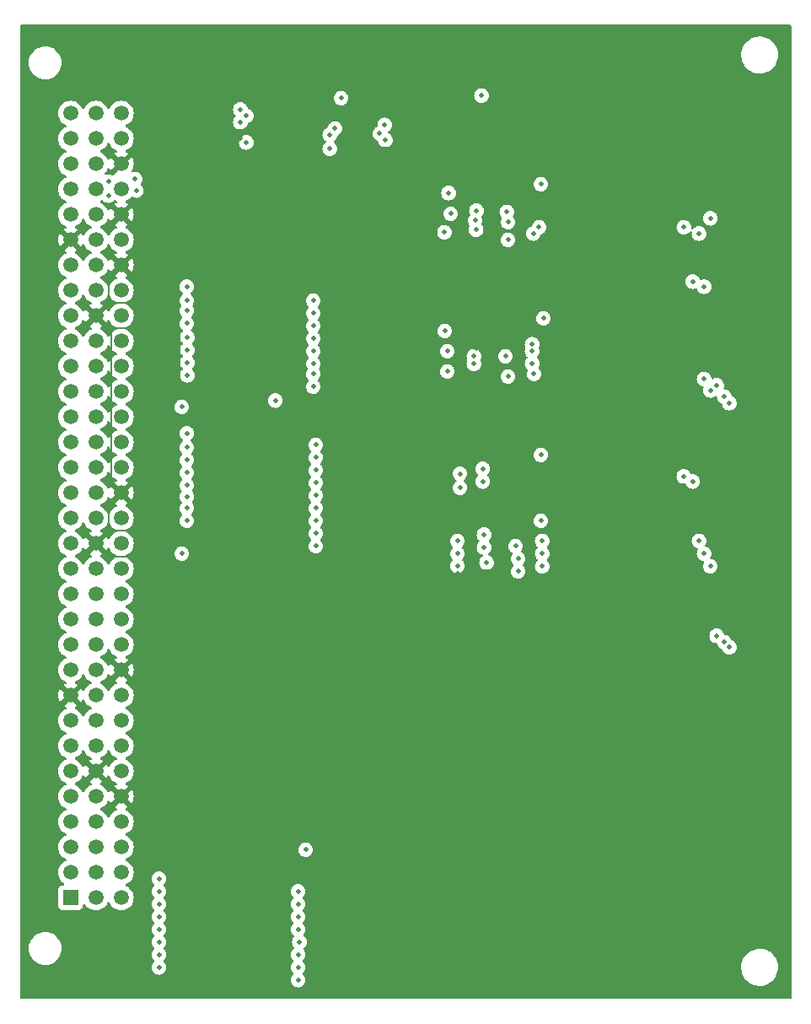
<source format=gbr>
%TF.GenerationSoftware,KiCad,Pcbnew,(7.0.0)*%
%TF.CreationDate,2023-12-30T21:58:10+02:00*%
%TF.ProjectId,alu,616c752e-6b69-4636-9164-5f7063625858,rev?*%
%TF.SameCoordinates,Original*%
%TF.FileFunction,Copper,L4,Bot*%
%TF.FilePolarity,Positive*%
%FSLAX46Y46*%
G04 Gerber Fmt 4.6, Leading zero omitted, Abs format (unit mm)*
G04 Created by KiCad (PCBNEW (7.0.0)) date 2023-12-30 21:58:10*
%MOMM*%
%LPD*%
G01*
G04 APERTURE LIST*
%TA.AperFunction,ComponentPad*%
%ADD10R,1.508000X1.508000*%
%TD*%
%TA.AperFunction,ComponentPad*%
%ADD11C,1.508000*%
%TD*%
%TA.AperFunction,ViaPad*%
%ADD12C,0.460000*%
%TD*%
%TA.AperFunction,Conductor*%
%ADD13C,0.127000*%
%TD*%
G04 APERTURE END LIST*
D10*
%TO.P,J1,A1,A1*%
%TO.N,Net-(U13-A7)*%
X44449999Y-115569999D03*
D11*
%TO.P,J1,A2,A2*%
%TO.N,Net-(U13-A6)*%
X44450000Y-113030000D03*
%TO.P,J1,A3,A3*%
%TO.N,Net-(U13-A5)*%
X44450000Y-110490000D03*
%TO.P,J1,A4,A4*%
%TO.N,Net-(U13-A4)*%
X44450000Y-107950000D03*
%TO.P,J1,A5,A5*%
%TO.N,Net-(U13-A3)*%
X44450000Y-105410000D03*
%TO.P,J1,A6,A6*%
%TO.N,Net-(U13-A2)*%
X44450000Y-102870000D03*
%TO.P,J1,A7,A7*%
%TO.N,Net-(U13-A1)*%
X44450000Y-100330000D03*
%TO.P,J1,A8,A8*%
%TO.N,Net-(U13-A0)*%
X44450000Y-97790000D03*
%TO.P,J1,A9,A9*%
%TO.N,GND*%
X44450000Y-95250000D03*
%TO.P,J1,A10,A10*%
%TO.N,unconnected-(J1-PadA10)*%
X44450000Y-92710000D03*
%TO.P,J1,A11,A11*%
%TO.N,unconnected-(J1-PadA11)*%
X44450000Y-90170000D03*
%TO.P,J1,A12,A12*%
%TO.N,unconnected-(J1-PadA12)*%
X44450000Y-87630000D03*
%TO.P,J1,A13,A13*%
%TO.N,unconnected-(J1-PadA13)*%
X44450000Y-85090000D03*
%TO.P,J1,A14,A14*%
%TO.N,unconnected-(J1-PadA14)*%
X44450000Y-82550000D03*
%TO.P,J1,A15,A15*%
%TO.N,unconnected-(J1-PadA15)*%
X44450000Y-80010000D03*
%TO.P,J1,A16,A16*%
%TO.N,unconnected-(J1-PadA16)*%
X44450000Y-77470000D03*
%TO.P,J1,A17,A17*%
%TO.N,unconnected-(J1-PadA17)*%
X44450000Y-74930000D03*
%TO.P,J1,A18,A18*%
%TO.N,/X_IN0*%
X44450000Y-72390000D03*
%TO.P,J1,A19,A19*%
%TO.N,/X_IN1*%
X44450000Y-69850000D03*
%TO.P,J1,A20,A20*%
%TO.N,/X_IN2*%
X44450000Y-67310000D03*
%TO.P,J1,A21,A21*%
%TO.N,/X_IN3*%
X44450000Y-64770000D03*
%TO.P,J1,A22,A22*%
%TO.N,/X_IN4*%
X44450000Y-62230000D03*
%TO.P,J1,A23,A23*%
%TO.N,/X_IN5*%
X44450000Y-59690000D03*
%TO.P,J1,A24,A24*%
%TO.N,/X_IN6*%
X44450000Y-57150000D03*
%TO.P,J1,A25,A25*%
%TO.N,/X_IN7*%
X44450000Y-54610000D03*
%TO.P,J1,A26,A26*%
%TO.N,unconnected-(J1-PadA26)*%
X44450000Y-52070000D03*
%TO.P,J1,A27,A27*%
%TO.N,GND*%
X44450000Y-49530000D03*
%TO.P,J1,A28,A28*%
%TO.N,Net-(U29-E3)*%
X44450000Y-46990000D03*
%TO.P,J1,A29,A29*%
%TO.N,Net-(U29-A2)*%
X44450000Y-44450000D03*
%TO.P,J1,A30,A30*%
%TO.N,Net-(U29-A1)*%
X44450000Y-41910000D03*
%TO.P,J1,A31,A31*%
%TO.N,Net-(U29-A0)*%
X44450000Y-39370000D03*
%TO.P,J1,A32,A32*%
%TO.N,+5V*%
X44450000Y-36830000D03*
%TO.P,J1,B1,B1*%
%TO.N,unconnected-(J1-PadB1)*%
X46990000Y-115570000D03*
%TO.P,J1,B2,B2*%
%TO.N,unconnected-(J1-PadB2)*%
X46990000Y-113030000D03*
%TO.P,J1,B3,B3*%
%TO.N,unconnected-(J1-PadB3)*%
X46990000Y-110490000D03*
%TO.P,J1,B4,B4*%
%TO.N,unconnected-(J1-PadB4)*%
X46990000Y-107950000D03*
%TO.P,J1,B5,B5*%
%TO.N,unconnected-(J1-PadB5)*%
X46990000Y-105410000D03*
%TO.P,J1,B6,B6*%
%TO.N,GND*%
X46990000Y-102870000D03*
%TO.P,J1,B7,B7*%
%TO.N,unconnected-(J1-PadB7)*%
X46990000Y-100330000D03*
%TO.P,J1,B8,B8*%
%TO.N,unconnected-(J1-PadB8)*%
X46990000Y-97790000D03*
%TO.P,J1,B9,B9*%
%TO.N,unconnected-(J1-PadB9)*%
X46990000Y-95250000D03*
%TO.P,J1,B10,B10*%
%TO.N,unconnected-(J1-PadB10)*%
X46990000Y-92710000D03*
%TO.P,J1,B11,B11*%
%TO.N,unconnected-(J1-PadB11)*%
X46990000Y-90170000D03*
%TO.P,J1,B12,B12*%
%TO.N,unconnected-(J1-PadB12)*%
X46990000Y-87630000D03*
%TO.P,J1,B13,B13*%
%TO.N,unconnected-(J1-PadB13)*%
X46990000Y-85090000D03*
%TO.P,J1,B14,B14*%
%TO.N,unconnected-(J1-PadB14)*%
X46990000Y-82550000D03*
%TO.P,J1,B15,B15*%
%TO.N,GND*%
X46990000Y-80010000D03*
%TO.P,J1,B16,B16*%
%TO.N,unconnected-(J1-PadB16)*%
X46990000Y-77470000D03*
%TO.P,J1,B17,B17*%
%TO.N,unconnected-(J1-PadB17)*%
X46990000Y-74930000D03*
%TO.P,J1,B18,B18*%
%TO.N,unconnected-(J1-PadB18)*%
X46990000Y-72390000D03*
%TO.P,J1,B19,B19*%
%TO.N,unconnected-(J1-PadB19)*%
X46990000Y-69850000D03*
%TO.P,J1,B20,B20*%
%TO.N,unconnected-(J1-PadB20)*%
X46990000Y-67310000D03*
%TO.P,J1,B21,B21*%
%TO.N,unconnected-(J1-PadB21)*%
X46990000Y-64770000D03*
%TO.P,J1,B22,B22*%
%TO.N,unconnected-(J1-PadB22)*%
X46990000Y-62230000D03*
%TO.P,J1,B23,B23*%
%TO.N,unconnected-(J1-PadB23)*%
X46990000Y-59690000D03*
%TO.P,J1,B24,B24*%
%TO.N,GND*%
X46990000Y-57150000D03*
%TO.P,J1,B25,B25*%
%TO.N,unconnected-(J1-PadB25)*%
X46990000Y-54610000D03*
%TO.P,J1,B26,B26*%
%TO.N,unconnected-(J1-PadB26)*%
X46990000Y-52070000D03*
%TO.P,J1,B27,B27*%
%TO.N,unconnected-(J1-PadB27)*%
X46990000Y-49530000D03*
%TO.P,J1,B28,B28*%
%TO.N,unconnected-(J1-PadB28)*%
X46990000Y-46990000D03*
%TO.P,J1,B29,B29*%
%TO.N,unconnected-(J1-PadB29)*%
X46990000Y-44450000D03*
%TO.P,J1,B30,B30*%
%TO.N,unconnected-(J1-PadB30)*%
X46990000Y-41910000D03*
%TO.P,J1,B31,B31*%
%TO.N,unconnected-(J1-PadB31)*%
X46990000Y-39370000D03*
%TO.P,J1,B32,B32*%
%TO.N,unconnected-(J1-PadB32)*%
X46990000Y-36830000D03*
%TO.P,J1,C1,C1*%
%TO.N,unconnected-(J1-PadC1)*%
X49530000Y-115570000D03*
%TO.P,J1,C2,C2*%
%TO.N,unconnected-(J1-PadC2)*%
X49530000Y-113030000D03*
%TO.P,J1,C3,C3*%
%TO.N,unconnected-(J1-PadC3)*%
X49530000Y-110490000D03*
%TO.P,J1,C4,C4*%
%TO.N,unconnected-(J1-PadC4)*%
X49530000Y-107950000D03*
%TO.P,J1,C5,C5*%
%TO.N,GND*%
X49530000Y-105410000D03*
%TO.P,J1,C6,C6*%
%TO.N,unconnected-(J1-PadC6)*%
X49530000Y-102870000D03*
%TO.P,J1,C7,C7*%
%TO.N,unconnected-(J1-PadC7)*%
X49530000Y-100330000D03*
%TO.P,J1,C8,C8*%
%TO.N,unconnected-(J1-PadC8)*%
X49530000Y-97790000D03*
%TO.P,J1,C9,C9*%
%TO.N,unconnected-(J1-PadC9)*%
X49530000Y-95250000D03*
%TO.P,J1,C10,C10*%
%TO.N,GND*%
X49530000Y-92710000D03*
%TO.P,J1,C11,C11*%
%TO.N,unconnected-(J1-PadC11)*%
X49530000Y-90170000D03*
%TO.P,J1,C12,C12*%
%TO.N,unconnected-(J1-PadC12)*%
X49530000Y-87630000D03*
%TO.P,J1,C13,C13*%
%TO.N,unconnected-(J1-PadC13)*%
X49530000Y-85090000D03*
%TO.P,J1,C14,C14*%
%TO.N,unconnected-(J1-PadC14)*%
X49530000Y-82550000D03*
%TO.P,J1,C15,C15*%
%TO.N,unconnected-(J1-PadC15)*%
X49530000Y-80010000D03*
%TO.P,J1,C16,C16*%
%TO.N,unconnected-(J1-PadC16)*%
X49530000Y-77470000D03*
%TO.P,J1,C17,C17*%
%TO.N,GND*%
X49530000Y-74930000D03*
%TO.P,J1,C18,C18*%
%TO.N,unconnected-(J1-PadC18)*%
X49530000Y-72390000D03*
%TO.P,J1,C19,C19*%
%TO.N,unconnected-(J1-PadC19)*%
X49530000Y-69850000D03*
%TO.P,J1,C20,C20*%
%TO.N,unconnected-(J1-PadC20)*%
X49530000Y-67310000D03*
%TO.P,J1,C21,C21*%
%TO.N,unconnected-(J1-PadC21)*%
X49530000Y-64770000D03*
%TO.P,J1,C22,C22*%
%TO.N,unconnected-(J1-PadC22)*%
X49530000Y-62230000D03*
%TO.P,J1,C23,C23*%
%TO.N,unconnected-(J1-PadC23)*%
X49530000Y-59690000D03*
%TO.P,J1,C24,C24*%
%TO.N,unconnected-(J1-PadC24)*%
X49530000Y-57150000D03*
%TO.P,J1,C25,C25*%
%TO.N,unconnected-(J1-PadC25)*%
X49530000Y-54610000D03*
%TO.P,J1,C26,C26*%
%TO.N,GND*%
X49530000Y-52070000D03*
%TO.P,J1,C27,C27*%
%TO.N,unconnected-(J1-PadC27)*%
X49530000Y-49530000D03*
%TO.P,J1,C28,C28*%
%TO.N,GND*%
X49530000Y-46990000D03*
%TO.P,J1,C29,C29*%
%TO.N,+5V*%
X49530000Y-44450000D03*
%TO.P,J1,C30,C30*%
%TO.N,GND*%
X49530000Y-41910000D03*
%TO.P,J1,C31,C31*%
%TO.N,unconnected-(J1-PadC31)*%
X49530000Y-39370000D03*
%TO.P,J1,C32,C32*%
%TO.N,+5V*%
X49530000Y-36830000D03*
%TD*%
D12*
%TO.N,+5V*%
X68072000Y-110744000D03*
X91694000Y-71120000D03*
X91948000Y-57404000D03*
X55626000Y-66294000D03*
X48260000Y-43688000D03*
X55626000Y-81026000D03*
X91694000Y-77724000D03*
X50927000Y-43434000D03*
X91694000Y-43942000D03*
X71628000Y-35306000D03*
X48260000Y-45085000D03*
X85725000Y-35052000D03*
X51054000Y-44577000D03*
%TO.N,GND*%
X65000000Y-39500000D03*
X63500000Y-55590000D03*
X92710000Y-45720000D03*
X103000000Y-36250000D03*
X56515000Y-125095000D03*
X84937600Y-63246000D03*
X65250000Y-59400000D03*
X58420000Y-121285000D03*
X58000000Y-29072400D03*
X86106000Y-76454000D03*
X91694000Y-46736000D03*
X59750000Y-72630000D03*
X98750000Y-112000000D03*
X63500000Y-58130000D03*
X61500000Y-39330600D03*
X97000000Y-106322400D03*
X65250000Y-70340000D03*
X97000000Y-110072400D03*
X57000000Y-92072400D03*
X64135000Y-116205000D03*
X54500000Y-31000000D03*
X83312000Y-83058000D03*
X59750000Y-76440000D03*
X52750000Y-31000000D03*
X83769200Y-64465200D03*
X69088000Y-69088000D03*
X60500000Y-90250000D03*
X65250000Y-64480000D03*
X64770000Y-41021000D03*
X104750000Y-30572400D03*
X59750000Y-75170000D03*
X65250000Y-69070000D03*
X108250000Y-30572400D03*
X64135000Y-113665000D03*
X108250000Y-34322400D03*
X106500000Y-30572400D03*
X64135000Y-123825000D03*
X54500000Y-29072400D03*
X54500000Y-34750000D03*
X64770000Y-38608000D03*
X54610000Y-123825000D03*
X60500000Y-92072400D03*
X106500000Y-32500000D03*
X59750000Y-70090000D03*
X54500000Y-32822400D03*
X55250000Y-92072400D03*
X75500000Y-40500000D03*
X58420000Y-123825000D03*
X65250000Y-77960000D03*
X65250000Y-56860000D03*
X108250000Y-32500000D03*
X55250000Y-94000000D03*
X86500000Y-50500000D03*
X102250000Y-106322400D03*
X84963000Y-32893000D03*
X65250000Y-60670000D03*
X58420000Y-114935000D03*
X59750000Y-71360000D03*
X67945000Y-113665000D03*
X102250000Y-110072400D03*
X58420000Y-113665000D03*
X56250000Y-34750000D03*
X103000000Y-34322400D03*
X59750000Y-78980000D03*
X106500000Y-34322400D03*
X104750000Y-36250000D03*
X54610000Y-112395000D03*
X97000000Y-108250000D03*
X59750000Y-73900000D03*
X64135000Y-112395000D03*
X102250000Y-108250000D03*
X58000000Y-32822400D03*
X69215000Y-113665000D03*
X65250000Y-75420000D03*
X94488000Y-71120000D03*
X63500000Y-59400000D03*
X65250000Y-61940000D03*
X64135000Y-114935000D03*
X64135000Y-118745000D03*
X57000000Y-94000000D03*
X64135000Y-122555000D03*
X60500000Y-88322400D03*
X58420000Y-112395000D03*
X64135000Y-117475000D03*
X108250000Y-36250000D03*
X69088000Y-54356000D03*
X58750000Y-92072400D03*
X57000000Y-88322400D03*
X56250000Y-29072400D03*
X98750000Y-106322400D03*
X67056000Y-67818000D03*
X56250000Y-32822400D03*
X58750000Y-90250000D03*
X63500000Y-54320000D03*
X65250000Y-63210000D03*
X100500000Y-106322400D03*
X63500000Y-61940000D03*
X52750000Y-34750000D03*
X56250000Y-31000000D03*
X65250000Y-79230000D03*
X86106000Y-34036000D03*
X103000000Y-32500000D03*
X98750000Y-110072400D03*
X60500000Y-94000000D03*
X63373000Y-41910000D03*
X65250000Y-76690000D03*
X67310000Y-53086000D03*
X94488000Y-77724000D03*
X57000000Y-90250000D03*
X52750000Y-32822400D03*
X65250000Y-55590000D03*
X91948000Y-60452000D03*
X98750000Y-108250000D03*
X100500000Y-112000000D03*
X58750000Y-88322400D03*
X71882000Y-34290000D03*
X88265000Y-59309000D03*
X106500000Y-36250000D03*
X53594000Y-65532000D03*
X65250000Y-74150000D03*
X82500000Y-50000000D03*
X59750000Y-68820000D03*
X58420000Y-122555000D03*
X52750000Y-29072400D03*
X62103000Y-40894000D03*
X84000000Y-50500000D03*
X65250000Y-54320000D03*
X63500000Y-63210000D03*
X58420000Y-117475000D03*
X63500000Y-64480000D03*
X61976000Y-38481000D03*
X64135000Y-120015000D03*
X63500000Y-60670000D03*
X104750000Y-32500000D03*
X78613000Y-40259000D03*
X58420000Y-118745000D03*
X70739000Y-33147000D03*
X69723000Y-34290000D03*
X59750000Y-80250000D03*
X86106000Y-83058000D03*
X65250000Y-71610000D03*
X53594000Y-80264000D03*
X103000000Y-30572400D03*
X83947000Y-34036000D03*
X93218000Y-59436000D03*
X65250000Y-58130000D03*
X63500000Y-56860000D03*
X55250000Y-90250000D03*
X100500000Y-110072400D03*
X58420000Y-120015000D03*
X58420000Y-116205000D03*
X58000000Y-31000000D03*
X58750000Y-94000000D03*
X65250000Y-72880000D03*
X100500000Y-108250000D03*
X55250000Y-88322400D03*
X102250000Y-112000000D03*
X64135000Y-121285000D03*
X77343000Y-41148000D03*
X85242400Y-60401200D03*
X58000000Y-34750000D03*
X104750000Y-34322400D03*
X59750000Y-77710000D03*
X97000000Y-112000000D03*
X83566000Y-76454000D03*
%TO.N,/X_IN1*%
X56134000Y-76454000D03*
X56184800Y-61849000D03*
%TO.N,/X_IN2*%
X56134000Y-75311000D03*
X56184800Y-60579000D03*
%TO.N,/X_IN3*%
X56184800Y-59309000D03*
X56134000Y-74168000D03*
%TO.N,/X_IN4*%
X56134000Y-57912000D03*
X56134000Y-72898000D03*
%TO.N,/X_IN5*%
X56134000Y-56642000D03*
X56134000Y-71628000D03*
%TO.N,/X_IN6*%
X56134000Y-55626000D03*
X56134000Y-70358000D03*
%TO.N,/X_IN7*%
X56134000Y-54229000D03*
X56134000Y-68961000D03*
%TO.N,Net-(U29-E3)*%
X62103000Y-39751000D03*
%TO.N,Net-(U29-A2)*%
X61500000Y-37719000D03*
%TO.N,Net-(U29-A1)*%
X62103000Y-37084000D03*
%TO.N,Net-(U29-A0)*%
X61500000Y-36449000D03*
%TO.N,Net-(U13-A0)*%
X53340000Y-113665000D03*
%TO.N,Net-(U13-A1)*%
X53340000Y-114935000D03*
%TO.N,Net-(U13-A2)*%
X53340000Y-116205000D03*
%TO.N,Net-(U13-A3)*%
X53340000Y-117475000D03*
%TO.N,Net-(U13-A4)*%
X53340000Y-118745000D03*
%TO.N,Net-(U13-A5)*%
X53340000Y-120015000D03*
%TO.N,Net-(U13-A6)*%
X53340000Y-121285000D03*
%TO.N,Net-(U13-A7)*%
X53340000Y-122555000D03*
%TO.N,/X_OUT7*%
X85852000Y-72517000D03*
X67310000Y-114935000D03*
X91500000Y-48260000D03*
X106045000Y-73279000D03*
X106045000Y-48260000D03*
%TO.N,/X_OUT6*%
X85852000Y-73787000D03*
X67310000Y-116205000D03*
X85090000Y-47581139D03*
X88265000Y-46736000D03*
X106934000Y-53721000D03*
X106934000Y-73787000D03*
%TO.N,/X_OUT5*%
X90932000Y-48895000D03*
X107569000Y-79756000D03*
X67310000Y-117475000D03*
X107569000Y-48895000D03*
X91821000Y-79756000D03*
%TO.N,/X_OUT4*%
X108077000Y-81026000D03*
X91821000Y-81026000D03*
X90805000Y-60005501D03*
X85178000Y-48500000D03*
X108077000Y-54229000D03*
X67310000Y-118745000D03*
X108077000Y-63500000D03*
%TO.N,/X_OUT3*%
X91821000Y-82296000D03*
X90805000Y-61935000D03*
X67437000Y-120015000D03*
X108712000Y-82296000D03*
X85217000Y-46609000D03*
X108712000Y-64643000D03*
X108712000Y-47371000D03*
%TO.N,/X_OUT2*%
X84963000Y-61214000D03*
X109347000Y-64135000D03*
X109347000Y-89281000D03*
X67310000Y-121285000D03*
X85979000Y-79121000D03*
X90805000Y-60706000D03*
%TO.N,/X_OUT1*%
X110109000Y-89916000D03*
X85979000Y-80391000D03*
X91000000Y-63000000D03*
X67310000Y-122555000D03*
X110109000Y-65278000D03*
%TO.N,/X_OUT0*%
X110617000Y-65913000D03*
X86233000Y-81915000D03*
X110617000Y-90424000D03*
X84963000Y-61976000D03*
X67310000Y-123825000D03*
%TO.N,Net-(U25-A0)*%
X83312000Y-82250000D03*
X69088000Y-78994000D03*
%TO.N,Net-(U25-A1)*%
X83312000Y-81026000D03*
X69088000Y-77724000D03*
%TO.N,Net-(U25-A2)*%
X83312000Y-79756000D03*
X69088000Y-76454000D03*
%TO.N,Net-(U25-A3)*%
X69088000Y-75184000D03*
X89408000Y-82804000D03*
%TO.N,Net-(U25-A4)*%
X69088000Y-73914000D03*
X89408000Y-81534000D03*
%TO.N,Net-(U25-A5)*%
X89154000Y-80264000D03*
X69088000Y-72644000D03*
%TO.N,Net-(U25-A6)*%
X83566000Y-74422000D03*
X69088000Y-71374000D03*
%TO.N,Net-(U25-A7)*%
X83566000Y-73000000D03*
X69088000Y-70104000D03*
%TO.N,Net-(U25-GAB)*%
X70485000Y-40386000D03*
X69088000Y-80264000D03*
%TO.N,Net-(U26-S)*%
X76000000Y-38000000D03*
X82042000Y-58674000D03*
X82423000Y-44831000D03*
X71000000Y-38354000D03*
%TO.N,Net-(U26-Za)*%
X82296000Y-60706000D03*
X68834000Y-64262000D03*
%TO.N,Net-(U26-Zb)*%
X68834000Y-62992000D03*
X82296000Y-62738000D03*
%TO.N,Net-(U26-Zc)*%
X68834000Y-61976000D03*
X88392000Y-63246000D03*
%TO.N,Net-(U26-Zd)*%
X88138000Y-61214000D03*
X68834000Y-60706000D03*
%TO.N,Net-(U27-Za)*%
X68834000Y-59436000D03*
X82632000Y-46908000D03*
%TO.N,Net-(U27-Zb)*%
X82000000Y-48768000D03*
X68834000Y-58166000D03*
%TO.N,Net-(U27-Zc)*%
X68834000Y-56896000D03*
X88392000Y-49530000D03*
%TO.N,Net-(U27-Zd)*%
X68834000Y-55626000D03*
X88392000Y-47752000D03*
%TO.N,Net-(U28-GAB)*%
X65024000Y-65659000D03*
X76073000Y-39497000D03*
%TO.N,Net-(U29-Y3)*%
X75500000Y-38862000D03*
X70485000Y-38989000D03*
%TO.N,/X_IN0*%
X56184800Y-63119000D03*
X56134000Y-77724000D03*
%TD*%
D13*
%TO.N,GND*%
X48260000Y-55880000D02*
X51155600Y-55880000D01*
X52527200Y-81330800D02*
X53594000Y-80264000D01*
X48310800Y-55829200D02*
X46990000Y-57150000D01*
X48310800Y-81330800D02*
X52527200Y-81330800D01*
X48512500Y-73912500D02*
X48512500Y-58672500D01*
X48310800Y-78689200D02*
X52019200Y-78689200D01*
X48310800Y-78689200D02*
X46990000Y-80010000D01*
X52019200Y-78689200D02*
X53594000Y-80264000D01*
X48310800Y-76149200D02*
X48310800Y-78689200D01*
X46990000Y-57150000D02*
X48260000Y-55880000D01*
X46990000Y-80010000D02*
X48310800Y-81330800D01*
X49530000Y-74930000D02*
X48512500Y-73912500D01*
X49530000Y-74930000D02*
X48310800Y-76149200D01*
X48209200Y-58369200D02*
X50698400Y-58369200D01*
X48310800Y-53289200D02*
X48310800Y-55829200D01*
X46990000Y-57150000D02*
X48209200Y-58369200D01*
X48512500Y-58672500D02*
X46990000Y-57150000D01*
X49530000Y-52070000D02*
X48310800Y-53289200D01*
%TD*%
%TA.AperFunction,Conductor*%
%TO.N,GND*%
G36*
X48326624Y-77903702D02*
G01*
X48372381Y-77955878D01*
X48415736Y-78048853D01*
X48439421Y-78099646D01*
X48442521Y-78104074D01*
X48442525Y-78104080D01*
X48500775Y-78187269D01*
X48565326Y-78279457D01*
X48720543Y-78434674D01*
X48760116Y-78462383D01*
X48895919Y-78557474D01*
X48895922Y-78557475D01*
X48900354Y-78560579D01*
X49044124Y-78627619D01*
X49096296Y-78673373D01*
X49115716Y-78739998D01*
X49096297Y-78806624D01*
X49044121Y-78852381D01*
X48905258Y-78917134D01*
X48905255Y-78917135D01*
X48900354Y-78919421D01*
X48895930Y-78922518D01*
X48895919Y-78922525D01*
X48724978Y-79042220D01*
X48724973Y-79042223D01*
X48720543Y-79045326D01*
X48716719Y-79049149D01*
X48716713Y-79049155D01*
X48569155Y-79196713D01*
X48569149Y-79196719D01*
X48565326Y-79200543D01*
X48562223Y-79204973D01*
X48562220Y-79204978D01*
X48442525Y-79375919D01*
X48442518Y-79375930D01*
X48439421Y-79380354D01*
X48437137Y-79385250D01*
X48437134Y-79385257D01*
X48372106Y-79524712D01*
X48326349Y-79576888D01*
X48259724Y-79596307D01*
X48193099Y-79576887D01*
X48147342Y-79524712D01*
X48082433Y-79385515D01*
X48077035Y-79376165D01*
X48043785Y-79328679D01*
X48035674Y-79321246D01*
X48026395Y-79327157D01*
X47355095Y-79998456D01*
X47348431Y-80009999D01*
X47355095Y-80021541D01*
X48026392Y-80692838D01*
X48035675Y-80698752D01*
X48043784Y-80691321D01*
X48077042Y-80643824D01*
X48082432Y-80634488D01*
X48147342Y-80495288D01*
X48193099Y-80443112D01*
X48259724Y-80423692D01*
X48326349Y-80443111D01*
X48372105Y-80495286D01*
X48439421Y-80639646D01*
X48442521Y-80644074D01*
X48442525Y-80644080D01*
X48498138Y-80723503D01*
X48565326Y-80819457D01*
X48720543Y-80974674D01*
X48783957Y-81019077D01*
X48895919Y-81097474D01*
X48895922Y-81097475D01*
X48900354Y-81100579D01*
X49043529Y-81167342D01*
X49044121Y-81167618D01*
X49096297Y-81213375D01*
X49115716Y-81280000D01*
X49096297Y-81346625D01*
X49044121Y-81392382D01*
X48905257Y-81457134D01*
X48905250Y-81457137D01*
X48900354Y-81459421D01*
X48895930Y-81462518D01*
X48895919Y-81462525D01*
X48724978Y-81582220D01*
X48724973Y-81582223D01*
X48720543Y-81585326D01*
X48716719Y-81589149D01*
X48716713Y-81589155D01*
X48569155Y-81736713D01*
X48569149Y-81736719D01*
X48565326Y-81740543D01*
X48562223Y-81744973D01*
X48562220Y-81744978D01*
X48442525Y-81915919D01*
X48442518Y-81915930D01*
X48439421Y-81920354D01*
X48437137Y-81925252D01*
X48437134Y-81925258D01*
X48372381Y-82064121D01*
X48326624Y-82116297D01*
X48259998Y-82135716D01*
X48193373Y-82116296D01*
X48147619Y-82064124D01*
X48080579Y-81920354D01*
X48076830Y-81915000D01*
X47977062Y-81772517D01*
X47954674Y-81740543D01*
X47799457Y-81585326D01*
X47680674Y-81502153D01*
X47624080Y-81462525D01*
X47624074Y-81462521D01*
X47619646Y-81459421D01*
X47614744Y-81457135D01*
X47614742Y-81457134D01*
X47475879Y-81392382D01*
X47475286Y-81392105D01*
X47423111Y-81346349D01*
X47403692Y-81279724D01*
X47423112Y-81213099D01*
X47475288Y-81167342D01*
X47614488Y-81102432D01*
X47623824Y-81097042D01*
X47671321Y-81063784D01*
X47678752Y-81055675D01*
X47672838Y-81046392D01*
X47001542Y-80375095D01*
X46990000Y-80368431D01*
X46978457Y-80375095D01*
X46307157Y-81046395D01*
X46301246Y-81055674D01*
X46308679Y-81063785D01*
X46356165Y-81097035D01*
X46365515Y-81102433D01*
X46504712Y-81167342D01*
X46556887Y-81213099D01*
X46576307Y-81279724D01*
X46556888Y-81346349D01*
X46504712Y-81392106D01*
X46365257Y-81457134D01*
X46365250Y-81457137D01*
X46360354Y-81459421D01*
X46355930Y-81462518D01*
X46355919Y-81462525D01*
X46184978Y-81582220D01*
X46184973Y-81582223D01*
X46180543Y-81585326D01*
X46176719Y-81589149D01*
X46176713Y-81589155D01*
X46029155Y-81736713D01*
X46029149Y-81736719D01*
X46025326Y-81740543D01*
X46022223Y-81744973D01*
X46022220Y-81744978D01*
X45902525Y-81915919D01*
X45902518Y-81915930D01*
X45899421Y-81920354D01*
X45897137Y-81925252D01*
X45897134Y-81925258D01*
X45832381Y-82064121D01*
X45786624Y-82116297D01*
X45719998Y-82135716D01*
X45653373Y-82116296D01*
X45607619Y-82064124D01*
X45540579Y-81920354D01*
X45536830Y-81915000D01*
X45437062Y-81772517D01*
X45414674Y-81740543D01*
X45259457Y-81585326D01*
X45140674Y-81502153D01*
X45084080Y-81462525D01*
X45084074Y-81462521D01*
X45079646Y-81459421D01*
X45074741Y-81457133D01*
X45074738Y-81457132D01*
X44935879Y-81392382D01*
X44883703Y-81346625D01*
X44864283Y-81280000D01*
X44883703Y-81213375D01*
X44935879Y-81167618D01*
X44936471Y-81167342D01*
X45079646Y-81100579D01*
X45259457Y-80974674D01*
X45414674Y-80819457D01*
X45540579Y-80639646D01*
X45607895Y-80495283D01*
X45653649Y-80443112D01*
X45720274Y-80423692D01*
X45786900Y-80443111D01*
X45832657Y-80495287D01*
X45897566Y-80634484D01*
X45902964Y-80643834D01*
X45936212Y-80691318D01*
X45944325Y-80698752D01*
X45953603Y-80692841D01*
X46624903Y-80021541D01*
X46631567Y-80009999D01*
X46624903Y-79998456D01*
X45953603Y-79327157D01*
X45944324Y-79321246D01*
X45936213Y-79328679D01*
X45902962Y-79376168D01*
X45897567Y-79385513D01*
X45832657Y-79524712D01*
X45786900Y-79576888D01*
X45720274Y-79596307D01*
X45653649Y-79576887D01*
X45607893Y-79524711D01*
X45571395Y-79446441D01*
X45540579Y-79380354D01*
X45414674Y-79200543D01*
X45259457Y-79045326D01*
X45143776Y-78964325D01*
X45084080Y-78922525D01*
X45084074Y-78922521D01*
X45079646Y-78919421D01*
X45074744Y-78917135D01*
X45074742Y-78917134D01*
X44935878Y-78852381D01*
X44883702Y-78806624D01*
X44864283Y-78739998D01*
X44883703Y-78673373D01*
X44935873Y-78627620D01*
X45079646Y-78560579D01*
X45259457Y-78434674D01*
X45414674Y-78279457D01*
X45540579Y-78099646D01*
X45607620Y-77955873D01*
X45653373Y-77903703D01*
X45719998Y-77884283D01*
X45786624Y-77903702D01*
X45832381Y-77955878D01*
X45875736Y-78048853D01*
X45899421Y-78099646D01*
X45902521Y-78104074D01*
X45902525Y-78104080D01*
X45960775Y-78187269D01*
X46025326Y-78279457D01*
X46180543Y-78434674D01*
X46220116Y-78462383D01*
X46355919Y-78557474D01*
X46355922Y-78557475D01*
X46360354Y-78560579D01*
X46504711Y-78627893D01*
X46556887Y-78673649D01*
X46576307Y-78740274D01*
X46556888Y-78806900D01*
X46504712Y-78852657D01*
X46365513Y-78917567D01*
X46356168Y-78922962D01*
X46308679Y-78956213D01*
X46301246Y-78964324D01*
X46307157Y-78973603D01*
X46978457Y-79644903D01*
X46990000Y-79651567D01*
X47001542Y-79644903D01*
X47672841Y-78973603D01*
X47678752Y-78964325D01*
X47671318Y-78956212D01*
X47623834Y-78922964D01*
X47614484Y-78917566D01*
X47475287Y-78852657D01*
X47423111Y-78806900D01*
X47403692Y-78740274D01*
X47423112Y-78673649D01*
X47475283Y-78627895D01*
X47619646Y-78560579D01*
X47799457Y-78434674D01*
X47954674Y-78279457D01*
X48080579Y-78099646D01*
X48147620Y-77955873D01*
X48193373Y-77903703D01*
X48259998Y-77884283D01*
X48326624Y-77903702D01*
G37*
%TD.AperFunction*%
%TA.AperFunction,Conductor*%
G36*
X48326625Y-70283703D02*
G01*
X48372382Y-70335879D01*
X48403460Y-70402528D01*
X48439421Y-70479646D01*
X48442521Y-70484074D01*
X48442525Y-70484080D01*
X48500775Y-70567269D01*
X48565326Y-70659457D01*
X48720543Y-70814674D01*
X48729962Y-70821269D01*
X48895919Y-70937474D01*
X48895922Y-70937475D01*
X48900354Y-70940579D01*
X49012772Y-70993000D01*
X49044121Y-71007618D01*
X49096297Y-71053375D01*
X49115716Y-71120000D01*
X49096297Y-71186625D01*
X49044121Y-71232382D01*
X48905257Y-71297134D01*
X48905250Y-71297137D01*
X48900354Y-71299421D01*
X48895930Y-71302518D01*
X48895919Y-71302525D01*
X48724978Y-71422220D01*
X48724973Y-71422223D01*
X48720543Y-71425326D01*
X48716719Y-71429149D01*
X48716713Y-71429155D01*
X48569155Y-71576713D01*
X48569149Y-71576719D01*
X48565326Y-71580543D01*
X48562223Y-71584973D01*
X48562220Y-71584978D01*
X48442525Y-71755919D01*
X48442518Y-71755930D01*
X48439421Y-71760354D01*
X48437137Y-71765250D01*
X48437134Y-71765257D01*
X48372382Y-71904121D01*
X48326625Y-71956297D01*
X48260000Y-71975716D01*
X48193375Y-71956297D01*
X48147618Y-71904121D01*
X48124770Y-71855122D01*
X48080579Y-71760354D01*
X47954674Y-71580543D01*
X47799457Y-71425326D01*
X47716269Y-71367077D01*
X47624080Y-71302525D01*
X47624074Y-71302521D01*
X47619646Y-71299421D01*
X47614741Y-71297133D01*
X47614738Y-71297132D01*
X47475879Y-71232382D01*
X47423703Y-71186625D01*
X47404283Y-71120000D01*
X47423703Y-71053375D01*
X47475879Y-71007618D01*
X47619646Y-70940579D01*
X47799457Y-70814674D01*
X47954674Y-70659457D01*
X48080579Y-70479646D01*
X48147618Y-70335878D01*
X48193375Y-70283703D01*
X48260000Y-70264283D01*
X48326625Y-70283703D01*
G37*
%TD.AperFunction*%
%TA.AperFunction,Conductor*%
G36*
X48326625Y-67743703D02*
G01*
X48372381Y-67795878D01*
X48439421Y-67939646D01*
X48442521Y-67944074D01*
X48442525Y-67944080D01*
X48545091Y-68090559D01*
X48565326Y-68119457D01*
X48720543Y-68274674D01*
X48760116Y-68302383D01*
X48895919Y-68397474D01*
X48895922Y-68397475D01*
X48900354Y-68400579D01*
X48905261Y-68402867D01*
X49044121Y-68467618D01*
X49096297Y-68513375D01*
X49115716Y-68580000D01*
X49096297Y-68646625D01*
X49044121Y-68692382D01*
X48905257Y-68757134D01*
X48905250Y-68757137D01*
X48900354Y-68759421D01*
X48895930Y-68762518D01*
X48895919Y-68762525D01*
X48724978Y-68882220D01*
X48724973Y-68882223D01*
X48720543Y-68885326D01*
X48716719Y-68889149D01*
X48716713Y-68889155D01*
X48569155Y-69036713D01*
X48569149Y-69036719D01*
X48565326Y-69040543D01*
X48562223Y-69044973D01*
X48562220Y-69044978D01*
X48442525Y-69215919D01*
X48442518Y-69215930D01*
X48439421Y-69220354D01*
X48437137Y-69225250D01*
X48437134Y-69225257D01*
X48372382Y-69364121D01*
X48326625Y-69416297D01*
X48260000Y-69435716D01*
X48193375Y-69416297D01*
X48147618Y-69364121D01*
X48108372Y-69279957D01*
X48080579Y-69220354D01*
X47954674Y-69040543D01*
X47799457Y-68885326D01*
X47683803Y-68804344D01*
X47624080Y-68762525D01*
X47624074Y-68762521D01*
X47619646Y-68759421D01*
X47614741Y-68757133D01*
X47614738Y-68757132D01*
X47475879Y-68692382D01*
X47423703Y-68646625D01*
X47404283Y-68580000D01*
X47423703Y-68513375D01*
X47475879Y-68467618D01*
X47619646Y-68400579D01*
X47799457Y-68274674D01*
X47954674Y-68119457D01*
X48080579Y-67939646D01*
X48147618Y-67795878D01*
X48193375Y-67743703D01*
X48260000Y-67724283D01*
X48326625Y-67743703D01*
G37*
%TD.AperFunction*%
%TA.AperFunction,Conductor*%
G36*
X48326625Y-65203703D02*
G01*
X48372382Y-65255879D01*
X48429020Y-65377342D01*
X48439421Y-65399646D01*
X48442521Y-65404074D01*
X48442525Y-65404080D01*
X48511331Y-65502344D01*
X48565326Y-65579457D01*
X48720543Y-65734674D01*
X48751491Y-65756344D01*
X48895919Y-65857474D01*
X48895922Y-65857475D01*
X48900354Y-65860579D01*
X49044124Y-65927619D01*
X49096296Y-65973373D01*
X49115716Y-66039998D01*
X49096297Y-66106624D01*
X49044121Y-66152381D01*
X48905258Y-66217134D01*
X48905255Y-66217135D01*
X48900354Y-66219421D01*
X48895930Y-66222518D01*
X48895919Y-66222525D01*
X48724978Y-66342220D01*
X48724973Y-66342223D01*
X48720543Y-66345326D01*
X48716719Y-66349149D01*
X48716713Y-66349155D01*
X48569155Y-66496713D01*
X48569149Y-66496719D01*
X48565326Y-66500543D01*
X48562223Y-66504973D01*
X48562220Y-66504978D01*
X48442525Y-66675919D01*
X48442518Y-66675930D01*
X48439421Y-66680354D01*
X48437137Y-66685250D01*
X48437134Y-66685257D01*
X48372382Y-66824121D01*
X48326625Y-66876297D01*
X48260000Y-66895716D01*
X48193375Y-66876297D01*
X48147618Y-66824121D01*
X48114147Y-66752341D01*
X48080579Y-66680354D01*
X48045104Y-66629691D01*
X47957779Y-66504978D01*
X47954674Y-66500543D01*
X47799457Y-66345326D01*
X47716269Y-66287077D01*
X47624080Y-66222525D01*
X47624074Y-66222521D01*
X47619646Y-66219421D01*
X47614744Y-66217135D01*
X47614742Y-66217134D01*
X47475878Y-66152381D01*
X47423702Y-66106624D01*
X47404283Y-66039998D01*
X47423703Y-65973373D01*
X47475873Y-65927620D01*
X47619646Y-65860579D01*
X47799457Y-65734674D01*
X47954674Y-65579457D01*
X48080579Y-65399646D01*
X48147618Y-65255878D01*
X48193375Y-65203703D01*
X48260000Y-65184283D01*
X48326625Y-65203703D01*
G37*
%TD.AperFunction*%
%TA.AperFunction,Conductor*%
G36*
X48326625Y-62663703D02*
G01*
X48372382Y-62715879D01*
X48428590Y-62836420D01*
X48439421Y-62859646D01*
X48442521Y-62864074D01*
X48442525Y-62864080D01*
X48511331Y-62962344D01*
X48565326Y-63039457D01*
X48720543Y-63194674D01*
X48729962Y-63201269D01*
X48895919Y-63317474D01*
X48895922Y-63317475D01*
X48900354Y-63320579D01*
X49044121Y-63387618D01*
X49096297Y-63433375D01*
X49115716Y-63500000D01*
X49096297Y-63566625D01*
X49044121Y-63612382D01*
X48905257Y-63677134D01*
X48905250Y-63677137D01*
X48900354Y-63679421D01*
X48895930Y-63682518D01*
X48895919Y-63682525D01*
X48724978Y-63802220D01*
X48724973Y-63802223D01*
X48720543Y-63805326D01*
X48716719Y-63809149D01*
X48716713Y-63809155D01*
X48569155Y-63956713D01*
X48569149Y-63956719D01*
X48565326Y-63960543D01*
X48562223Y-63964973D01*
X48562220Y-63964978D01*
X48442525Y-64135919D01*
X48442518Y-64135930D01*
X48439421Y-64140354D01*
X48437137Y-64145250D01*
X48437134Y-64145257D01*
X48385925Y-64255077D01*
X48376464Y-64275368D01*
X48372382Y-64284121D01*
X48326625Y-64336297D01*
X48260000Y-64355716D01*
X48193375Y-64336297D01*
X48147618Y-64284121D01*
X48080579Y-64140354D01*
X48076830Y-64135000D01*
X48017626Y-64050448D01*
X47954674Y-63960543D01*
X47799457Y-63805326D01*
X47759883Y-63777616D01*
X47624080Y-63682525D01*
X47624074Y-63682521D01*
X47619646Y-63679421D01*
X47614741Y-63677133D01*
X47614738Y-63677132D01*
X47475879Y-63612382D01*
X47423703Y-63566625D01*
X47404283Y-63500000D01*
X47423703Y-63433375D01*
X47475879Y-63387618D01*
X47619646Y-63320579D01*
X47799457Y-63194674D01*
X47954674Y-63039457D01*
X48080579Y-62859646D01*
X48147618Y-62715878D01*
X48193375Y-62663703D01*
X48260000Y-62644283D01*
X48326625Y-62663703D01*
G37*
%TD.AperFunction*%
%TA.AperFunction,Conductor*%
G36*
X48326625Y-60123703D02*
G01*
X48372381Y-60175878D01*
X48439421Y-60319646D01*
X48442521Y-60324074D01*
X48442525Y-60324080D01*
X48511331Y-60422344D01*
X48565326Y-60499457D01*
X48720543Y-60654674D01*
X48783957Y-60699077D01*
X48895919Y-60777474D01*
X48895922Y-60777475D01*
X48900354Y-60780579D01*
X48905261Y-60782867D01*
X49044121Y-60847618D01*
X49096297Y-60893375D01*
X49115716Y-60960000D01*
X49096297Y-61026625D01*
X49044121Y-61072382D01*
X48905257Y-61137134D01*
X48905250Y-61137137D01*
X48900354Y-61139421D01*
X48895930Y-61142518D01*
X48895919Y-61142525D01*
X48724978Y-61262220D01*
X48724973Y-61262223D01*
X48720543Y-61265326D01*
X48716719Y-61269149D01*
X48716713Y-61269155D01*
X48569155Y-61416713D01*
X48569149Y-61416719D01*
X48565326Y-61420543D01*
X48562223Y-61424973D01*
X48562220Y-61424978D01*
X48442525Y-61595919D01*
X48442518Y-61595930D01*
X48439421Y-61600354D01*
X48437137Y-61605250D01*
X48437134Y-61605257D01*
X48372382Y-61744121D01*
X48326625Y-61796297D01*
X48260000Y-61815716D01*
X48193375Y-61796297D01*
X48147618Y-61744121D01*
X48123474Y-61692344D01*
X48080579Y-61600354D01*
X48076830Y-61595000D01*
X47993967Y-61476659D01*
X47954674Y-61420543D01*
X47799457Y-61265326D01*
X47726156Y-61214000D01*
X47624080Y-61142525D01*
X47624074Y-61142521D01*
X47619646Y-61139421D01*
X47614741Y-61137133D01*
X47614738Y-61137132D01*
X47475879Y-61072382D01*
X47423703Y-61026625D01*
X47404283Y-60960000D01*
X47423703Y-60893375D01*
X47475879Y-60847618D01*
X47619646Y-60780579D01*
X47799457Y-60654674D01*
X47954674Y-60499457D01*
X48080579Y-60319646D01*
X48147618Y-60175878D01*
X48193375Y-60123703D01*
X48260000Y-60104283D01*
X48326625Y-60123703D01*
G37*
%TD.AperFunction*%
%TA.AperFunction,Conductor*%
G36*
X48326625Y-55043703D02*
G01*
X48372381Y-55095878D01*
X48439421Y-55239646D01*
X48442521Y-55244074D01*
X48442525Y-55244080D01*
X48545091Y-55390559D01*
X48565326Y-55419457D01*
X48720543Y-55574674D01*
X48783957Y-55619077D01*
X48895919Y-55697474D01*
X48895922Y-55697475D01*
X48900354Y-55700579D01*
X48905261Y-55702867D01*
X49044121Y-55767618D01*
X49096297Y-55813375D01*
X49115716Y-55880000D01*
X49096297Y-55946625D01*
X49044121Y-55992382D01*
X48905257Y-56057134D01*
X48905250Y-56057137D01*
X48900354Y-56059421D01*
X48895930Y-56062518D01*
X48895919Y-56062525D01*
X48724978Y-56182220D01*
X48724973Y-56182223D01*
X48720543Y-56185326D01*
X48716719Y-56189149D01*
X48716713Y-56189155D01*
X48569155Y-56336713D01*
X48569149Y-56336719D01*
X48565326Y-56340543D01*
X48562223Y-56344973D01*
X48562220Y-56344978D01*
X48442525Y-56515919D01*
X48442518Y-56515930D01*
X48439421Y-56520354D01*
X48437137Y-56525250D01*
X48437134Y-56525257D01*
X48372106Y-56664712D01*
X48326349Y-56716888D01*
X48259724Y-56736307D01*
X48193099Y-56716887D01*
X48147342Y-56664712D01*
X48082433Y-56525515D01*
X48077035Y-56516165D01*
X48043785Y-56468679D01*
X48035674Y-56461246D01*
X48026395Y-56467157D01*
X47355095Y-57138457D01*
X47348431Y-57149999D01*
X47355095Y-57161542D01*
X48026392Y-57832838D01*
X48035675Y-57838752D01*
X48043784Y-57831321D01*
X48077042Y-57783824D01*
X48082432Y-57774488D01*
X48147342Y-57635288D01*
X48193099Y-57583112D01*
X48259724Y-57563692D01*
X48326349Y-57583111D01*
X48372105Y-57635286D01*
X48439421Y-57779646D01*
X48442521Y-57784074D01*
X48442525Y-57784080D01*
X48500775Y-57867269D01*
X48565326Y-57959457D01*
X48720543Y-58114674D01*
X48783957Y-58159077D01*
X48895919Y-58237474D01*
X48895922Y-58237475D01*
X48900354Y-58240579D01*
X48905261Y-58242867D01*
X49044121Y-58307618D01*
X49096297Y-58353375D01*
X49115716Y-58420000D01*
X49096297Y-58486625D01*
X49044121Y-58532382D01*
X48905257Y-58597134D01*
X48905250Y-58597137D01*
X48900354Y-58599421D01*
X48895930Y-58602518D01*
X48895919Y-58602525D01*
X48724978Y-58722220D01*
X48724973Y-58722223D01*
X48720543Y-58725326D01*
X48716719Y-58729149D01*
X48716713Y-58729155D01*
X48569155Y-58876713D01*
X48569149Y-58876719D01*
X48565326Y-58880543D01*
X48562223Y-58884973D01*
X48562220Y-58884978D01*
X48442525Y-59055919D01*
X48442518Y-59055930D01*
X48439421Y-59060354D01*
X48437137Y-59065250D01*
X48437134Y-59065257D01*
X48372382Y-59204121D01*
X48326625Y-59256297D01*
X48260000Y-59275716D01*
X48193375Y-59256297D01*
X48147618Y-59204121D01*
X48123474Y-59152344D01*
X48080579Y-59060354D01*
X47954674Y-58880543D01*
X47799457Y-58725326D01*
X47762622Y-58699534D01*
X47624080Y-58602525D01*
X47624074Y-58602521D01*
X47619646Y-58599421D01*
X47614744Y-58597135D01*
X47614742Y-58597134D01*
X47475879Y-58532382D01*
X47475286Y-58532105D01*
X47423111Y-58486349D01*
X47403692Y-58419724D01*
X47423112Y-58353099D01*
X47475288Y-58307342D01*
X47614488Y-58242432D01*
X47623824Y-58237042D01*
X47671321Y-58203784D01*
X47678752Y-58195675D01*
X47672838Y-58186392D01*
X47001542Y-57515095D01*
X46990000Y-57508431D01*
X46978457Y-57515095D01*
X46307157Y-58186395D01*
X46301246Y-58195674D01*
X46308679Y-58203785D01*
X46356165Y-58237035D01*
X46365515Y-58242433D01*
X46504712Y-58307342D01*
X46556887Y-58353099D01*
X46576307Y-58419724D01*
X46556888Y-58486349D01*
X46504712Y-58532106D01*
X46365257Y-58597134D01*
X46365250Y-58597137D01*
X46360354Y-58599421D01*
X46355930Y-58602518D01*
X46355919Y-58602525D01*
X46184978Y-58722220D01*
X46184973Y-58722223D01*
X46180543Y-58725326D01*
X46176719Y-58729149D01*
X46176713Y-58729155D01*
X46029155Y-58876713D01*
X46029149Y-58876719D01*
X46025326Y-58880543D01*
X46022223Y-58884973D01*
X46022220Y-58884978D01*
X45902525Y-59055919D01*
X45902518Y-59055930D01*
X45899421Y-59060354D01*
X45897137Y-59065250D01*
X45897134Y-59065257D01*
X45832382Y-59204121D01*
X45786625Y-59256297D01*
X45720000Y-59275716D01*
X45653375Y-59256297D01*
X45607618Y-59204121D01*
X45583474Y-59152344D01*
X45540579Y-59060354D01*
X45414674Y-58880543D01*
X45259457Y-58725326D01*
X45222622Y-58699534D01*
X45084080Y-58602525D01*
X45084074Y-58602521D01*
X45079646Y-58599421D01*
X45074741Y-58597133D01*
X45074738Y-58597132D01*
X44935879Y-58532382D01*
X44883703Y-58486625D01*
X44864283Y-58420000D01*
X44883703Y-58353375D01*
X44935879Y-58307618D01*
X44936471Y-58307342D01*
X45079646Y-58240579D01*
X45259457Y-58114674D01*
X45414674Y-57959457D01*
X45540579Y-57779646D01*
X45607895Y-57635283D01*
X45653649Y-57583112D01*
X45720274Y-57563692D01*
X45786900Y-57583111D01*
X45832657Y-57635287D01*
X45897566Y-57774484D01*
X45902964Y-57783834D01*
X45936212Y-57831318D01*
X45944325Y-57838752D01*
X45953603Y-57832841D01*
X46624903Y-57161542D01*
X46631567Y-57149999D01*
X46624903Y-57138457D01*
X45953603Y-56467157D01*
X45944324Y-56461246D01*
X45936213Y-56468679D01*
X45902962Y-56516168D01*
X45897567Y-56525513D01*
X45832657Y-56664712D01*
X45786900Y-56716888D01*
X45720274Y-56736307D01*
X45653649Y-56716887D01*
X45607893Y-56664711D01*
X45564263Y-56571146D01*
X45540579Y-56520354D01*
X45414674Y-56340543D01*
X45259457Y-56185326D01*
X45143776Y-56104325D01*
X45084080Y-56062525D01*
X45084074Y-56062521D01*
X45079646Y-56059421D01*
X45074741Y-56057133D01*
X45074738Y-56057132D01*
X44935879Y-55992382D01*
X44883703Y-55946625D01*
X44864283Y-55880000D01*
X44883703Y-55813375D01*
X44935879Y-55767618D01*
X45079646Y-55700579D01*
X45259457Y-55574674D01*
X45414674Y-55419457D01*
X45540579Y-55239646D01*
X45607618Y-55095878D01*
X45653375Y-55043703D01*
X45720000Y-55024283D01*
X45786625Y-55043703D01*
X45832381Y-55095878D01*
X45899421Y-55239646D01*
X45902521Y-55244074D01*
X45902525Y-55244080D01*
X46005091Y-55390559D01*
X46025326Y-55419457D01*
X46180543Y-55574674D01*
X46243957Y-55619077D01*
X46355919Y-55697474D01*
X46355922Y-55697475D01*
X46360354Y-55700579D01*
X46504711Y-55767893D01*
X46556887Y-55813649D01*
X46576307Y-55880274D01*
X46556888Y-55946900D01*
X46504712Y-55992657D01*
X46365513Y-56057567D01*
X46356168Y-56062962D01*
X46308679Y-56096213D01*
X46301246Y-56104324D01*
X46307157Y-56113603D01*
X46978456Y-56784903D01*
X46989999Y-56791567D01*
X47001541Y-56784903D01*
X47672841Y-56113603D01*
X47678752Y-56104325D01*
X47671318Y-56096212D01*
X47623834Y-56062964D01*
X47614484Y-56057566D01*
X47475287Y-55992657D01*
X47423111Y-55946900D01*
X47403692Y-55880274D01*
X47423112Y-55813649D01*
X47475283Y-55767895D01*
X47619646Y-55700579D01*
X47799457Y-55574674D01*
X47954674Y-55419457D01*
X48080579Y-55239646D01*
X48147618Y-55095878D01*
X48193375Y-55043703D01*
X48260000Y-55024283D01*
X48326625Y-55043703D01*
G37*
%TD.AperFunction*%
%TA.AperFunction,Conductor*%
G36*
X116778000Y-27956613D02*
G01*
X116823387Y-28002000D01*
X116840000Y-28064000D01*
X116840000Y-125606000D01*
X116823387Y-125668000D01*
X116778000Y-125713387D01*
X116716000Y-125730000D01*
X39494000Y-125730000D01*
X39432000Y-125713387D01*
X39386613Y-125668000D01*
X39370000Y-125606000D01*
X39370000Y-123825000D01*
X66574878Y-123825000D01*
X66575658Y-123831923D01*
X66592528Y-123981655D01*
X66592529Y-123981661D01*
X66593309Y-123988580D01*
X66595608Y-123995151D01*
X66595610Y-123995158D01*
X66633353Y-124103019D01*
X66647678Y-124143957D01*
X66651383Y-124149853D01*
X66731550Y-124277441D01*
X66731553Y-124277445D01*
X66735258Y-124283341D01*
X66851659Y-124399742D01*
X66857555Y-124403446D01*
X66857558Y-124403449D01*
X66907079Y-124434564D01*
X66991043Y-124487322D01*
X67146420Y-124541691D01*
X67310000Y-124560122D01*
X67473580Y-124541691D01*
X67628957Y-124487322D01*
X67768341Y-124399742D01*
X67884742Y-124283341D01*
X67972322Y-124143957D01*
X68026691Y-123988580D01*
X68045122Y-123825000D01*
X68026691Y-123661420D01*
X67972322Y-123506043D01*
X67884742Y-123366659D01*
X67795764Y-123277681D01*
X67763670Y-123222094D01*
X67763670Y-123157906D01*
X67795764Y-123102319D01*
X67795763Y-123102319D01*
X67884742Y-123013341D01*
X67972322Y-122873957D01*
X68026691Y-122718580D01*
X68037470Y-122622911D01*
X111806780Y-122622911D01*
X111807274Y-122627408D01*
X111807275Y-122627413D01*
X111835973Y-122888235D01*
X111835974Y-122888242D01*
X111836470Y-122892747D01*
X111837615Y-122897127D01*
X111837617Y-122897137D01*
X111891259Y-123102319D01*
X111905132Y-123155384D01*
X111906897Y-123159538D01*
X111906900Y-123159546D01*
X111997421Y-123372558D01*
X112011303Y-123405224D01*
X112013665Y-123409095D01*
X112013666Y-123409096D01*
X112081128Y-123519638D01*
X112152719Y-123636944D01*
X112326368Y-123845604D01*
X112528546Y-124026757D01*
X112754947Y-124176542D01*
X113000743Y-124291767D01*
X113005077Y-124293071D01*
X113005080Y-124293072D01*
X113067963Y-124311990D01*
X113260697Y-124369975D01*
X113529268Y-124409500D01*
X113730520Y-124409500D01*
X113732781Y-124409500D01*
X113935740Y-124394645D01*
X114200709Y-124335621D01*
X114454261Y-124238646D01*
X114690991Y-124105786D01*
X114905853Y-123939875D01*
X115094269Y-123744447D01*
X115252223Y-123523668D01*
X115376348Y-123282244D01*
X115463998Y-123025320D01*
X115513306Y-122758371D01*
X115523220Y-122487089D01*
X115493530Y-122217253D01*
X115424868Y-121954616D01*
X115318697Y-121704776D01*
X115177281Y-121473056D01*
X115003632Y-121264396D01*
X115000265Y-121261379D01*
X115000262Y-121261376D01*
X114804820Y-121086259D01*
X114801454Y-121083243D01*
X114634244Y-120972618D01*
X114578835Y-120935960D01*
X114578833Y-120935959D01*
X114575053Y-120933458D01*
X114570946Y-120931532D01*
X114570943Y-120931531D01*
X114347231Y-120826659D01*
X114329257Y-120818233D01*
X114324929Y-120816931D01*
X114324919Y-120816927D01*
X114073641Y-120741330D01*
X114073639Y-120741329D01*
X114069303Y-120740025D01*
X114064823Y-120739365D01*
X114064820Y-120739365D01*
X113805206Y-120701158D01*
X113805200Y-120701157D01*
X113800732Y-120700500D01*
X113597219Y-120700500D01*
X113594968Y-120700664D01*
X113594961Y-120700665D01*
X113398779Y-120715024D01*
X113398775Y-120715024D01*
X113394260Y-120715355D01*
X113389846Y-120716338D01*
X113389834Y-120716340D01*
X113133717Y-120773392D01*
X113133703Y-120773396D01*
X113129291Y-120774379D01*
X113125065Y-120775995D01*
X113125056Y-120775998D01*
X112879970Y-120869735D01*
X112879960Y-120869739D01*
X112875739Y-120871354D01*
X112871798Y-120873565D01*
X112871789Y-120873570D01*
X112642960Y-121001996D01*
X112642954Y-121001999D01*
X112639009Y-121004214D01*
X112635438Y-121006971D01*
X112635425Y-121006980D01*
X112427731Y-121167357D01*
X112427726Y-121167360D01*
X112424147Y-121170125D01*
X112421007Y-121173380D01*
X112421000Y-121173388D01*
X112238875Y-121362291D01*
X112238868Y-121362298D01*
X112235731Y-121365553D01*
X112233106Y-121369221D01*
X112233096Y-121369234D01*
X112080410Y-121582651D01*
X112080406Y-121582656D01*
X112077777Y-121586332D01*
X112075708Y-121590355D01*
X112075705Y-121590361D01*
X111955726Y-121823720D01*
X111955720Y-121823731D01*
X111953652Y-121827756D01*
X111952192Y-121832035D01*
X111952188Y-121832045D01*
X111892270Y-122007681D01*
X111866002Y-122084680D01*
X111865179Y-122089133D01*
X111865179Y-122089135D01*
X111817517Y-122347168D01*
X111817515Y-122347181D01*
X111816694Y-122351629D01*
X111816528Y-122356155D01*
X111816528Y-122356161D01*
X111806945Y-122618382D01*
X111806945Y-122618389D01*
X111806780Y-122622911D01*
X68037470Y-122622911D01*
X68045122Y-122555000D01*
X68026691Y-122391420D01*
X67972322Y-122236043D01*
X67884742Y-122096659D01*
X67795763Y-122007680D01*
X67763670Y-121952094D01*
X67763670Y-121887906D01*
X67795764Y-121832319D01*
X67811804Y-121816279D01*
X67884742Y-121743341D01*
X67972322Y-121603957D01*
X68026691Y-121448580D01*
X68045122Y-121285000D01*
X68043192Y-121267875D01*
X68027471Y-121128344D01*
X68026691Y-121121420D01*
X67972322Y-120966043D01*
X67914218Y-120873570D01*
X67888449Y-120832558D01*
X67888446Y-120832555D01*
X67884742Y-120826659D01*
X67853284Y-120795201D01*
X67823923Y-120748473D01*
X67817745Y-120693633D01*
X67835974Y-120641544D01*
X67874997Y-120602524D01*
X67895341Y-120589742D01*
X68011742Y-120473341D01*
X68099322Y-120333957D01*
X68153691Y-120178580D01*
X68172122Y-120015000D01*
X68153691Y-119851420D01*
X68099322Y-119696043D01*
X68011742Y-119556659D01*
X67895341Y-119440258D01*
X67874994Y-119427473D01*
X67835972Y-119388452D01*
X67817745Y-119336363D01*
X67823924Y-119281524D01*
X67853281Y-119234801D01*
X67884742Y-119203341D01*
X67972322Y-119063957D01*
X68026691Y-118908580D01*
X68045122Y-118745000D01*
X68026691Y-118581420D01*
X67972322Y-118426043D01*
X67884742Y-118286659D01*
X67795764Y-118197681D01*
X67763670Y-118142094D01*
X67763670Y-118077906D01*
X67795764Y-118022319D01*
X67795764Y-118022318D01*
X67884742Y-117933341D01*
X67972322Y-117793957D01*
X68026691Y-117638580D01*
X68045122Y-117475000D01*
X68026691Y-117311420D01*
X67972322Y-117156043D01*
X67884742Y-117016659D01*
X67795764Y-116927681D01*
X67763670Y-116872094D01*
X67763670Y-116807906D01*
X67795764Y-116752319D01*
X67797023Y-116751060D01*
X67884742Y-116663341D01*
X67972322Y-116523957D01*
X68026691Y-116368580D01*
X68045122Y-116205000D01*
X68026691Y-116041420D01*
X67972322Y-115886043D01*
X67884742Y-115746659D01*
X67795763Y-115657680D01*
X67763670Y-115602094D01*
X67763670Y-115537906D01*
X67795764Y-115482319D01*
X67795764Y-115482318D01*
X67884742Y-115393341D01*
X67972322Y-115253957D01*
X68026691Y-115098580D01*
X68045122Y-114935000D01*
X68026691Y-114771420D01*
X67972322Y-114616043D01*
X67884742Y-114476659D01*
X67768341Y-114360258D01*
X67762445Y-114356553D01*
X67762441Y-114356550D01*
X67655398Y-114289292D01*
X67628957Y-114272678D01*
X67613193Y-114267161D01*
X67480158Y-114220610D01*
X67480151Y-114220608D01*
X67473580Y-114218309D01*
X67466661Y-114217529D01*
X67466655Y-114217528D01*
X67316923Y-114200658D01*
X67310000Y-114199878D01*
X67303077Y-114200658D01*
X67153344Y-114217528D01*
X67153336Y-114217529D01*
X67146420Y-114218309D01*
X67139850Y-114220607D01*
X67139841Y-114220610D01*
X66997618Y-114270377D01*
X66997615Y-114270378D01*
X66991043Y-114272678D01*
X66985148Y-114276382D01*
X66985146Y-114276383D01*
X66857558Y-114356550D01*
X66857549Y-114356556D01*
X66851659Y-114360258D01*
X66846734Y-114365182D01*
X66846730Y-114365186D01*
X66740186Y-114471730D01*
X66740182Y-114471734D01*
X66735258Y-114476659D01*
X66731556Y-114482549D01*
X66731550Y-114482558D01*
X66656363Y-114602220D01*
X66647678Y-114616043D01*
X66645378Y-114622615D01*
X66645377Y-114622618D01*
X66595610Y-114764841D01*
X66595607Y-114764850D01*
X66593309Y-114771420D01*
X66592529Y-114778336D01*
X66592528Y-114778344D01*
X66579207Y-114896577D01*
X66574878Y-114935000D01*
X66575658Y-114941923D01*
X66592528Y-115091655D01*
X66592529Y-115091661D01*
X66593309Y-115098580D01*
X66595608Y-115105151D01*
X66595610Y-115105158D01*
X66642161Y-115238193D01*
X66647678Y-115253957D01*
X66651383Y-115259853D01*
X66731550Y-115387441D01*
X66731553Y-115387445D01*
X66735258Y-115393341D01*
X66740185Y-115398268D01*
X66740186Y-115398269D01*
X66824236Y-115482319D01*
X66856330Y-115537906D01*
X66856330Y-115602094D01*
X66824236Y-115657681D01*
X66740186Y-115741730D01*
X66740182Y-115741734D01*
X66735258Y-115746659D01*
X66731556Y-115752549D01*
X66731550Y-115752558D01*
X66651383Y-115880146D01*
X66647678Y-115886043D01*
X66645378Y-115892615D01*
X66645377Y-115892618D01*
X66595610Y-116034841D01*
X66595607Y-116034850D01*
X66593309Y-116041420D01*
X66592529Y-116048336D01*
X66592528Y-116048344D01*
X66576487Y-116190717D01*
X66574878Y-116205000D01*
X66575658Y-116211923D01*
X66592528Y-116361655D01*
X66592529Y-116361661D01*
X66593309Y-116368580D01*
X66595608Y-116375151D01*
X66595610Y-116375158D01*
X66642161Y-116508193D01*
X66647678Y-116523957D01*
X66654412Y-116534674D01*
X66731550Y-116657441D01*
X66731553Y-116657445D01*
X66735258Y-116663341D01*
X66740186Y-116668269D01*
X66824236Y-116752319D01*
X66856330Y-116807906D01*
X66856330Y-116872094D01*
X66824236Y-116927681D01*
X66740186Y-117011730D01*
X66740182Y-117011734D01*
X66735258Y-117016659D01*
X66731556Y-117022549D01*
X66731550Y-117022558D01*
X66651383Y-117150146D01*
X66647678Y-117156043D01*
X66645378Y-117162615D01*
X66645377Y-117162618D01*
X66595610Y-117304841D01*
X66595607Y-117304850D01*
X66593309Y-117311420D01*
X66592529Y-117318336D01*
X66592528Y-117318344D01*
X66575658Y-117468077D01*
X66574878Y-117475000D01*
X66575658Y-117481923D01*
X66592528Y-117631655D01*
X66592529Y-117631661D01*
X66593309Y-117638580D01*
X66595608Y-117645151D01*
X66595610Y-117645158D01*
X66642161Y-117778193D01*
X66647678Y-117793957D01*
X66651383Y-117799853D01*
X66731550Y-117927441D01*
X66731553Y-117927445D01*
X66735258Y-117933341D01*
X66740185Y-117938268D01*
X66740186Y-117938269D01*
X66824236Y-118022319D01*
X66856330Y-118077906D01*
X66856330Y-118142094D01*
X66824236Y-118197681D01*
X66740186Y-118281730D01*
X66740182Y-118281734D01*
X66735258Y-118286659D01*
X66731556Y-118292549D01*
X66731550Y-118292558D01*
X66651383Y-118420146D01*
X66647678Y-118426043D01*
X66645378Y-118432615D01*
X66645377Y-118432618D01*
X66595610Y-118574841D01*
X66595607Y-118574850D01*
X66593309Y-118581420D01*
X66592529Y-118588336D01*
X66592528Y-118588344D01*
X66575658Y-118738077D01*
X66574878Y-118745000D01*
X66575658Y-118751923D01*
X66592528Y-118901655D01*
X66592529Y-118901661D01*
X66593309Y-118908580D01*
X66595608Y-118915151D01*
X66595610Y-118915158D01*
X66631214Y-119016906D01*
X66647678Y-119063957D01*
X66656656Y-119078245D01*
X66731550Y-119197441D01*
X66731553Y-119197445D01*
X66735258Y-119203341D01*
X66851659Y-119319742D01*
X66872005Y-119332526D01*
X66911026Y-119371545D01*
X66929254Y-119423634D01*
X66923076Y-119478472D01*
X66893717Y-119525199D01*
X66862258Y-119556659D01*
X66858556Y-119562549D01*
X66858550Y-119562558D01*
X66783749Y-119681606D01*
X66774678Y-119696043D01*
X66772378Y-119702615D01*
X66772377Y-119702618D01*
X66722610Y-119844841D01*
X66722607Y-119844850D01*
X66720309Y-119851420D01*
X66719529Y-119858336D01*
X66719528Y-119858344D01*
X66702658Y-120008077D01*
X66701878Y-120015000D01*
X66702658Y-120021923D01*
X66719528Y-120171655D01*
X66719529Y-120171661D01*
X66720309Y-120178580D01*
X66722608Y-120185151D01*
X66722610Y-120185158D01*
X66769161Y-120318193D01*
X66774678Y-120333957D01*
X66778383Y-120339853D01*
X66858550Y-120467441D01*
X66858553Y-120467445D01*
X66862258Y-120473341D01*
X66867186Y-120478269D01*
X66893715Y-120504798D01*
X66923075Y-120551524D01*
X66929254Y-120606362D01*
X66911028Y-120658451D01*
X66872006Y-120697472D01*
X66857565Y-120706545D01*
X66857552Y-120706554D01*
X66851659Y-120710258D01*
X66846734Y-120715182D01*
X66846730Y-120715186D01*
X66740186Y-120821730D01*
X66740182Y-120821734D01*
X66735258Y-120826659D01*
X66731556Y-120832549D01*
X66731550Y-120832558D01*
X66669363Y-120931531D01*
X66647678Y-120966043D01*
X66645378Y-120972615D01*
X66645377Y-120972618D01*
X66595610Y-121114841D01*
X66595607Y-121114850D01*
X66593309Y-121121420D01*
X66592529Y-121128336D01*
X66592528Y-121128344D01*
X66575658Y-121278077D01*
X66574878Y-121285000D01*
X66575658Y-121291923D01*
X66592528Y-121441655D01*
X66592529Y-121441661D01*
X66593309Y-121448580D01*
X66595608Y-121455151D01*
X66595610Y-121455158D01*
X66640223Y-121582651D01*
X66647678Y-121603957D01*
X66651383Y-121609853D01*
X66731550Y-121737441D01*
X66731553Y-121737445D01*
X66735258Y-121743341D01*
X66740186Y-121748269D01*
X66824236Y-121832319D01*
X66856330Y-121887906D01*
X66856330Y-121952094D01*
X66824236Y-122007681D01*
X66740186Y-122091730D01*
X66740182Y-122091734D01*
X66735258Y-122096659D01*
X66731556Y-122102549D01*
X66731550Y-122102558D01*
X66662243Y-122212862D01*
X66647678Y-122236043D01*
X66645378Y-122242615D01*
X66645377Y-122242618D01*
X66595610Y-122384841D01*
X66595607Y-122384850D01*
X66593309Y-122391420D01*
X66592529Y-122398336D01*
X66592528Y-122398344D01*
X66575658Y-122548077D01*
X66574878Y-122555000D01*
X66575658Y-122561923D01*
X66592528Y-122711655D01*
X66592529Y-122711661D01*
X66593309Y-122718580D01*
X66595608Y-122725151D01*
X66595610Y-122725158D01*
X66608793Y-122762831D01*
X66647678Y-122873957D01*
X66662243Y-122897137D01*
X66731550Y-123007441D01*
X66731553Y-123007445D01*
X66735258Y-123013341D01*
X66740186Y-123018269D01*
X66824236Y-123102319D01*
X66856330Y-123157906D01*
X66856330Y-123222094D01*
X66824236Y-123277681D01*
X66740186Y-123361730D01*
X66740182Y-123361734D01*
X66735258Y-123366659D01*
X66731556Y-123372549D01*
X66731550Y-123372558D01*
X66651383Y-123500146D01*
X66647678Y-123506043D01*
X66645378Y-123512615D01*
X66645377Y-123512618D01*
X66595610Y-123654841D01*
X66595607Y-123654850D01*
X66593309Y-123661420D01*
X66592529Y-123668336D01*
X66592528Y-123668344D01*
X66575658Y-123818077D01*
X66574878Y-123825000D01*
X39370000Y-123825000D01*
X39370000Y-122555000D01*
X52604878Y-122555000D01*
X52605658Y-122561923D01*
X52622528Y-122711655D01*
X52622529Y-122711661D01*
X52623309Y-122718580D01*
X52625608Y-122725151D01*
X52625610Y-122725158D01*
X52638793Y-122762831D01*
X52677678Y-122873957D01*
X52692243Y-122897137D01*
X52761550Y-123007441D01*
X52761553Y-123007445D01*
X52765258Y-123013341D01*
X52881659Y-123129742D01*
X52887555Y-123133446D01*
X52887558Y-123133449D01*
X52915504Y-123151008D01*
X53021043Y-123217322D01*
X53176420Y-123271691D01*
X53340000Y-123290122D01*
X53503580Y-123271691D01*
X53658957Y-123217322D01*
X53798341Y-123129742D01*
X53914742Y-123013341D01*
X54002322Y-122873957D01*
X54056691Y-122718580D01*
X54075122Y-122555000D01*
X54056691Y-122391420D01*
X54002322Y-122236043D01*
X53914742Y-122096659D01*
X53825763Y-122007680D01*
X53793670Y-121952094D01*
X53793670Y-121887906D01*
X53825764Y-121832319D01*
X53841804Y-121816279D01*
X53914742Y-121743341D01*
X54002322Y-121603957D01*
X54056691Y-121448580D01*
X54075122Y-121285000D01*
X54073192Y-121267875D01*
X54057471Y-121128344D01*
X54056691Y-121121420D01*
X54002322Y-120966043D01*
X53944218Y-120873570D01*
X53918449Y-120832558D01*
X53918446Y-120832555D01*
X53914742Y-120826659D01*
X53825764Y-120737681D01*
X53793670Y-120682094D01*
X53793670Y-120617906D01*
X53825764Y-120562319D01*
X53836559Y-120551524D01*
X53914742Y-120473341D01*
X54002322Y-120333957D01*
X54056691Y-120178580D01*
X54075122Y-120015000D01*
X54056691Y-119851420D01*
X54002322Y-119696043D01*
X53914742Y-119556659D01*
X53825763Y-119467680D01*
X53793670Y-119412094D01*
X53793670Y-119347906D01*
X53825764Y-119292319D01*
X53836559Y-119281524D01*
X53914742Y-119203341D01*
X54002322Y-119063957D01*
X54056691Y-118908580D01*
X54075122Y-118745000D01*
X54056691Y-118581420D01*
X54002322Y-118426043D01*
X53914742Y-118286659D01*
X53825764Y-118197681D01*
X53793670Y-118142094D01*
X53793670Y-118077906D01*
X53825764Y-118022319D01*
X53825764Y-118022318D01*
X53914742Y-117933341D01*
X54002322Y-117793957D01*
X54056691Y-117638580D01*
X54075122Y-117475000D01*
X54056691Y-117311420D01*
X54002322Y-117156043D01*
X53914742Y-117016659D01*
X53825764Y-116927681D01*
X53793670Y-116872094D01*
X53793670Y-116807906D01*
X53825764Y-116752319D01*
X53827023Y-116751060D01*
X53914742Y-116663341D01*
X54002322Y-116523957D01*
X54056691Y-116368580D01*
X54075122Y-116205000D01*
X54056691Y-116041420D01*
X54002322Y-115886043D01*
X53914742Y-115746659D01*
X53825763Y-115657680D01*
X53793670Y-115602094D01*
X53793670Y-115537906D01*
X53825764Y-115482319D01*
X53825764Y-115482318D01*
X53914742Y-115393341D01*
X54002322Y-115253957D01*
X54056691Y-115098580D01*
X54075122Y-114935000D01*
X54056691Y-114771420D01*
X54002322Y-114616043D01*
X53914742Y-114476659D01*
X53825764Y-114387681D01*
X53793670Y-114332094D01*
X53793670Y-114267906D01*
X53825764Y-114212319D01*
X53850467Y-114187616D01*
X53914742Y-114123341D01*
X54002322Y-113983957D01*
X54056691Y-113828580D01*
X54075122Y-113665000D01*
X54056691Y-113501420D01*
X54002322Y-113346043D01*
X53914742Y-113206659D01*
X53798341Y-113090258D01*
X53792445Y-113086553D01*
X53792441Y-113086550D01*
X53693854Y-113024605D01*
X53658957Y-113002678D01*
X53643193Y-112997161D01*
X53510158Y-112950610D01*
X53510151Y-112950608D01*
X53503580Y-112948309D01*
X53496661Y-112947529D01*
X53496655Y-112947528D01*
X53346923Y-112930658D01*
X53340000Y-112929878D01*
X53333077Y-112930658D01*
X53183344Y-112947528D01*
X53183336Y-112947529D01*
X53176420Y-112948309D01*
X53169850Y-112950607D01*
X53169841Y-112950610D01*
X53027618Y-113000377D01*
X53027615Y-113000378D01*
X53021043Y-113002678D01*
X53015148Y-113006382D01*
X53015146Y-113006383D01*
X52887558Y-113086550D01*
X52887549Y-113086556D01*
X52881659Y-113090258D01*
X52876734Y-113095182D01*
X52876730Y-113095186D01*
X52770186Y-113201730D01*
X52770182Y-113201734D01*
X52765258Y-113206659D01*
X52761556Y-113212549D01*
X52761550Y-113212558D01*
X52681383Y-113340146D01*
X52677678Y-113346043D01*
X52675378Y-113352615D01*
X52675377Y-113352618D01*
X52625610Y-113494841D01*
X52625607Y-113494850D01*
X52623309Y-113501420D01*
X52622529Y-113508336D01*
X52622528Y-113508344D01*
X52606034Y-113654738D01*
X52604878Y-113665000D01*
X52605658Y-113671923D01*
X52622528Y-113821655D01*
X52622529Y-113821661D01*
X52623309Y-113828580D01*
X52625608Y-113835151D01*
X52625610Y-113835158D01*
X52672161Y-113968193D01*
X52677678Y-113983957D01*
X52684412Y-113994674D01*
X52761550Y-114117441D01*
X52761553Y-114117445D01*
X52765258Y-114123341D01*
X52770186Y-114128269D01*
X52854236Y-114212319D01*
X52886330Y-114267906D01*
X52886330Y-114332094D01*
X52854236Y-114387681D01*
X52770186Y-114471730D01*
X52770182Y-114471734D01*
X52765258Y-114476659D01*
X52761556Y-114482549D01*
X52761550Y-114482558D01*
X52686363Y-114602220D01*
X52677678Y-114616043D01*
X52675378Y-114622615D01*
X52675377Y-114622618D01*
X52625610Y-114764841D01*
X52625607Y-114764850D01*
X52623309Y-114771420D01*
X52622529Y-114778336D01*
X52622528Y-114778344D01*
X52609207Y-114896577D01*
X52604878Y-114935000D01*
X52605658Y-114941923D01*
X52622528Y-115091655D01*
X52622529Y-115091661D01*
X52623309Y-115098580D01*
X52625608Y-115105151D01*
X52625610Y-115105158D01*
X52672161Y-115238193D01*
X52677678Y-115253957D01*
X52681383Y-115259853D01*
X52761550Y-115387441D01*
X52761553Y-115387445D01*
X52765258Y-115393341D01*
X52770185Y-115398268D01*
X52770186Y-115398269D01*
X52854236Y-115482319D01*
X52886330Y-115537906D01*
X52886330Y-115602094D01*
X52854236Y-115657681D01*
X52770186Y-115741730D01*
X52770182Y-115741734D01*
X52765258Y-115746659D01*
X52761556Y-115752549D01*
X52761550Y-115752558D01*
X52681383Y-115880146D01*
X52677678Y-115886043D01*
X52675378Y-115892615D01*
X52675377Y-115892618D01*
X52625610Y-116034841D01*
X52625607Y-116034850D01*
X52623309Y-116041420D01*
X52622529Y-116048336D01*
X52622528Y-116048344D01*
X52606487Y-116190717D01*
X52604878Y-116205000D01*
X52605658Y-116211923D01*
X52622528Y-116361655D01*
X52622529Y-116361661D01*
X52623309Y-116368580D01*
X52625608Y-116375151D01*
X52625610Y-116375158D01*
X52672161Y-116508193D01*
X52677678Y-116523957D01*
X52684412Y-116534674D01*
X52761550Y-116657441D01*
X52761553Y-116657445D01*
X52765258Y-116663341D01*
X52770186Y-116668269D01*
X52854236Y-116752319D01*
X52886330Y-116807906D01*
X52886330Y-116872094D01*
X52854236Y-116927681D01*
X52770186Y-117011730D01*
X52770182Y-117011734D01*
X52765258Y-117016659D01*
X52761556Y-117022549D01*
X52761550Y-117022558D01*
X52681383Y-117150146D01*
X52677678Y-117156043D01*
X52675378Y-117162615D01*
X52675377Y-117162618D01*
X52625610Y-117304841D01*
X52625607Y-117304850D01*
X52623309Y-117311420D01*
X52622529Y-117318336D01*
X52622528Y-117318344D01*
X52605658Y-117468077D01*
X52604878Y-117475000D01*
X52605658Y-117481923D01*
X52622528Y-117631655D01*
X52622529Y-117631661D01*
X52623309Y-117638580D01*
X52625608Y-117645151D01*
X52625610Y-117645158D01*
X52672161Y-117778193D01*
X52677678Y-117793957D01*
X52681383Y-117799853D01*
X52761550Y-117927441D01*
X52761553Y-117927445D01*
X52765258Y-117933341D01*
X52770185Y-117938268D01*
X52770186Y-117938269D01*
X52854236Y-118022319D01*
X52886330Y-118077906D01*
X52886330Y-118142094D01*
X52854236Y-118197681D01*
X52770186Y-118281730D01*
X52770182Y-118281734D01*
X52765258Y-118286659D01*
X52761556Y-118292549D01*
X52761550Y-118292558D01*
X52681383Y-118420146D01*
X52677678Y-118426043D01*
X52675378Y-118432615D01*
X52675377Y-118432618D01*
X52625610Y-118574841D01*
X52625607Y-118574850D01*
X52623309Y-118581420D01*
X52622529Y-118588336D01*
X52622528Y-118588344D01*
X52605658Y-118738077D01*
X52604878Y-118745000D01*
X52605658Y-118751923D01*
X52622528Y-118901655D01*
X52622529Y-118901661D01*
X52623309Y-118908580D01*
X52625608Y-118915151D01*
X52625610Y-118915158D01*
X52661214Y-119016906D01*
X52677678Y-119063957D01*
X52686656Y-119078245D01*
X52761550Y-119197441D01*
X52761553Y-119197445D01*
X52765258Y-119203341D01*
X52770186Y-119208269D01*
X52854236Y-119292319D01*
X52886330Y-119347906D01*
X52886330Y-119412094D01*
X52854236Y-119467681D01*
X52770186Y-119551730D01*
X52770182Y-119551734D01*
X52765258Y-119556659D01*
X52761556Y-119562549D01*
X52761550Y-119562558D01*
X52686749Y-119681606D01*
X52677678Y-119696043D01*
X52675378Y-119702615D01*
X52675377Y-119702618D01*
X52625610Y-119844841D01*
X52625607Y-119844850D01*
X52623309Y-119851420D01*
X52622529Y-119858336D01*
X52622528Y-119858344D01*
X52605658Y-120008077D01*
X52604878Y-120015000D01*
X52605658Y-120021923D01*
X52622528Y-120171655D01*
X52622529Y-120171661D01*
X52623309Y-120178580D01*
X52625608Y-120185151D01*
X52625610Y-120185158D01*
X52672161Y-120318193D01*
X52677678Y-120333957D01*
X52681383Y-120339853D01*
X52761550Y-120467441D01*
X52761553Y-120467445D01*
X52765258Y-120473341D01*
X52770186Y-120478269D01*
X52854236Y-120562319D01*
X52886330Y-120617906D01*
X52886330Y-120682094D01*
X52854236Y-120737681D01*
X52770186Y-120821730D01*
X52770182Y-120821734D01*
X52765258Y-120826659D01*
X52761556Y-120832549D01*
X52761550Y-120832558D01*
X52699363Y-120931531D01*
X52677678Y-120966043D01*
X52675378Y-120972615D01*
X52675377Y-120972618D01*
X52625610Y-121114841D01*
X52625607Y-121114850D01*
X52623309Y-121121420D01*
X52622529Y-121128336D01*
X52622528Y-121128344D01*
X52605658Y-121278077D01*
X52604878Y-121285000D01*
X52605658Y-121291923D01*
X52622528Y-121441655D01*
X52622529Y-121441661D01*
X52623309Y-121448580D01*
X52625608Y-121455151D01*
X52625610Y-121455158D01*
X52670223Y-121582651D01*
X52677678Y-121603957D01*
X52681383Y-121609853D01*
X52761550Y-121737441D01*
X52761553Y-121737445D01*
X52765258Y-121743341D01*
X52770186Y-121748269D01*
X52854236Y-121832319D01*
X52886330Y-121887906D01*
X52886330Y-121952094D01*
X52854236Y-122007681D01*
X52770186Y-122091730D01*
X52770182Y-122091734D01*
X52765258Y-122096659D01*
X52761556Y-122102549D01*
X52761550Y-122102558D01*
X52692243Y-122212862D01*
X52677678Y-122236043D01*
X52675378Y-122242615D01*
X52675377Y-122242618D01*
X52625610Y-122384841D01*
X52625607Y-122384850D01*
X52623309Y-122391420D01*
X52622529Y-122398336D01*
X52622528Y-122398344D01*
X52605658Y-122548077D01*
X52604878Y-122555000D01*
X39370000Y-122555000D01*
X39370000Y-120650000D01*
X40255399Y-120650000D01*
X40255781Y-120654854D01*
X40268914Y-120821730D01*
X40275770Y-120908837D01*
X40276905Y-120913566D01*
X40276906Y-120913570D01*
X40335243Y-121156563D01*
X40335245Y-121156571D01*
X40336381Y-121161300D01*
X40435740Y-121401173D01*
X40438287Y-121405330D01*
X40438288Y-121405331D01*
X40568852Y-121618393D01*
X40568855Y-121618398D01*
X40571400Y-121622550D01*
X40574562Y-121626252D01*
X40574564Y-121626255D01*
X40678773Y-121748269D01*
X40740020Y-121819980D01*
X40743720Y-121823140D01*
X40927682Y-121980258D01*
X40937450Y-121988600D01*
X41158827Y-122124260D01*
X41398700Y-122223619D01*
X41651163Y-122284230D01*
X41845186Y-122299500D01*
X41972369Y-122299500D01*
X41974814Y-122299500D01*
X42168837Y-122284230D01*
X42421300Y-122223619D01*
X42661173Y-122124260D01*
X42882550Y-121988600D01*
X43079980Y-121819980D01*
X43248600Y-121622550D01*
X43384260Y-121401173D01*
X43483619Y-121161300D01*
X43544230Y-120908837D01*
X43564601Y-120650000D01*
X43563935Y-120641544D01*
X43562075Y-120617906D01*
X43544230Y-120391163D01*
X43483619Y-120138700D01*
X43384260Y-119898827D01*
X43248600Y-119677450D01*
X43079980Y-119480020D01*
X43039194Y-119445186D01*
X42886255Y-119314564D01*
X42886252Y-119314562D01*
X42882550Y-119311400D01*
X42878398Y-119308855D01*
X42878393Y-119308852D01*
X42665331Y-119178288D01*
X42665330Y-119178287D01*
X42661173Y-119175740D01*
X42421300Y-119076381D01*
X42416571Y-119075245D01*
X42416563Y-119075243D01*
X42173570Y-119016906D01*
X42173566Y-119016905D01*
X42168837Y-119015770D01*
X42163984Y-119015388D01*
X41977248Y-119000691D01*
X41977233Y-119000690D01*
X41974814Y-119000500D01*
X41845186Y-119000500D01*
X41842767Y-119000690D01*
X41842751Y-119000691D01*
X41656015Y-119015388D01*
X41656013Y-119015388D01*
X41651163Y-119015770D01*
X41646435Y-119016904D01*
X41646429Y-119016906D01*
X41403436Y-119075243D01*
X41403424Y-119075246D01*
X41398700Y-119076381D01*
X41394203Y-119078243D01*
X41394199Y-119078245D01*
X41163331Y-119173874D01*
X41163327Y-119173876D01*
X41158827Y-119175740D01*
X41154674Y-119178284D01*
X41154668Y-119178288D01*
X40941606Y-119308852D01*
X40941595Y-119308859D01*
X40937450Y-119311400D01*
X40933753Y-119314557D01*
X40933744Y-119314564D01*
X40743720Y-119476859D01*
X40743713Y-119476865D01*
X40740020Y-119480020D01*
X40736865Y-119483713D01*
X40736859Y-119483720D01*
X40574564Y-119673744D01*
X40574557Y-119673753D01*
X40571400Y-119677450D01*
X40568859Y-119681595D01*
X40568852Y-119681606D01*
X40438288Y-119894668D01*
X40438284Y-119894674D01*
X40435740Y-119898827D01*
X40433876Y-119903327D01*
X40433874Y-119903331D01*
X40384752Y-120021923D01*
X40336381Y-120138700D01*
X40335246Y-120143424D01*
X40335243Y-120143436D01*
X40276906Y-120386429D01*
X40276904Y-120386435D01*
X40275770Y-120391163D01*
X40275388Y-120396013D01*
X40275388Y-120396015D01*
X40255781Y-120645146D01*
X40255399Y-120650000D01*
X39370000Y-120650000D01*
X39370000Y-113030000D01*
X43190708Y-113030000D01*
X43191180Y-113035395D01*
X43209366Y-113243275D01*
X43209367Y-113243282D01*
X43209839Y-113248674D01*
X43211238Y-113253895D01*
X43211240Y-113253906D01*
X43265253Y-113455481D01*
X43265255Y-113455488D01*
X43266653Y-113460703D01*
X43268937Y-113465603D01*
X43268939Y-113465606D01*
X43292381Y-113515879D01*
X43359421Y-113659646D01*
X43362521Y-113664074D01*
X43362525Y-113664080D01*
X43368017Y-113671923D01*
X43485326Y-113839457D01*
X43640543Y-113994674D01*
X43776576Y-114089925D01*
X43816903Y-114137141D01*
X43829283Y-114197989D01*
X43810612Y-114257209D01*
X43765571Y-114299952D01*
X43705455Y-114315500D01*
X43651440Y-114315500D01*
X43651421Y-114315500D01*
X43648128Y-114315501D01*
X43644850Y-114315853D01*
X43644838Y-114315854D01*
X43596231Y-114321079D01*
X43596225Y-114321080D01*
X43588517Y-114321909D01*
X43581252Y-114324618D01*
X43581246Y-114324620D01*
X43461980Y-114369104D01*
X43461978Y-114369104D01*
X43453669Y-114372204D01*
X43446572Y-114377516D01*
X43446568Y-114377519D01*
X43345550Y-114453141D01*
X43345546Y-114453144D01*
X43338454Y-114458454D01*
X43333144Y-114465546D01*
X43333141Y-114465550D01*
X43257519Y-114566568D01*
X43257516Y-114566572D01*
X43252204Y-114573669D01*
X43249104Y-114581978D01*
X43249104Y-114581980D01*
X43204620Y-114701247D01*
X43204619Y-114701250D01*
X43201909Y-114708517D01*
X43201079Y-114716227D01*
X43201079Y-114716232D01*
X43195855Y-114764819D01*
X43195854Y-114764831D01*
X43195500Y-114768127D01*
X43195500Y-114771448D01*
X43195500Y-114771449D01*
X43195500Y-116368560D01*
X43195500Y-116368578D01*
X43195501Y-116371872D01*
X43195853Y-116375150D01*
X43195854Y-116375161D01*
X43201079Y-116423768D01*
X43201080Y-116423773D01*
X43201909Y-116431483D01*
X43204619Y-116438749D01*
X43204620Y-116438753D01*
X43233947Y-116517381D01*
X43252204Y-116566331D01*
X43338454Y-116681546D01*
X43453669Y-116767796D01*
X43588517Y-116818091D01*
X43648127Y-116824500D01*
X45251872Y-116824499D01*
X45311483Y-116818091D01*
X45446331Y-116767796D01*
X45561546Y-116681546D01*
X45647796Y-116566331D01*
X45698091Y-116431483D01*
X45704500Y-116371873D01*
X45704499Y-116314545D01*
X45720045Y-116254432D01*
X45762788Y-116209390D01*
X45822008Y-116190717D01*
X45882856Y-116203096D01*
X45930073Y-116243422D01*
X46025326Y-116379457D01*
X46180543Y-116534674D01*
X46225754Y-116566331D01*
X46355919Y-116657474D01*
X46355922Y-116657475D01*
X46360354Y-116660579D01*
X46559297Y-116753347D01*
X46564517Y-116754745D01*
X46564518Y-116754746D01*
X46766093Y-116808759D01*
X46766095Y-116808759D01*
X46771326Y-116810161D01*
X46990000Y-116829292D01*
X47208674Y-116810161D01*
X47420703Y-116753347D01*
X47619646Y-116660579D01*
X47799457Y-116534674D01*
X47954674Y-116379457D01*
X48080579Y-116199646D01*
X48147618Y-116055878D01*
X48193375Y-116003703D01*
X48260000Y-115984283D01*
X48326625Y-116003703D01*
X48372381Y-116055878D01*
X48439421Y-116199646D01*
X48442521Y-116204074D01*
X48442525Y-116204080D01*
X48519877Y-116314549D01*
X48565326Y-116379457D01*
X48720543Y-116534674D01*
X48765754Y-116566331D01*
X48895919Y-116657474D01*
X48895922Y-116657475D01*
X48900354Y-116660579D01*
X49099297Y-116753347D01*
X49104517Y-116754745D01*
X49104518Y-116754746D01*
X49306093Y-116808759D01*
X49306095Y-116808759D01*
X49311326Y-116810161D01*
X49530000Y-116829292D01*
X49748674Y-116810161D01*
X49960703Y-116753347D01*
X50159646Y-116660579D01*
X50339457Y-116534674D01*
X50494674Y-116379457D01*
X50620579Y-116199646D01*
X50713347Y-116000703D01*
X50770161Y-115788674D01*
X50789292Y-115570000D01*
X50770161Y-115351326D01*
X50745650Y-115259853D01*
X50714746Y-115144518D01*
X50714745Y-115144517D01*
X50713347Y-115139297D01*
X50620579Y-114940354D01*
X50616830Y-114935000D01*
X50497779Y-114764978D01*
X50494674Y-114760543D01*
X50339457Y-114605326D01*
X50284105Y-114566568D01*
X50164080Y-114482525D01*
X50164074Y-114482521D01*
X50159646Y-114479421D01*
X50154744Y-114477135D01*
X50154742Y-114477134D01*
X50015878Y-114412381D01*
X49963702Y-114366624D01*
X49944283Y-114299998D01*
X49963703Y-114233373D01*
X50015873Y-114187620D01*
X50159646Y-114120579D01*
X50339457Y-113994674D01*
X50494674Y-113839457D01*
X50620579Y-113659646D01*
X50713347Y-113460703D01*
X50770161Y-113248674D01*
X50789292Y-113030000D01*
X50770161Y-112811326D01*
X50713347Y-112599297D01*
X50620579Y-112400354D01*
X50494674Y-112220543D01*
X50339457Y-112065326D01*
X50310559Y-112045091D01*
X50164080Y-111942525D01*
X50164074Y-111942521D01*
X50159646Y-111939421D01*
X50154741Y-111937133D01*
X50154738Y-111937132D01*
X50015879Y-111872382D01*
X49963703Y-111826625D01*
X49944283Y-111760000D01*
X49963703Y-111693375D01*
X50015879Y-111647618D01*
X50159646Y-111580579D01*
X50339457Y-111454674D01*
X50494674Y-111299457D01*
X50620579Y-111119646D01*
X50713347Y-110920703D01*
X50760695Y-110744000D01*
X67336878Y-110744000D01*
X67337658Y-110750923D01*
X67354528Y-110900655D01*
X67354529Y-110900661D01*
X67355309Y-110907580D01*
X67357608Y-110914151D01*
X67357610Y-110914158D01*
X67379208Y-110975879D01*
X67409678Y-111062957D01*
X67413383Y-111068853D01*
X67493550Y-111196441D01*
X67493553Y-111196445D01*
X67497258Y-111202341D01*
X67613659Y-111318742D01*
X67619555Y-111322446D01*
X67619558Y-111322449D01*
X67669079Y-111353564D01*
X67753043Y-111406322D01*
X67908420Y-111460691D01*
X68072000Y-111479122D01*
X68235580Y-111460691D01*
X68390957Y-111406322D01*
X68530341Y-111318742D01*
X68646742Y-111202341D01*
X68734322Y-111062957D01*
X68788691Y-110907580D01*
X68807122Y-110744000D01*
X68788691Y-110580420D01*
X68734322Y-110425043D01*
X68646742Y-110285659D01*
X68530341Y-110169258D01*
X68524445Y-110165553D01*
X68524441Y-110165550D01*
X68433586Y-110108463D01*
X68390957Y-110081678D01*
X68341917Y-110064518D01*
X68242158Y-110029610D01*
X68242151Y-110029608D01*
X68235580Y-110027309D01*
X68228661Y-110026529D01*
X68228655Y-110026528D01*
X68078923Y-110009658D01*
X68072000Y-110008878D01*
X68065077Y-110009658D01*
X67915344Y-110026528D01*
X67915336Y-110026529D01*
X67908420Y-110027309D01*
X67901850Y-110029607D01*
X67901841Y-110029610D01*
X67759618Y-110079377D01*
X67759615Y-110079378D01*
X67753043Y-110081678D01*
X67747148Y-110085382D01*
X67747146Y-110085383D01*
X67619558Y-110165550D01*
X67619549Y-110165556D01*
X67613659Y-110169258D01*
X67608734Y-110174182D01*
X67608730Y-110174186D01*
X67502186Y-110280730D01*
X67502182Y-110280734D01*
X67497258Y-110285659D01*
X67493556Y-110291549D01*
X67493550Y-110291558D01*
X67413383Y-110419146D01*
X67409678Y-110425043D01*
X67407378Y-110431615D01*
X67407377Y-110431618D01*
X67357610Y-110573841D01*
X67357607Y-110573850D01*
X67355309Y-110580420D01*
X67354529Y-110587336D01*
X67354528Y-110587344D01*
X67340858Y-110708674D01*
X67336878Y-110744000D01*
X50760695Y-110744000D01*
X50770161Y-110708674D01*
X50789292Y-110490000D01*
X50770161Y-110271326D01*
X50742811Y-110169258D01*
X50714746Y-110064518D01*
X50714745Y-110064517D01*
X50713347Y-110059297D01*
X50620579Y-109860354D01*
X50494674Y-109680543D01*
X50339457Y-109525326D01*
X50310559Y-109505091D01*
X50164080Y-109402525D01*
X50164074Y-109402521D01*
X50159646Y-109399421D01*
X50154741Y-109397133D01*
X50154738Y-109397132D01*
X50015879Y-109332382D01*
X49963703Y-109286625D01*
X49944283Y-109220000D01*
X49963703Y-109153375D01*
X50015879Y-109107618D01*
X50159646Y-109040579D01*
X50339457Y-108914674D01*
X50494674Y-108759457D01*
X50620579Y-108579646D01*
X50713347Y-108380703D01*
X50770161Y-108168674D01*
X50789292Y-107950000D01*
X50770161Y-107731326D01*
X50713347Y-107519297D01*
X50620579Y-107320354D01*
X50494674Y-107140543D01*
X50339457Y-106985326D01*
X50310559Y-106965091D01*
X50164080Y-106862525D01*
X50164074Y-106862521D01*
X50159646Y-106859421D01*
X50154744Y-106857135D01*
X50154742Y-106857134D01*
X50015879Y-106792382D01*
X50015286Y-106792105D01*
X49963111Y-106746349D01*
X49943692Y-106679724D01*
X49963112Y-106613099D01*
X50015288Y-106567342D01*
X50154488Y-106502432D01*
X50163824Y-106497042D01*
X50211321Y-106463784D01*
X50218752Y-106455675D01*
X50212838Y-106446392D01*
X49541542Y-105775095D01*
X49530000Y-105768431D01*
X49518457Y-105775095D01*
X48847157Y-106446395D01*
X48841246Y-106455674D01*
X48848679Y-106463785D01*
X48896165Y-106497035D01*
X48905515Y-106502433D01*
X49044712Y-106567342D01*
X49096887Y-106613099D01*
X49116307Y-106679724D01*
X49096888Y-106746349D01*
X49044712Y-106792106D01*
X48905257Y-106857134D01*
X48905250Y-106857137D01*
X48900354Y-106859421D01*
X48895930Y-106862518D01*
X48895919Y-106862525D01*
X48724978Y-106982220D01*
X48724973Y-106982223D01*
X48720543Y-106985326D01*
X48716719Y-106989149D01*
X48716713Y-106989155D01*
X48569155Y-107136713D01*
X48569149Y-107136719D01*
X48565326Y-107140543D01*
X48562223Y-107144973D01*
X48562220Y-107144978D01*
X48442525Y-107315919D01*
X48442518Y-107315930D01*
X48439421Y-107320354D01*
X48437137Y-107325250D01*
X48437134Y-107325257D01*
X48372382Y-107464121D01*
X48326625Y-107516297D01*
X48260000Y-107535716D01*
X48193375Y-107516297D01*
X48147618Y-107464121D01*
X48082865Y-107325257D01*
X48080579Y-107320354D01*
X47954674Y-107140543D01*
X47799457Y-106985326D01*
X47770559Y-106965091D01*
X47624080Y-106862525D01*
X47624074Y-106862521D01*
X47619646Y-106859421D01*
X47614741Y-106857133D01*
X47614738Y-106857132D01*
X47475879Y-106792382D01*
X47423703Y-106746625D01*
X47404283Y-106680000D01*
X47423703Y-106613375D01*
X47475879Y-106567618D01*
X47476471Y-106567342D01*
X47619646Y-106500579D01*
X47799457Y-106374674D01*
X47954674Y-106219457D01*
X48080579Y-106039646D01*
X48147895Y-105895283D01*
X48193649Y-105843112D01*
X48260274Y-105823692D01*
X48326900Y-105843111D01*
X48372657Y-105895287D01*
X48437566Y-106034484D01*
X48442964Y-106043834D01*
X48476212Y-106091318D01*
X48484325Y-106098752D01*
X48493603Y-106092841D01*
X49164903Y-105421542D01*
X49171567Y-105410000D01*
X49888431Y-105410000D01*
X49895095Y-105421542D01*
X50566392Y-106092838D01*
X50575675Y-106098752D01*
X50583784Y-106091321D01*
X50617042Y-106043824D01*
X50622430Y-106034492D01*
X50710586Y-105845441D01*
X50714278Y-105835299D01*
X50768265Y-105633811D01*
X50770137Y-105623196D01*
X50788318Y-105415395D01*
X50788318Y-105404605D01*
X50770137Y-105196803D01*
X50768265Y-105186188D01*
X50714278Y-104984700D01*
X50710586Y-104974558D01*
X50622433Y-104785515D01*
X50617035Y-104776165D01*
X50583785Y-104728679D01*
X50575674Y-104721246D01*
X50566395Y-104727157D01*
X49895095Y-105398457D01*
X49888431Y-105410000D01*
X49171567Y-105410000D01*
X49164903Y-105398457D01*
X48493603Y-104727157D01*
X48484324Y-104721246D01*
X48476213Y-104728679D01*
X48442962Y-104776168D01*
X48437567Y-104785513D01*
X48372657Y-104924712D01*
X48326900Y-104976888D01*
X48260274Y-104996307D01*
X48193649Y-104976887D01*
X48147893Y-104924711D01*
X48082985Y-104785515D01*
X48080579Y-104780354D01*
X47954674Y-104600543D01*
X47799457Y-104445326D01*
X47683776Y-104364325D01*
X47624080Y-104322525D01*
X47624074Y-104322521D01*
X47619646Y-104319421D01*
X47614744Y-104317135D01*
X47614742Y-104317134D01*
X47475879Y-104252382D01*
X47475286Y-104252105D01*
X47423111Y-104206349D01*
X47403692Y-104139724D01*
X47423112Y-104073099D01*
X47475288Y-104027342D01*
X47614488Y-103962432D01*
X47623824Y-103957042D01*
X47671321Y-103923784D01*
X47678752Y-103915675D01*
X47672838Y-103906392D01*
X47001542Y-103235095D01*
X46990000Y-103228431D01*
X46978457Y-103235095D01*
X46307157Y-103906395D01*
X46301246Y-103915674D01*
X46308679Y-103923785D01*
X46356165Y-103957035D01*
X46365515Y-103962433D01*
X46504712Y-104027342D01*
X46556887Y-104073099D01*
X46576307Y-104139724D01*
X46556888Y-104206349D01*
X46504712Y-104252106D01*
X46365257Y-104317134D01*
X46365250Y-104317137D01*
X46360354Y-104319421D01*
X46355930Y-104322518D01*
X46355919Y-104322525D01*
X46184978Y-104442220D01*
X46184973Y-104442223D01*
X46180543Y-104445326D01*
X46176719Y-104449149D01*
X46176713Y-104449155D01*
X46029155Y-104596713D01*
X46029149Y-104596719D01*
X46025326Y-104600543D01*
X46022223Y-104604973D01*
X46022220Y-104604978D01*
X45902525Y-104775919D01*
X45902518Y-104775930D01*
X45899421Y-104780354D01*
X45897137Y-104785250D01*
X45897134Y-104785257D01*
X45832382Y-104924121D01*
X45786625Y-104976297D01*
X45720000Y-104995716D01*
X45653375Y-104976297D01*
X45607618Y-104924121D01*
X45540579Y-104780354D01*
X45414674Y-104600543D01*
X45259457Y-104445326D01*
X45143776Y-104364325D01*
X45084080Y-104322525D01*
X45084074Y-104322521D01*
X45079646Y-104319421D01*
X45074741Y-104317133D01*
X45074738Y-104317132D01*
X44935879Y-104252382D01*
X44883703Y-104206625D01*
X44864283Y-104140000D01*
X44883703Y-104073375D01*
X44935879Y-104027618D01*
X44936471Y-104027342D01*
X45079646Y-103960579D01*
X45259457Y-103834674D01*
X45414674Y-103679457D01*
X45540579Y-103499646D01*
X45607895Y-103355283D01*
X45653649Y-103303112D01*
X45720274Y-103283692D01*
X45786900Y-103303111D01*
X45832657Y-103355287D01*
X45897566Y-103494484D01*
X45902964Y-103503834D01*
X45936212Y-103551318D01*
X45944325Y-103558752D01*
X45953603Y-103552841D01*
X46624903Y-102881542D01*
X46631567Y-102870000D01*
X46624903Y-102858457D01*
X45953603Y-102187157D01*
X45944324Y-102181246D01*
X45936213Y-102188679D01*
X45902962Y-102236168D01*
X45897567Y-102245513D01*
X45832657Y-102384712D01*
X45786900Y-102436888D01*
X45720274Y-102456307D01*
X45653649Y-102436887D01*
X45607893Y-102384711D01*
X45542985Y-102245515D01*
X45540579Y-102240354D01*
X45414674Y-102060543D01*
X45259457Y-101905326D01*
X45143776Y-101824325D01*
X45084080Y-101782525D01*
X45084074Y-101782521D01*
X45079646Y-101779421D01*
X45074741Y-101777133D01*
X45074738Y-101777132D01*
X44935879Y-101712382D01*
X44883703Y-101666625D01*
X44864283Y-101600000D01*
X44883703Y-101533375D01*
X44935879Y-101487618D01*
X45079646Y-101420579D01*
X45259457Y-101294674D01*
X45414674Y-101139457D01*
X45540579Y-100959646D01*
X45607618Y-100815878D01*
X45653375Y-100763703D01*
X45720000Y-100744283D01*
X45786625Y-100763703D01*
X45832381Y-100815878D01*
X45899421Y-100959646D01*
X45902521Y-100964074D01*
X45902525Y-100964080D01*
X46005091Y-101110559D01*
X46025326Y-101139457D01*
X46180543Y-101294674D01*
X46270448Y-101357626D01*
X46355919Y-101417474D01*
X46355922Y-101417475D01*
X46360354Y-101420579D01*
X46504711Y-101487893D01*
X46556887Y-101533649D01*
X46576307Y-101600274D01*
X46556888Y-101666900D01*
X46504712Y-101712657D01*
X46365513Y-101777567D01*
X46356168Y-101782962D01*
X46308679Y-101816213D01*
X46301246Y-101824324D01*
X46307157Y-101833603D01*
X46978456Y-102504903D01*
X46989999Y-102511567D01*
X47001541Y-102504903D01*
X47672841Y-101833603D01*
X47678752Y-101824325D01*
X47671318Y-101816212D01*
X47623834Y-101782964D01*
X47614484Y-101777566D01*
X47475287Y-101712657D01*
X47423111Y-101666900D01*
X47403692Y-101600274D01*
X47423112Y-101533649D01*
X47475283Y-101487895D01*
X47619646Y-101420579D01*
X47799457Y-101294674D01*
X47954674Y-101139457D01*
X48080579Y-100959646D01*
X48147618Y-100815878D01*
X48193375Y-100763703D01*
X48260000Y-100744283D01*
X48326625Y-100763703D01*
X48372381Y-100815878D01*
X48439421Y-100959646D01*
X48442521Y-100964074D01*
X48442525Y-100964080D01*
X48545091Y-101110559D01*
X48565326Y-101139457D01*
X48720543Y-101294674D01*
X48810448Y-101357626D01*
X48895919Y-101417474D01*
X48895922Y-101417475D01*
X48900354Y-101420579D01*
X48905261Y-101422867D01*
X49044121Y-101487618D01*
X49096297Y-101533375D01*
X49115716Y-101600000D01*
X49096297Y-101666625D01*
X49044121Y-101712382D01*
X48905257Y-101777134D01*
X48905250Y-101777137D01*
X48900354Y-101779421D01*
X48895930Y-101782518D01*
X48895919Y-101782525D01*
X48724978Y-101902220D01*
X48724973Y-101902223D01*
X48720543Y-101905326D01*
X48716719Y-101909149D01*
X48716713Y-101909155D01*
X48569155Y-102056713D01*
X48569149Y-102056719D01*
X48565326Y-102060543D01*
X48562223Y-102064973D01*
X48562220Y-102064978D01*
X48442525Y-102235919D01*
X48442518Y-102235930D01*
X48439421Y-102240354D01*
X48437137Y-102245250D01*
X48437134Y-102245257D01*
X48372106Y-102384712D01*
X48326349Y-102436888D01*
X48259724Y-102456307D01*
X48193099Y-102436887D01*
X48147342Y-102384712D01*
X48082433Y-102245515D01*
X48077035Y-102236165D01*
X48043785Y-102188679D01*
X48035674Y-102181246D01*
X48026395Y-102187157D01*
X47355095Y-102858457D01*
X47348431Y-102870000D01*
X47355095Y-102881542D01*
X48026392Y-103552838D01*
X48035675Y-103558752D01*
X48043784Y-103551321D01*
X48077042Y-103503824D01*
X48082432Y-103494488D01*
X48147342Y-103355288D01*
X48193099Y-103303112D01*
X48259724Y-103283692D01*
X48326349Y-103303111D01*
X48372105Y-103355286D01*
X48439421Y-103499646D01*
X48442521Y-103504074D01*
X48442525Y-103504080D01*
X48480807Y-103558752D01*
X48565326Y-103679457D01*
X48720543Y-103834674D01*
X48810448Y-103897626D01*
X48895919Y-103957474D01*
X48895922Y-103957475D01*
X48900354Y-103960579D01*
X49044711Y-104027893D01*
X49096887Y-104073649D01*
X49116307Y-104140274D01*
X49096888Y-104206900D01*
X49044712Y-104252657D01*
X48905513Y-104317567D01*
X48896168Y-104322962D01*
X48848679Y-104356213D01*
X48841246Y-104364324D01*
X48847157Y-104373603D01*
X49518456Y-105044903D01*
X49529999Y-105051567D01*
X49541541Y-105044903D01*
X50212841Y-104373603D01*
X50218752Y-104364325D01*
X50211318Y-104356212D01*
X50163834Y-104322964D01*
X50154484Y-104317566D01*
X50015287Y-104252657D01*
X49963111Y-104206900D01*
X49943692Y-104140274D01*
X49963112Y-104073649D01*
X50015283Y-104027895D01*
X50159646Y-103960579D01*
X50339457Y-103834674D01*
X50494674Y-103679457D01*
X50620579Y-103499646D01*
X50713347Y-103300703D01*
X50770161Y-103088674D01*
X50789292Y-102870000D01*
X50770161Y-102651326D01*
X50713347Y-102439297D01*
X50620579Y-102240354D01*
X50494674Y-102060543D01*
X50339457Y-101905326D01*
X50223776Y-101824325D01*
X50164080Y-101782525D01*
X50164074Y-101782521D01*
X50159646Y-101779421D01*
X50154741Y-101777133D01*
X50154738Y-101777132D01*
X50015879Y-101712382D01*
X49963703Y-101666625D01*
X49944283Y-101600000D01*
X49963703Y-101533375D01*
X50015879Y-101487618D01*
X50159646Y-101420579D01*
X50339457Y-101294674D01*
X50494674Y-101139457D01*
X50620579Y-100959646D01*
X50713347Y-100760703D01*
X50770161Y-100548674D01*
X50789292Y-100330000D01*
X50770161Y-100111326D01*
X50713347Y-99899297D01*
X50620579Y-99700354D01*
X50494674Y-99520543D01*
X50339457Y-99365326D01*
X50310559Y-99345091D01*
X50164080Y-99242525D01*
X50164074Y-99242521D01*
X50159646Y-99239421D01*
X50154741Y-99237133D01*
X50154738Y-99237132D01*
X50015879Y-99172382D01*
X49963703Y-99126625D01*
X49944283Y-99060000D01*
X49963703Y-98993375D01*
X50015879Y-98947618D01*
X50159646Y-98880579D01*
X50339457Y-98754674D01*
X50494674Y-98599457D01*
X50620579Y-98419646D01*
X50713347Y-98220703D01*
X50770161Y-98008674D01*
X50789292Y-97790000D01*
X50770161Y-97571326D01*
X50713347Y-97359297D01*
X50620579Y-97160354D01*
X50494674Y-96980543D01*
X50339457Y-96825326D01*
X50310559Y-96805091D01*
X50164080Y-96702525D01*
X50164074Y-96702521D01*
X50159646Y-96699421D01*
X50154744Y-96697135D01*
X50154742Y-96697134D01*
X50015878Y-96632381D01*
X49963702Y-96586624D01*
X49944283Y-96519998D01*
X49963703Y-96453373D01*
X50015873Y-96407620D01*
X50159646Y-96340579D01*
X50339457Y-96214674D01*
X50494674Y-96059457D01*
X50620579Y-95879646D01*
X50713347Y-95680703D01*
X50770161Y-95468674D01*
X50789292Y-95250000D01*
X50770161Y-95031326D01*
X50713347Y-94819297D01*
X50620579Y-94620354D01*
X50494674Y-94440543D01*
X50339457Y-94285326D01*
X50223776Y-94204325D01*
X50164080Y-94162525D01*
X50164074Y-94162521D01*
X50159646Y-94159421D01*
X50154744Y-94157135D01*
X50154742Y-94157134D01*
X50015879Y-94092382D01*
X50015286Y-94092105D01*
X49963111Y-94046349D01*
X49943692Y-93979724D01*
X49963112Y-93913099D01*
X50015288Y-93867342D01*
X50154488Y-93802432D01*
X50163824Y-93797042D01*
X50211321Y-93763784D01*
X50218752Y-93755675D01*
X50212838Y-93746392D01*
X49541542Y-93075095D01*
X49530000Y-93068431D01*
X49518457Y-93075095D01*
X48847157Y-93746395D01*
X48841246Y-93755674D01*
X48848679Y-93763785D01*
X48896165Y-93797035D01*
X48905515Y-93802433D01*
X49044712Y-93867342D01*
X49096887Y-93913099D01*
X49116307Y-93979724D01*
X49096888Y-94046349D01*
X49044712Y-94092106D01*
X48905257Y-94157134D01*
X48905250Y-94157137D01*
X48900354Y-94159421D01*
X48895930Y-94162518D01*
X48895919Y-94162525D01*
X48724978Y-94282220D01*
X48724973Y-94282223D01*
X48720543Y-94285326D01*
X48716719Y-94289149D01*
X48716713Y-94289155D01*
X48569155Y-94436713D01*
X48569149Y-94436719D01*
X48565326Y-94440543D01*
X48562223Y-94444973D01*
X48562220Y-94444978D01*
X48442525Y-94615919D01*
X48442518Y-94615930D01*
X48439421Y-94620354D01*
X48437137Y-94625250D01*
X48437134Y-94625257D01*
X48372382Y-94764121D01*
X48326625Y-94816297D01*
X48260000Y-94835716D01*
X48193375Y-94816297D01*
X48147618Y-94764121D01*
X48080579Y-94620354D01*
X47954674Y-94440543D01*
X47799457Y-94285326D01*
X47683776Y-94204325D01*
X47624080Y-94162525D01*
X47624074Y-94162521D01*
X47619646Y-94159421D01*
X47614741Y-94157133D01*
X47614738Y-94157132D01*
X47475879Y-94092382D01*
X47423703Y-94046625D01*
X47404283Y-93980000D01*
X47423703Y-93913375D01*
X47475879Y-93867618D01*
X47476471Y-93867342D01*
X47619646Y-93800579D01*
X47799457Y-93674674D01*
X47954674Y-93519457D01*
X48080579Y-93339646D01*
X48147895Y-93195283D01*
X48193649Y-93143112D01*
X48260274Y-93123692D01*
X48326900Y-93143111D01*
X48372657Y-93195287D01*
X48437566Y-93334484D01*
X48442964Y-93343834D01*
X48476212Y-93391318D01*
X48484325Y-93398752D01*
X48493603Y-93392841D01*
X49164903Y-92721542D01*
X49171567Y-92710000D01*
X49888431Y-92710000D01*
X49895095Y-92721542D01*
X50566392Y-93392838D01*
X50575675Y-93398752D01*
X50583784Y-93391321D01*
X50617042Y-93343824D01*
X50622430Y-93334492D01*
X50710586Y-93145441D01*
X50714278Y-93135299D01*
X50768265Y-92933811D01*
X50770137Y-92923196D01*
X50788318Y-92715395D01*
X50788318Y-92704605D01*
X50770137Y-92496803D01*
X50768265Y-92486188D01*
X50714278Y-92284700D01*
X50710586Y-92274558D01*
X50622433Y-92085515D01*
X50617035Y-92076165D01*
X50583785Y-92028679D01*
X50575674Y-92021246D01*
X50566395Y-92027157D01*
X49895095Y-92698457D01*
X49888431Y-92710000D01*
X49171567Y-92710000D01*
X49164903Y-92698457D01*
X48493603Y-92027157D01*
X48484324Y-92021246D01*
X48476213Y-92028679D01*
X48442962Y-92076168D01*
X48437567Y-92085513D01*
X48372657Y-92224712D01*
X48326900Y-92276888D01*
X48260274Y-92296307D01*
X48193649Y-92276887D01*
X48147893Y-92224711D01*
X48082985Y-92085515D01*
X48080579Y-92080354D01*
X47954674Y-91900543D01*
X47799457Y-91745326D01*
X47683776Y-91664325D01*
X47624080Y-91622525D01*
X47624074Y-91622521D01*
X47619646Y-91619421D01*
X47614741Y-91617133D01*
X47614738Y-91617132D01*
X47475879Y-91552382D01*
X47423703Y-91506625D01*
X47404283Y-91440000D01*
X47423703Y-91373375D01*
X47475879Y-91327618D01*
X47619646Y-91260579D01*
X47799457Y-91134674D01*
X47954674Y-90979457D01*
X48080579Y-90799646D01*
X48147618Y-90655878D01*
X48193375Y-90603703D01*
X48260000Y-90584283D01*
X48326625Y-90603703D01*
X48372381Y-90655878D01*
X48439421Y-90799646D01*
X48442521Y-90804074D01*
X48442525Y-90804080D01*
X48500775Y-90887269D01*
X48565326Y-90979457D01*
X48720543Y-91134674D01*
X48810448Y-91197626D01*
X48895919Y-91257474D01*
X48895922Y-91257475D01*
X48900354Y-91260579D01*
X49044711Y-91327893D01*
X49096887Y-91373649D01*
X49116307Y-91440274D01*
X49096888Y-91506900D01*
X49044712Y-91552657D01*
X48905513Y-91617567D01*
X48896168Y-91622962D01*
X48848679Y-91656213D01*
X48841246Y-91664324D01*
X48847157Y-91673603D01*
X49518457Y-92344903D01*
X49530000Y-92351567D01*
X49541542Y-92344903D01*
X50212841Y-91673603D01*
X50218752Y-91664325D01*
X50211318Y-91656212D01*
X50163834Y-91622964D01*
X50154484Y-91617566D01*
X50015287Y-91552657D01*
X49963111Y-91506900D01*
X49943692Y-91440274D01*
X49963112Y-91373649D01*
X50015283Y-91327895D01*
X50159646Y-91260579D01*
X50339457Y-91134674D01*
X50494674Y-90979457D01*
X50620579Y-90799646D01*
X50713347Y-90600703D01*
X50770161Y-90388674D01*
X50789292Y-90170000D01*
X50770161Y-89951326D01*
X50742811Y-89849258D01*
X50714746Y-89744518D01*
X50714745Y-89744517D01*
X50713347Y-89739297D01*
X50620579Y-89540354D01*
X50494674Y-89360543D01*
X50415131Y-89281000D01*
X108611878Y-89281000D01*
X108612658Y-89287923D01*
X108629528Y-89437655D01*
X108629529Y-89437661D01*
X108630309Y-89444580D01*
X108632608Y-89451151D01*
X108632610Y-89451158D01*
X108665539Y-89545261D01*
X108684678Y-89599957D01*
X108688383Y-89605853D01*
X108768550Y-89733441D01*
X108768553Y-89733445D01*
X108772258Y-89739341D01*
X108888659Y-89855742D01*
X108894555Y-89859446D01*
X108894558Y-89859449D01*
X108944079Y-89890564D01*
X109028043Y-89943322D01*
X109183420Y-89997691D01*
X109293628Y-90010108D01*
X109357056Y-90036381D01*
X109396785Y-90092373D01*
X109423948Y-90170000D01*
X109446678Y-90234957D01*
X109462677Y-90260420D01*
X109530550Y-90368441D01*
X109530553Y-90368445D01*
X109534258Y-90374341D01*
X109650659Y-90490742D01*
X109656555Y-90494446D01*
X109656558Y-90494449D01*
X109742563Y-90548488D01*
X109790043Y-90578322D01*
X109839081Y-90595481D01*
X109855637Y-90601274D01*
X109902363Y-90630634D01*
X109931724Y-90677360D01*
X109954678Y-90742957D01*
X109958383Y-90748853D01*
X110038550Y-90876441D01*
X110038553Y-90876445D01*
X110042258Y-90882341D01*
X110158659Y-90998742D01*
X110164555Y-91002446D01*
X110164558Y-91002449D01*
X110214079Y-91033564D01*
X110298043Y-91086322D01*
X110453420Y-91140691D01*
X110617000Y-91159122D01*
X110780580Y-91140691D01*
X110935957Y-91086322D01*
X111075341Y-90998742D01*
X111191742Y-90882341D01*
X111279322Y-90742957D01*
X111333691Y-90587580D01*
X111352122Y-90424000D01*
X111333691Y-90260420D01*
X111279322Y-90105043D01*
X111211869Y-89997691D01*
X111195449Y-89971558D01*
X111195446Y-89971555D01*
X111191742Y-89965659D01*
X111075341Y-89849258D01*
X111069445Y-89845553D01*
X111069441Y-89845550D01*
X110978586Y-89788463D01*
X110935957Y-89761678D01*
X110902398Y-89749935D01*
X110870360Y-89738724D01*
X110823634Y-89709363D01*
X110794274Y-89662637D01*
X110773620Y-89603611D01*
X110771322Y-89597043D01*
X110741488Y-89549563D01*
X110687449Y-89463558D01*
X110687446Y-89463555D01*
X110683742Y-89457659D01*
X110567341Y-89341258D01*
X110561445Y-89337553D01*
X110561441Y-89337550D01*
X110460422Y-89274077D01*
X110427957Y-89253678D01*
X110412193Y-89248161D01*
X110279158Y-89201610D01*
X110279151Y-89201608D01*
X110272580Y-89199309D01*
X110265661Y-89198529D01*
X110265655Y-89198528D01*
X110162371Y-89186891D01*
X110098942Y-89160618D01*
X110059215Y-89104629D01*
X110009322Y-88962043D01*
X109951589Y-88870161D01*
X109925449Y-88828558D01*
X109925446Y-88828555D01*
X109921742Y-88822659D01*
X109805341Y-88706258D01*
X109799445Y-88702553D01*
X109799441Y-88702550D01*
X109708586Y-88645463D01*
X109665957Y-88618678D01*
X109650193Y-88613161D01*
X109517158Y-88566610D01*
X109517151Y-88566608D01*
X109510580Y-88564309D01*
X109503661Y-88563529D01*
X109503655Y-88563528D01*
X109353923Y-88546658D01*
X109347000Y-88545878D01*
X109340077Y-88546658D01*
X109190344Y-88563528D01*
X109190336Y-88563529D01*
X109183420Y-88564309D01*
X109176850Y-88566607D01*
X109176841Y-88566610D01*
X109034618Y-88616377D01*
X109034615Y-88616378D01*
X109028043Y-88618678D01*
X109022148Y-88622382D01*
X109022146Y-88622383D01*
X108894558Y-88702550D01*
X108894549Y-88702556D01*
X108888659Y-88706258D01*
X108883734Y-88711182D01*
X108883730Y-88711186D01*
X108777186Y-88817730D01*
X108777182Y-88817734D01*
X108772258Y-88822659D01*
X108768556Y-88828549D01*
X108768550Y-88828558D01*
X108688383Y-88956146D01*
X108684678Y-88962043D01*
X108682378Y-88968615D01*
X108682377Y-88968618D01*
X108632610Y-89110841D01*
X108632607Y-89110850D01*
X108630309Y-89117420D01*
X108629529Y-89124336D01*
X108629528Y-89124344D01*
X108621170Y-89198528D01*
X108611878Y-89281000D01*
X50415131Y-89281000D01*
X50339457Y-89205326D01*
X50304542Y-89180878D01*
X50164080Y-89082525D01*
X50164074Y-89082521D01*
X50159646Y-89079421D01*
X50154741Y-89077133D01*
X50154738Y-89077132D01*
X50015879Y-89012382D01*
X49963703Y-88966625D01*
X49944283Y-88900000D01*
X49963703Y-88833375D01*
X50015879Y-88787618D01*
X50159646Y-88720579D01*
X50339457Y-88594674D01*
X50494674Y-88439457D01*
X50620579Y-88259646D01*
X50713347Y-88060703D01*
X50770161Y-87848674D01*
X50789292Y-87630000D01*
X50770161Y-87411326D01*
X50713347Y-87199297D01*
X50620579Y-87000354D01*
X50494674Y-86820543D01*
X50339457Y-86665326D01*
X50310559Y-86645091D01*
X50164080Y-86542525D01*
X50164074Y-86542521D01*
X50159646Y-86539421D01*
X50154741Y-86537133D01*
X50154738Y-86537132D01*
X50015879Y-86472382D01*
X49963703Y-86426625D01*
X49944283Y-86360000D01*
X49963703Y-86293375D01*
X50015879Y-86247618D01*
X50159646Y-86180579D01*
X50339457Y-86054674D01*
X50494674Y-85899457D01*
X50620579Y-85719646D01*
X50713347Y-85520703D01*
X50770161Y-85308674D01*
X50789292Y-85090000D01*
X50770161Y-84871326D01*
X50713347Y-84659297D01*
X50620579Y-84460354D01*
X50494674Y-84280543D01*
X50339457Y-84125326D01*
X50310559Y-84105091D01*
X50164080Y-84002525D01*
X50164074Y-84002521D01*
X50159646Y-83999421D01*
X50154741Y-83997133D01*
X50154738Y-83997132D01*
X50015879Y-83932382D01*
X49963703Y-83886625D01*
X49944283Y-83820000D01*
X49963703Y-83753375D01*
X50015879Y-83707618D01*
X50159646Y-83640579D01*
X50339457Y-83514674D01*
X50494674Y-83359457D01*
X50620579Y-83179646D01*
X50713347Y-82980703D01*
X50770161Y-82768674D01*
X50789292Y-82550000D01*
X50770161Y-82331326D01*
X50750224Y-82256923D01*
X50748369Y-82250000D01*
X82576878Y-82250000D01*
X82577658Y-82256923D01*
X82594528Y-82406655D01*
X82594529Y-82406661D01*
X82595309Y-82413580D01*
X82597608Y-82420151D01*
X82597610Y-82420158D01*
X82623256Y-82493449D01*
X82649678Y-82568957D01*
X82653383Y-82574853D01*
X82733550Y-82702441D01*
X82733553Y-82702445D01*
X82737258Y-82708341D01*
X82853659Y-82824742D01*
X82859555Y-82828446D01*
X82859558Y-82828449D01*
X82909079Y-82859564D01*
X82993043Y-82912322D01*
X83148420Y-82966691D01*
X83312000Y-82985122D01*
X83475580Y-82966691D01*
X83630957Y-82912322D01*
X83770341Y-82824742D01*
X83886742Y-82708341D01*
X83974322Y-82568957D01*
X84028691Y-82413580D01*
X84047122Y-82250000D01*
X84028691Y-82086420D01*
X84023524Y-82071655D01*
X84020093Y-82061849D01*
X83974322Y-81931043D01*
X83919352Y-81843558D01*
X83890449Y-81797558D01*
X83890446Y-81797555D01*
X83886742Y-81791659D01*
X83820764Y-81725681D01*
X83788670Y-81670094D01*
X83788670Y-81605906D01*
X83820764Y-81550319D01*
X83844006Y-81527077D01*
X83886742Y-81484341D01*
X83974322Y-81344957D01*
X84028691Y-81189580D01*
X84047122Y-81026000D01*
X84028691Y-80862420D01*
X84024114Y-80849341D01*
X84014997Y-80823286D01*
X83974322Y-80707043D01*
X83900059Y-80588853D01*
X83890449Y-80573558D01*
X83890446Y-80573555D01*
X83886742Y-80567659D01*
X83797764Y-80478681D01*
X83765670Y-80423094D01*
X83765670Y-80391000D01*
X85243878Y-80391000D01*
X85244658Y-80397923D01*
X85261528Y-80547655D01*
X85261529Y-80547661D01*
X85262309Y-80554580D01*
X85264608Y-80561151D01*
X85264610Y-80561158D01*
X85295432Y-80649241D01*
X85316678Y-80709957D01*
X85327556Y-80727269D01*
X85400550Y-80843441D01*
X85400553Y-80843445D01*
X85404258Y-80849341D01*
X85520659Y-80965742D01*
X85526555Y-80969446D01*
X85526558Y-80969449D01*
X85554951Y-80987289D01*
X85660043Y-81053322D01*
X85783939Y-81096675D01*
X85839928Y-81136402D01*
X85866201Y-81199831D01*
X85854702Y-81267515D01*
X85808954Y-81318708D01*
X85780562Y-81336548D01*
X85780556Y-81336552D01*
X85774659Y-81340258D01*
X85769734Y-81345182D01*
X85769730Y-81345186D01*
X85663186Y-81451730D01*
X85663182Y-81451734D01*
X85658258Y-81456659D01*
X85654556Y-81462549D01*
X85654550Y-81462558D01*
X85579363Y-81582220D01*
X85570678Y-81596043D01*
X85568378Y-81602615D01*
X85568377Y-81602618D01*
X85518610Y-81744841D01*
X85518607Y-81744850D01*
X85516309Y-81751420D01*
X85515529Y-81758336D01*
X85515528Y-81758344D01*
X85504204Y-81858853D01*
X85497878Y-81915000D01*
X85498658Y-81921923D01*
X85515528Y-82071655D01*
X85515529Y-82071661D01*
X85516309Y-82078580D01*
X85518608Y-82085151D01*
X85518610Y-82085158D01*
X85536718Y-82136906D01*
X85570678Y-82233957D01*
X85597463Y-82276586D01*
X85654550Y-82367441D01*
X85654553Y-82367445D01*
X85658258Y-82373341D01*
X85774659Y-82489742D01*
X85780555Y-82493446D01*
X85780558Y-82493449D01*
X85830079Y-82524564D01*
X85914043Y-82577322D01*
X86069420Y-82631691D01*
X86198374Y-82646220D01*
X86208344Y-82647344D01*
X86233000Y-82650122D01*
X86396580Y-82631691D01*
X86551957Y-82577322D01*
X86691341Y-82489742D01*
X86807742Y-82373341D01*
X86895322Y-82233957D01*
X86949691Y-82078580D01*
X86968122Y-81915000D01*
X86949691Y-81751420D01*
X86947007Y-81743751D01*
X86926315Y-81684616D01*
X86895322Y-81596043D01*
X86825136Y-81484341D01*
X86811449Y-81462558D01*
X86811446Y-81462555D01*
X86807742Y-81456659D01*
X86691341Y-81340258D01*
X86685445Y-81336553D01*
X86685441Y-81336550D01*
X86575570Y-81267515D01*
X86551957Y-81252678D01*
X86532636Y-81245917D01*
X86428063Y-81209325D01*
X86372070Y-81169596D01*
X86345798Y-81106166D01*
X86357299Y-81038481D01*
X86403046Y-80987290D01*
X86437341Y-80965742D01*
X86553742Y-80849341D01*
X86641322Y-80709957D01*
X86695691Y-80554580D01*
X86714122Y-80391000D01*
X86699813Y-80264000D01*
X88418878Y-80264000D01*
X88419658Y-80270923D01*
X88436528Y-80420655D01*
X88436529Y-80420661D01*
X88437309Y-80427580D01*
X88439608Y-80434151D01*
X88439610Y-80434158D01*
X88461001Y-80495288D01*
X88491678Y-80582957D01*
X88495383Y-80588853D01*
X88575550Y-80716441D01*
X88575553Y-80716445D01*
X88579258Y-80722341D01*
X88695659Y-80838742D01*
X88705264Y-80844777D01*
X88796366Y-80902020D01*
X88842112Y-80953206D01*
X88853617Y-81020885D01*
X88831416Y-81074501D01*
X88833258Y-81075659D01*
X88756193Y-81198309D01*
X88745678Y-81215043D01*
X88743378Y-81221615D01*
X88743377Y-81221618D01*
X88693610Y-81363841D01*
X88693607Y-81363850D01*
X88691309Y-81370420D01*
X88690529Y-81377336D01*
X88690528Y-81377344D01*
X88679138Y-81478441D01*
X88672878Y-81534000D01*
X88673658Y-81540923D01*
X88690528Y-81690655D01*
X88690529Y-81690661D01*
X88691309Y-81697580D01*
X88693608Y-81704151D01*
X88693610Y-81704158D01*
X88722504Y-81786730D01*
X88745678Y-81852957D01*
X88749383Y-81858853D01*
X88829550Y-81986441D01*
X88829553Y-81986445D01*
X88833258Y-81992341D01*
X88838186Y-81997269D01*
X88922236Y-82081319D01*
X88954330Y-82136906D01*
X88954330Y-82201094D01*
X88922236Y-82256681D01*
X88838186Y-82340730D01*
X88838182Y-82340734D01*
X88833258Y-82345659D01*
X88829556Y-82351549D01*
X88829550Y-82351558D01*
X88761677Y-82459580D01*
X88745678Y-82485043D01*
X88743378Y-82491615D01*
X88743377Y-82491618D01*
X88693610Y-82633841D01*
X88693607Y-82633850D01*
X88691309Y-82640420D01*
X88690529Y-82647336D01*
X88690528Y-82647344D01*
X88676858Y-82768674D01*
X88672878Y-82804000D01*
X88673658Y-82810923D01*
X88690528Y-82960655D01*
X88690529Y-82960661D01*
X88691309Y-82967580D01*
X88693608Y-82974151D01*
X88693610Y-82974158D01*
X88715208Y-83035879D01*
X88745678Y-83122957D01*
X88749383Y-83128853D01*
X88829550Y-83256441D01*
X88829553Y-83256445D01*
X88833258Y-83262341D01*
X88949659Y-83378742D01*
X88955555Y-83382446D01*
X88955558Y-83382449D01*
X89005079Y-83413564D01*
X89089043Y-83466322D01*
X89244420Y-83520691D01*
X89408000Y-83539122D01*
X89571580Y-83520691D01*
X89726957Y-83466322D01*
X89866341Y-83378742D01*
X89982742Y-83262341D01*
X90070322Y-83122957D01*
X90124691Y-82967580D01*
X90143122Y-82804000D01*
X90124691Y-82640420D01*
X90070322Y-82485043D01*
X90000136Y-82373341D01*
X89986449Y-82351558D01*
X89986446Y-82351555D01*
X89982742Y-82345659D01*
X89933083Y-82296000D01*
X91085878Y-82296000D01*
X91086658Y-82302923D01*
X91103528Y-82452655D01*
X91103529Y-82452661D01*
X91104309Y-82459580D01*
X91106608Y-82466151D01*
X91106610Y-82466158D01*
X91135948Y-82550000D01*
X91158678Y-82614957D01*
X91185463Y-82657586D01*
X91242550Y-82748441D01*
X91242553Y-82748445D01*
X91246258Y-82754341D01*
X91362659Y-82870742D01*
X91368555Y-82874446D01*
X91368558Y-82874449D01*
X91418079Y-82905564D01*
X91502043Y-82958322D01*
X91657420Y-83012691D01*
X91821000Y-83031122D01*
X91984580Y-83012691D01*
X92139957Y-82958322D01*
X92279341Y-82870742D01*
X92395742Y-82754341D01*
X92483322Y-82614957D01*
X92537691Y-82459580D01*
X92556122Y-82296000D01*
X92537691Y-82132420D01*
X92483322Y-81977043D01*
X92409059Y-81858853D01*
X92399449Y-81843558D01*
X92399446Y-81843555D01*
X92395742Y-81837659D01*
X92306764Y-81748681D01*
X92274670Y-81693094D01*
X92274670Y-81628906D01*
X92306764Y-81573319D01*
X92346083Y-81534000D01*
X92395742Y-81484341D01*
X92483322Y-81344957D01*
X92537691Y-81189580D01*
X92556122Y-81026000D01*
X92537691Y-80862420D01*
X92533114Y-80849341D01*
X92523997Y-80823286D01*
X92483322Y-80707043D01*
X92409059Y-80588853D01*
X92399449Y-80573558D01*
X92399446Y-80573555D01*
X92395742Y-80567659D01*
X92306764Y-80478681D01*
X92274670Y-80423094D01*
X92274670Y-80358906D01*
X92306764Y-80303319D01*
X92346083Y-80264000D01*
X92395742Y-80214341D01*
X92483322Y-80074957D01*
X92537691Y-79919580D01*
X92556122Y-79756000D01*
X106833878Y-79756000D01*
X106834658Y-79762923D01*
X106851528Y-79912655D01*
X106851529Y-79912661D01*
X106852309Y-79919580D01*
X106854608Y-79926151D01*
X106854610Y-79926158D01*
X106883948Y-80009999D01*
X106906678Y-80074957D01*
X106922677Y-80100420D01*
X106990550Y-80208441D01*
X106990553Y-80208445D01*
X106994258Y-80214341D01*
X107110659Y-80330742D01*
X107116555Y-80334446D01*
X107116558Y-80334449D01*
X107155482Y-80358906D01*
X107250043Y-80418322D01*
X107386960Y-80466231D01*
X107433682Y-80495589D01*
X107463042Y-80542316D01*
X107469221Y-80597153D01*
X107450996Y-80649241D01*
X107418384Y-80701143D01*
X107418383Y-80701146D01*
X107414678Y-80707043D01*
X107412378Y-80713615D01*
X107412377Y-80713618D01*
X107362610Y-80855841D01*
X107362607Y-80855850D01*
X107360309Y-80862420D01*
X107359529Y-80869336D01*
X107359528Y-80869344D01*
X107344994Y-80998342D01*
X107341878Y-81026000D01*
X107342658Y-81032923D01*
X107359528Y-81182655D01*
X107359529Y-81182661D01*
X107360309Y-81189580D01*
X107362608Y-81196151D01*
X107362610Y-81196158D01*
X107391852Y-81279724D01*
X107414678Y-81344957D01*
X107430677Y-81370420D01*
X107498550Y-81478441D01*
X107498553Y-81478445D01*
X107502258Y-81484341D01*
X107618659Y-81600742D01*
X107624555Y-81604446D01*
X107624558Y-81604449D01*
X107663482Y-81628906D01*
X107758043Y-81688322D01*
X107913420Y-81742691D01*
X107982081Y-81750427D01*
X108039952Y-81772517D01*
X108079917Y-81819844D01*
X108092003Y-81880598D01*
X108073193Y-81939617D01*
X108053384Y-81971143D01*
X108053383Y-81971146D01*
X108049678Y-81977043D01*
X108047378Y-81983615D01*
X108047377Y-81983618D01*
X107997610Y-82125841D01*
X107997607Y-82125850D01*
X107995309Y-82132420D01*
X107994529Y-82139336D01*
X107994528Y-82139344D01*
X107983204Y-82239853D01*
X107976878Y-82296000D01*
X107977658Y-82302923D01*
X107994528Y-82452655D01*
X107994529Y-82452661D01*
X107995309Y-82459580D01*
X107997608Y-82466151D01*
X107997610Y-82466158D01*
X108026948Y-82550000D01*
X108049678Y-82614957D01*
X108076463Y-82657586D01*
X108133550Y-82748441D01*
X108133553Y-82748445D01*
X108137258Y-82754341D01*
X108253659Y-82870742D01*
X108259555Y-82874446D01*
X108259558Y-82874449D01*
X108309079Y-82905564D01*
X108393043Y-82958322D01*
X108548420Y-83012691D01*
X108712000Y-83031122D01*
X108875580Y-83012691D01*
X109030957Y-82958322D01*
X109170341Y-82870742D01*
X109286742Y-82754341D01*
X109374322Y-82614957D01*
X109428691Y-82459580D01*
X109447122Y-82296000D01*
X109428691Y-82132420D01*
X109374322Y-81977043D01*
X109300059Y-81858853D01*
X109290449Y-81843558D01*
X109290446Y-81843555D01*
X109286742Y-81837659D01*
X109170341Y-81721258D01*
X109164445Y-81717553D01*
X109164441Y-81717550D01*
X109037835Y-81638000D01*
X109030957Y-81633678D01*
X109015193Y-81628161D01*
X108882158Y-81581610D01*
X108882151Y-81581608D01*
X108875580Y-81579309D01*
X108868661Y-81578529D01*
X108868655Y-81578528D01*
X108806916Y-81571572D01*
X108749045Y-81549481D01*
X108709080Y-81502153D01*
X108696996Y-81441398D01*
X108715808Y-81382379D01*
X108723323Y-81370420D01*
X108739322Y-81344957D01*
X108793691Y-81189580D01*
X108812122Y-81026000D01*
X108793691Y-80862420D01*
X108789114Y-80849341D01*
X108779997Y-80823286D01*
X108739322Y-80707043D01*
X108665059Y-80588853D01*
X108655449Y-80573558D01*
X108655446Y-80573555D01*
X108651742Y-80567659D01*
X108535341Y-80451258D01*
X108529445Y-80447553D01*
X108529441Y-80447550D01*
X108403521Y-80368431D01*
X108395957Y-80363678D01*
X108312426Y-80334449D01*
X108259043Y-80315769D01*
X108212316Y-80286409D01*
X108182956Y-80239682D01*
X108176778Y-80184844D01*
X108195005Y-80132755D01*
X108231322Y-80074957D01*
X108285691Y-79919580D01*
X108304122Y-79756000D01*
X108285691Y-79592420D01*
X108281114Y-79579341D01*
X108267810Y-79541319D01*
X108231322Y-79437043D01*
X108157059Y-79318853D01*
X108147449Y-79303558D01*
X108147446Y-79303555D01*
X108143742Y-79297659D01*
X108027341Y-79181258D01*
X108021445Y-79177553D01*
X108021441Y-79177550D01*
X107920422Y-79114077D01*
X107887957Y-79093678D01*
X107872193Y-79088161D01*
X107739158Y-79041610D01*
X107739151Y-79041608D01*
X107732580Y-79039309D01*
X107725661Y-79038529D01*
X107725655Y-79038528D01*
X107575923Y-79021658D01*
X107569000Y-79020878D01*
X107562077Y-79021658D01*
X107412344Y-79038528D01*
X107412336Y-79038529D01*
X107405420Y-79039309D01*
X107398850Y-79041607D01*
X107398841Y-79041610D01*
X107256618Y-79091377D01*
X107256615Y-79091378D01*
X107250043Y-79093678D01*
X107244148Y-79097382D01*
X107244146Y-79097383D01*
X107116558Y-79177550D01*
X107116549Y-79177556D01*
X107110659Y-79181258D01*
X107105734Y-79186182D01*
X107105730Y-79186186D01*
X106999186Y-79292730D01*
X106999182Y-79292734D01*
X106994258Y-79297659D01*
X106990556Y-79303549D01*
X106990550Y-79303558D01*
X106910383Y-79431146D01*
X106906678Y-79437043D01*
X106904378Y-79443615D01*
X106904377Y-79443618D01*
X106854610Y-79585841D01*
X106854607Y-79585850D01*
X106852309Y-79592420D01*
X106851529Y-79599336D01*
X106851528Y-79599344D01*
X106840667Y-79695742D01*
X106833878Y-79756000D01*
X92556122Y-79756000D01*
X92537691Y-79592420D01*
X92533114Y-79579341D01*
X92519810Y-79541319D01*
X92483322Y-79437043D01*
X92409059Y-79318853D01*
X92399449Y-79303558D01*
X92399446Y-79303555D01*
X92395742Y-79297659D01*
X92279341Y-79181258D01*
X92273445Y-79177553D01*
X92273441Y-79177550D01*
X92172422Y-79114077D01*
X92139957Y-79093678D01*
X92124193Y-79088161D01*
X91991158Y-79041610D01*
X91991151Y-79041608D01*
X91984580Y-79039309D01*
X91977661Y-79038529D01*
X91977655Y-79038528D01*
X91827923Y-79021658D01*
X91821000Y-79020878D01*
X91814077Y-79021658D01*
X91664344Y-79038528D01*
X91664336Y-79038529D01*
X91657420Y-79039309D01*
X91650850Y-79041607D01*
X91650841Y-79041610D01*
X91508618Y-79091377D01*
X91508615Y-79091378D01*
X91502043Y-79093678D01*
X91496148Y-79097382D01*
X91496146Y-79097383D01*
X91368558Y-79177550D01*
X91368549Y-79177556D01*
X91362659Y-79181258D01*
X91357734Y-79186182D01*
X91357730Y-79186186D01*
X91251186Y-79292730D01*
X91251182Y-79292734D01*
X91246258Y-79297659D01*
X91242556Y-79303549D01*
X91242550Y-79303558D01*
X91162383Y-79431146D01*
X91158678Y-79437043D01*
X91156378Y-79443615D01*
X91156377Y-79443618D01*
X91106610Y-79585841D01*
X91106607Y-79585850D01*
X91104309Y-79592420D01*
X91103529Y-79599336D01*
X91103528Y-79599344D01*
X91092667Y-79695742D01*
X91085878Y-79756000D01*
X91086658Y-79762923D01*
X91103528Y-79912655D01*
X91103529Y-79912661D01*
X91104309Y-79919580D01*
X91106608Y-79926151D01*
X91106610Y-79926158D01*
X91135948Y-80009999D01*
X91158678Y-80074957D01*
X91174677Y-80100420D01*
X91242550Y-80208441D01*
X91242553Y-80208445D01*
X91246258Y-80214341D01*
X91251185Y-80219268D01*
X91251186Y-80219269D01*
X91335236Y-80303319D01*
X91367330Y-80358906D01*
X91367330Y-80423094D01*
X91335236Y-80478681D01*
X91251186Y-80562730D01*
X91251182Y-80562734D01*
X91246258Y-80567659D01*
X91242556Y-80573549D01*
X91242550Y-80573558D01*
X91162385Y-80701143D01*
X91158678Y-80707043D01*
X91156378Y-80713615D01*
X91156377Y-80713618D01*
X91106610Y-80855841D01*
X91106607Y-80855850D01*
X91104309Y-80862420D01*
X91103529Y-80869336D01*
X91103528Y-80869344D01*
X91088994Y-80998342D01*
X91085878Y-81026000D01*
X91086658Y-81032923D01*
X91103528Y-81182655D01*
X91103529Y-81182661D01*
X91104309Y-81189580D01*
X91106608Y-81196151D01*
X91106610Y-81196158D01*
X91135852Y-81279724D01*
X91158678Y-81344957D01*
X91174677Y-81370420D01*
X91242550Y-81478441D01*
X91242553Y-81478445D01*
X91246258Y-81484341D01*
X91251186Y-81489269D01*
X91335236Y-81573319D01*
X91367330Y-81628906D01*
X91367330Y-81693094D01*
X91335236Y-81748681D01*
X91251186Y-81832730D01*
X91251182Y-81832734D01*
X91246258Y-81837659D01*
X91242556Y-81843549D01*
X91242550Y-81843558D01*
X91187581Y-81931043D01*
X91158678Y-81977043D01*
X91156378Y-81983615D01*
X91156377Y-81983618D01*
X91106610Y-82125841D01*
X91106607Y-82125850D01*
X91104309Y-82132420D01*
X91103529Y-82139336D01*
X91103528Y-82139344D01*
X91092204Y-82239853D01*
X91085878Y-82296000D01*
X89933083Y-82296000D01*
X89893764Y-82256681D01*
X89861670Y-82201094D01*
X89861670Y-82136906D01*
X89893764Y-82081319D01*
X89910963Y-82064120D01*
X89982742Y-81992341D01*
X90070322Y-81852957D01*
X90124691Y-81697580D01*
X90143122Y-81534000D01*
X90124691Y-81370420D01*
X90070322Y-81215043D01*
X89999565Y-81102433D01*
X89986449Y-81081558D01*
X89986446Y-81081555D01*
X89982742Y-81075659D01*
X89866341Y-80959258D01*
X89860444Y-80955553D01*
X89860437Y-80955547D01*
X89765633Y-80895979D01*
X89719879Y-80844777D01*
X89708386Y-80777080D01*
X89730591Y-80723503D01*
X89728742Y-80722341D01*
X89740655Y-80703381D01*
X89816322Y-80582957D01*
X89870691Y-80427580D01*
X89889122Y-80264000D01*
X89870691Y-80100420D01*
X89816322Y-79945043D01*
X89728742Y-79805659D01*
X89612341Y-79689258D01*
X89606445Y-79685553D01*
X89606441Y-79685550D01*
X89515586Y-79628463D01*
X89472957Y-79601678D01*
X89423917Y-79584518D01*
X89324158Y-79549610D01*
X89324151Y-79549608D01*
X89317580Y-79547309D01*
X89310661Y-79546529D01*
X89310655Y-79546528D01*
X89160923Y-79529658D01*
X89154000Y-79528878D01*
X89147077Y-79529658D01*
X88997344Y-79546528D01*
X88997336Y-79546529D01*
X88990420Y-79547309D01*
X88983850Y-79549607D01*
X88983841Y-79549610D01*
X88841618Y-79599377D01*
X88841615Y-79599378D01*
X88835043Y-79601678D01*
X88829148Y-79605382D01*
X88829146Y-79605383D01*
X88701558Y-79685550D01*
X88701549Y-79685556D01*
X88695659Y-79689258D01*
X88690734Y-79694182D01*
X88690730Y-79694186D01*
X88584186Y-79800730D01*
X88584182Y-79800734D01*
X88579258Y-79805659D01*
X88575556Y-79811549D01*
X88575550Y-79811558D01*
X88495383Y-79939146D01*
X88491678Y-79945043D01*
X88489378Y-79951615D01*
X88489377Y-79951618D01*
X88439610Y-80093841D01*
X88439607Y-80093850D01*
X88437309Y-80100420D01*
X88436529Y-80107336D01*
X88436528Y-80107344D01*
X88422858Y-80228674D01*
X88418878Y-80264000D01*
X86699813Y-80264000D01*
X86695691Y-80227420D01*
X86691114Y-80214341D01*
X86653674Y-80107344D01*
X86641322Y-80072043D01*
X86565655Y-79951618D01*
X86557449Y-79938558D01*
X86557446Y-79938555D01*
X86553742Y-79932659D01*
X86464764Y-79843681D01*
X86432670Y-79788094D01*
X86432670Y-79723906D01*
X86464764Y-79668319D01*
X86504083Y-79629000D01*
X86553742Y-79579341D01*
X86641322Y-79439957D01*
X86695691Y-79284580D01*
X86714122Y-79121000D01*
X86695691Y-78957420D01*
X86641322Y-78802043D01*
X86565655Y-78681618D01*
X86557449Y-78668558D01*
X86557446Y-78668555D01*
X86553742Y-78662659D01*
X86437341Y-78546258D01*
X86431445Y-78542553D01*
X86431441Y-78542550D01*
X86340586Y-78485463D01*
X86297957Y-78458678D01*
X86263672Y-78446681D01*
X86149158Y-78406610D01*
X86149151Y-78406608D01*
X86142580Y-78404309D01*
X86135661Y-78403529D01*
X86135655Y-78403528D01*
X85985923Y-78386658D01*
X85979000Y-78385878D01*
X85972077Y-78386658D01*
X85822344Y-78403528D01*
X85822336Y-78403529D01*
X85815420Y-78404309D01*
X85808850Y-78406607D01*
X85808841Y-78406610D01*
X85666618Y-78456377D01*
X85666615Y-78456378D01*
X85660043Y-78458678D01*
X85654148Y-78462382D01*
X85654146Y-78462383D01*
X85526558Y-78542550D01*
X85526549Y-78542556D01*
X85520659Y-78546258D01*
X85515734Y-78551182D01*
X85515730Y-78551186D01*
X85409186Y-78657730D01*
X85409182Y-78657734D01*
X85404258Y-78662659D01*
X85400556Y-78668549D01*
X85400550Y-78668558D01*
X85320383Y-78796146D01*
X85316678Y-78802043D01*
X85314378Y-78808615D01*
X85314377Y-78808618D01*
X85264610Y-78950841D01*
X85264607Y-78950850D01*
X85262309Y-78957420D01*
X85261529Y-78964336D01*
X85261528Y-78964344D01*
X85255071Y-79021658D01*
X85243878Y-79121000D01*
X85244658Y-79127923D01*
X85261528Y-79277655D01*
X85261529Y-79277661D01*
X85262309Y-79284580D01*
X85264608Y-79291151D01*
X85264610Y-79291158D01*
X85297539Y-79385261D01*
X85316678Y-79439957D01*
X85327556Y-79457269D01*
X85400550Y-79573441D01*
X85400553Y-79573445D01*
X85404258Y-79579341D01*
X85409186Y-79584269D01*
X85493236Y-79668319D01*
X85525330Y-79723906D01*
X85525330Y-79788094D01*
X85493236Y-79843681D01*
X85409186Y-79927730D01*
X85409182Y-79927734D01*
X85404258Y-79932659D01*
X85400556Y-79938549D01*
X85400550Y-79938558D01*
X85348410Y-80021541D01*
X85316678Y-80072043D01*
X85314378Y-80078615D01*
X85314377Y-80078618D01*
X85264610Y-80220841D01*
X85264607Y-80220850D01*
X85262309Y-80227420D01*
X85261529Y-80234336D01*
X85261528Y-80234344D01*
X85247494Y-80358906D01*
X85243878Y-80391000D01*
X83765670Y-80391000D01*
X83765670Y-80358906D01*
X83797764Y-80303319D01*
X83837083Y-80264000D01*
X83886742Y-80214341D01*
X83974322Y-80074957D01*
X84028691Y-79919580D01*
X84047122Y-79756000D01*
X84028691Y-79592420D01*
X84024114Y-79579341D01*
X84010810Y-79541319D01*
X83974322Y-79437043D01*
X83900059Y-79318853D01*
X83890449Y-79303558D01*
X83890446Y-79303555D01*
X83886742Y-79297659D01*
X83770341Y-79181258D01*
X83764445Y-79177553D01*
X83764441Y-79177550D01*
X83663422Y-79114077D01*
X83630957Y-79093678D01*
X83615193Y-79088161D01*
X83482158Y-79041610D01*
X83482151Y-79041608D01*
X83475580Y-79039309D01*
X83468661Y-79038529D01*
X83468655Y-79038528D01*
X83318923Y-79021658D01*
X83312000Y-79020878D01*
X83305077Y-79021658D01*
X83155344Y-79038528D01*
X83155336Y-79038529D01*
X83148420Y-79039309D01*
X83141850Y-79041607D01*
X83141841Y-79041610D01*
X82999618Y-79091377D01*
X82999615Y-79091378D01*
X82993043Y-79093678D01*
X82987148Y-79097382D01*
X82987146Y-79097383D01*
X82859558Y-79177550D01*
X82859549Y-79177556D01*
X82853659Y-79181258D01*
X82848734Y-79186182D01*
X82848730Y-79186186D01*
X82742186Y-79292730D01*
X82742182Y-79292734D01*
X82737258Y-79297659D01*
X82733556Y-79303549D01*
X82733550Y-79303558D01*
X82653383Y-79431146D01*
X82649678Y-79437043D01*
X82647378Y-79443615D01*
X82647377Y-79443618D01*
X82597610Y-79585841D01*
X82597607Y-79585850D01*
X82595309Y-79592420D01*
X82594529Y-79599336D01*
X82594528Y-79599344D01*
X82583667Y-79695742D01*
X82576878Y-79756000D01*
X82577658Y-79762923D01*
X82594528Y-79912655D01*
X82594529Y-79912661D01*
X82595309Y-79919580D01*
X82597608Y-79926151D01*
X82597610Y-79926158D01*
X82626948Y-80009999D01*
X82649678Y-80074957D01*
X82665677Y-80100420D01*
X82733550Y-80208441D01*
X82733553Y-80208445D01*
X82737258Y-80214341D01*
X82742185Y-80219268D01*
X82742186Y-80219269D01*
X82826236Y-80303319D01*
X82858330Y-80358906D01*
X82858330Y-80423094D01*
X82826236Y-80478681D01*
X82742186Y-80562730D01*
X82742182Y-80562734D01*
X82737258Y-80567659D01*
X82733556Y-80573549D01*
X82733550Y-80573558D01*
X82653385Y-80701143D01*
X82649678Y-80707043D01*
X82647378Y-80713615D01*
X82647377Y-80713618D01*
X82597610Y-80855841D01*
X82597607Y-80855850D01*
X82595309Y-80862420D01*
X82594529Y-80869336D01*
X82594528Y-80869344D01*
X82579994Y-80998342D01*
X82576878Y-81026000D01*
X82577658Y-81032923D01*
X82594528Y-81182655D01*
X82594529Y-81182661D01*
X82595309Y-81189580D01*
X82597608Y-81196151D01*
X82597610Y-81196158D01*
X82626852Y-81279724D01*
X82649678Y-81344957D01*
X82665677Y-81370420D01*
X82733550Y-81478441D01*
X82733553Y-81478445D01*
X82737258Y-81484341D01*
X82742186Y-81489269D01*
X82803236Y-81550319D01*
X82835330Y-81605906D01*
X82835330Y-81670094D01*
X82803236Y-81725681D01*
X82742186Y-81786730D01*
X82742182Y-81786734D01*
X82737258Y-81791659D01*
X82733556Y-81797549D01*
X82733550Y-81797558D01*
X82681374Y-81880598D01*
X82649678Y-81931043D01*
X82647378Y-81937615D01*
X82647377Y-81937618D01*
X82597610Y-82079841D01*
X82597607Y-82079850D01*
X82595309Y-82086420D01*
X82594529Y-82093336D01*
X82594528Y-82093344D01*
X82579215Y-82229258D01*
X82576878Y-82250000D01*
X50748369Y-82250000D01*
X50714746Y-82124518D01*
X50714745Y-82124517D01*
X50713347Y-82119297D01*
X50620579Y-81920354D01*
X50616830Y-81915000D01*
X50517062Y-81772517D01*
X50494674Y-81740543D01*
X50339457Y-81585326D01*
X50220674Y-81502153D01*
X50164080Y-81462525D01*
X50164074Y-81462521D01*
X50159646Y-81459421D01*
X50154741Y-81457133D01*
X50154738Y-81457132D01*
X50015879Y-81392382D01*
X49963703Y-81346625D01*
X49944283Y-81280000D01*
X49963703Y-81213375D01*
X50015879Y-81167618D01*
X50016471Y-81167342D01*
X50159646Y-81100579D01*
X50266156Y-81026000D01*
X54890878Y-81026000D01*
X54891658Y-81032923D01*
X54908528Y-81182655D01*
X54908529Y-81182661D01*
X54909309Y-81189580D01*
X54911608Y-81196151D01*
X54911610Y-81196158D01*
X54940852Y-81279724D01*
X54963678Y-81344957D01*
X54979677Y-81370420D01*
X55047550Y-81478441D01*
X55047553Y-81478445D01*
X55051258Y-81484341D01*
X55167659Y-81600742D01*
X55173555Y-81604446D01*
X55173558Y-81604449D01*
X55212482Y-81628906D01*
X55307043Y-81688322D01*
X55462420Y-81742691D01*
X55591374Y-81757220D01*
X55601344Y-81758344D01*
X55626000Y-81761122D01*
X55789580Y-81742691D01*
X55944957Y-81688322D01*
X56084341Y-81600742D01*
X56200742Y-81484341D01*
X56288322Y-81344957D01*
X56342691Y-81189580D01*
X56361122Y-81026000D01*
X56342691Y-80862420D01*
X56338114Y-80849341D01*
X56328997Y-80823286D01*
X56288322Y-80707043D01*
X56214059Y-80588853D01*
X56204449Y-80573558D01*
X56204446Y-80573555D01*
X56200742Y-80567659D01*
X56084341Y-80451258D01*
X56078445Y-80447553D01*
X56078441Y-80447550D01*
X55952521Y-80368431D01*
X55944957Y-80363678D01*
X55929193Y-80358161D01*
X55796158Y-80311610D01*
X55796151Y-80311608D01*
X55789580Y-80309309D01*
X55782661Y-80308529D01*
X55782655Y-80308528D01*
X55632923Y-80291658D01*
X55626000Y-80290878D01*
X55619077Y-80291658D01*
X55469344Y-80308528D01*
X55469336Y-80308529D01*
X55462420Y-80309309D01*
X55455850Y-80311607D01*
X55455841Y-80311610D01*
X55313618Y-80361377D01*
X55313615Y-80361378D01*
X55307043Y-80363678D01*
X55301148Y-80367382D01*
X55301146Y-80367383D01*
X55173558Y-80447550D01*
X55173549Y-80447556D01*
X55167659Y-80451258D01*
X55162734Y-80456182D01*
X55162730Y-80456186D01*
X55056186Y-80562730D01*
X55056182Y-80562734D01*
X55051258Y-80567659D01*
X55047556Y-80573549D01*
X55047550Y-80573558D01*
X54967385Y-80701143D01*
X54963678Y-80707043D01*
X54961378Y-80713615D01*
X54961377Y-80713618D01*
X54911610Y-80855841D01*
X54911607Y-80855850D01*
X54909309Y-80862420D01*
X54908529Y-80869336D01*
X54908528Y-80869344D01*
X54893994Y-80998342D01*
X54890878Y-81026000D01*
X50266156Y-81026000D01*
X50339457Y-80974674D01*
X50494674Y-80819457D01*
X50620579Y-80639646D01*
X50713347Y-80440703D01*
X50760695Y-80264000D01*
X68352878Y-80264000D01*
X68353658Y-80270923D01*
X68370528Y-80420655D01*
X68370529Y-80420661D01*
X68371309Y-80427580D01*
X68373608Y-80434151D01*
X68373610Y-80434158D01*
X68395001Y-80495288D01*
X68425678Y-80582957D01*
X68429383Y-80588853D01*
X68509550Y-80716441D01*
X68509553Y-80716445D01*
X68513258Y-80722341D01*
X68629659Y-80838742D01*
X68635555Y-80842446D01*
X68635558Y-80842449D01*
X68678362Y-80869344D01*
X68769043Y-80926322D01*
X68924420Y-80980691D01*
X69088000Y-80999122D01*
X69251580Y-80980691D01*
X69406957Y-80926322D01*
X69546341Y-80838742D01*
X69662742Y-80722341D01*
X69750322Y-80582957D01*
X69804691Y-80427580D01*
X69823122Y-80264000D01*
X69804691Y-80100420D01*
X69750322Y-79945043D01*
X69662742Y-79805659D01*
X69573764Y-79716681D01*
X69541670Y-79661094D01*
X69541670Y-79596906D01*
X69573764Y-79541319D01*
X69590372Y-79524711D01*
X69662742Y-79452341D01*
X69750322Y-79312957D01*
X69804691Y-79157580D01*
X69823122Y-78994000D01*
X69804691Y-78830420D01*
X69750322Y-78675043D01*
X69676449Y-78557474D01*
X69666449Y-78541558D01*
X69666446Y-78541555D01*
X69662742Y-78535659D01*
X69573764Y-78446681D01*
X69541670Y-78391094D01*
X69541670Y-78326906D01*
X69573764Y-78271319D01*
X69573763Y-78271319D01*
X69662742Y-78182341D01*
X69750322Y-78042957D01*
X69804691Y-77887580D01*
X69823122Y-77724000D01*
X90958878Y-77724000D01*
X90959658Y-77730923D01*
X90976528Y-77880655D01*
X90976529Y-77880661D01*
X90977309Y-77887580D01*
X90979608Y-77894151D01*
X90979610Y-77894158D01*
X91001208Y-77955879D01*
X91031678Y-78042957D01*
X91035383Y-78048853D01*
X91115550Y-78176441D01*
X91115553Y-78176445D01*
X91119258Y-78182341D01*
X91235659Y-78298742D01*
X91241555Y-78302446D01*
X91241558Y-78302449D01*
X91280482Y-78326906D01*
X91375043Y-78386322D01*
X91530420Y-78440691D01*
X91694000Y-78459122D01*
X91857580Y-78440691D01*
X92012957Y-78386322D01*
X92152341Y-78298742D01*
X92268742Y-78182341D01*
X92356322Y-78042957D01*
X92410691Y-77887580D01*
X92429122Y-77724000D01*
X92410691Y-77560420D01*
X92356322Y-77405043D01*
X92268742Y-77265659D01*
X92152341Y-77149258D01*
X92146445Y-77145553D01*
X92146441Y-77145550D01*
X92055586Y-77088463D01*
X92012957Y-77061678D01*
X91963917Y-77044518D01*
X91864158Y-77009610D01*
X91864151Y-77009608D01*
X91857580Y-77007309D01*
X91850661Y-77006529D01*
X91850655Y-77006528D01*
X91700923Y-76989658D01*
X91694000Y-76988878D01*
X91687077Y-76989658D01*
X91537344Y-77006528D01*
X91537336Y-77006529D01*
X91530420Y-77007309D01*
X91523850Y-77009607D01*
X91523841Y-77009610D01*
X91381618Y-77059377D01*
X91381615Y-77059378D01*
X91375043Y-77061678D01*
X91369148Y-77065382D01*
X91369146Y-77065383D01*
X91241558Y-77145550D01*
X91241549Y-77145556D01*
X91235659Y-77149258D01*
X91230734Y-77154182D01*
X91230730Y-77154186D01*
X91124186Y-77260730D01*
X91124182Y-77260734D01*
X91119258Y-77265659D01*
X91115556Y-77271549D01*
X91115550Y-77271558D01*
X91035383Y-77399146D01*
X91031678Y-77405043D01*
X91029378Y-77411615D01*
X91029377Y-77411618D01*
X90979610Y-77553841D01*
X90979607Y-77553850D01*
X90977309Y-77560420D01*
X90976529Y-77567336D01*
X90976528Y-77567344D01*
X90962858Y-77688674D01*
X90958878Y-77724000D01*
X69823122Y-77724000D01*
X69804691Y-77560420D01*
X69750322Y-77405043D01*
X69662742Y-77265659D01*
X69573764Y-77176681D01*
X69541670Y-77121094D01*
X69541670Y-77056906D01*
X69573764Y-77001319D01*
X69590963Y-76984120D01*
X69662742Y-76912341D01*
X69750322Y-76772957D01*
X69804691Y-76617580D01*
X69823122Y-76454000D01*
X69804691Y-76290420D01*
X69750322Y-76135043D01*
X69679565Y-76022433D01*
X69666449Y-76001558D01*
X69666446Y-76001555D01*
X69662742Y-75995659D01*
X69573764Y-75906681D01*
X69541670Y-75851094D01*
X69541670Y-75786906D01*
X69573764Y-75731319D01*
X69573763Y-75731319D01*
X69662742Y-75642341D01*
X69750322Y-75502957D01*
X69804691Y-75347580D01*
X69823122Y-75184000D01*
X69804691Y-75020420D01*
X69750322Y-74865043D01*
X69676059Y-74746853D01*
X69666449Y-74731558D01*
X69666446Y-74731555D01*
X69662742Y-74725659D01*
X69573764Y-74636681D01*
X69541670Y-74581094D01*
X69541670Y-74516906D01*
X69573764Y-74461319D01*
X69613083Y-74422000D01*
X82830878Y-74422000D01*
X82831658Y-74428923D01*
X82848528Y-74578655D01*
X82848529Y-74578661D01*
X82849309Y-74585580D01*
X82851608Y-74592151D01*
X82851610Y-74592158D01*
X82891512Y-74706188D01*
X82903678Y-74740957D01*
X82907383Y-74746853D01*
X82987550Y-74874441D01*
X82987553Y-74874445D01*
X82991258Y-74880341D01*
X83107659Y-74996742D01*
X83113555Y-75000446D01*
X83113558Y-75000449D01*
X83156362Y-75027344D01*
X83247043Y-75084322D01*
X83402420Y-75138691D01*
X83491022Y-75148674D01*
X83541344Y-75154344D01*
X83566000Y-75157122D01*
X83729580Y-75138691D01*
X83884957Y-75084322D01*
X84024341Y-74996742D01*
X84140742Y-74880341D01*
X84228322Y-74740957D01*
X84282691Y-74585580D01*
X84301122Y-74422000D01*
X84282691Y-74258420D01*
X84279282Y-74248679D01*
X84253474Y-74174923D01*
X84228322Y-74103043D01*
X84160869Y-73995691D01*
X84144449Y-73969558D01*
X84144446Y-73969555D01*
X84140742Y-73963659D01*
X84024341Y-73847258D01*
X84018444Y-73843553D01*
X84018437Y-73843547D01*
X83974585Y-73815994D01*
X83947173Y-73787000D01*
X85116878Y-73787000D01*
X85117658Y-73793923D01*
X85134528Y-73943655D01*
X85134529Y-73943661D01*
X85135309Y-73950580D01*
X85137608Y-73957151D01*
X85137610Y-73957158D01*
X85177325Y-74070655D01*
X85189678Y-74105957D01*
X85198843Y-74120543D01*
X85273550Y-74239441D01*
X85273553Y-74239445D01*
X85277258Y-74245341D01*
X85393659Y-74361742D01*
X85399555Y-74365446D01*
X85399558Y-74365449D01*
X85401137Y-74366441D01*
X85533043Y-74449322D01*
X85688420Y-74503691D01*
X85852000Y-74522122D01*
X86015580Y-74503691D01*
X86170957Y-74449322D01*
X86310341Y-74361742D01*
X86426742Y-74245341D01*
X86514322Y-74105957D01*
X86568691Y-73950580D01*
X86587122Y-73787000D01*
X86568691Y-73623420D01*
X86514322Y-73468043D01*
X86440682Y-73350844D01*
X86430449Y-73334558D01*
X86430446Y-73334555D01*
X86426742Y-73328659D01*
X86377083Y-73279000D01*
X105309878Y-73279000D01*
X105310658Y-73285923D01*
X105327528Y-73435655D01*
X105327529Y-73435661D01*
X105328309Y-73442580D01*
X105330608Y-73449151D01*
X105330610Y-73449158D01*
X105365159Y-73547892D01*
X105382678Y-73597957D01*
X105396956Y-73620681D01*
X105466550Y-73731441D01*
X105466553Y-73731445D01*
X105470258Y-73737341D01*
X105586659Y-73853742D01*
X105592555Y-73857446D01*
X105592558Y-73857449D01*
X105635330Y-73884324D01*
X105726043Y-73941322D01*
X105881420Y-73995691D01*
X106010374Y-74010220D01*
X106020344Y-74011344D01*
X106045000Y-74014122D01*
X106133901Y-74004105D01*
X106188737Y-74010283D01*
X106235464Y-74039643D01*
X106264823Y-74086367D01*
X106271678Y-74105957D01*
X106280843Y-74120543D01*
X106355550Y-74239441D01*
X106355553Y-74239445D01*
X106359258Y-74245341D01*
X106475659Y-74361742D01*
X106481555Y-74365446D01*
X106481558Y-74365449D01*
X106483137Y-74366441D01*
X106615043Y-74449322D01*
X106770420Y-74503691D01*
X106934000Y-74522122D01*
X107097580Y-74503691D01*
X107252957Y-74449322D01*
X107392341Y-74361742D01*
X107508742Y-74245341D01*
X107596322Y-74105957D01*
X107650691Y-73950580D01*
X107669122Y-73787000D01*
X107650691Y-73623420D01*
X107596322Y-73468043D01*
X107522682Y-73350844D01*
X107512449Y-73334558D01*
X107512446Y-73334555D01*
X107508742Y-73328659D01*
X107392341Y-73212258D01*
X107386445Y-73208553D01*
X107386441Y-73208550D01*
X107295586Y-73151463D01*
X107252957Y-73124678D01*
X107207698Y-73108841D01*
X107104158Y-73072610D01*
X107104151Y-73072608D01*
X107097580Y-73070309D01*
X107090661Y-73069529D01*
X107090655Y-73069528D01*
X106940923Y-73052658D01*
X106934000Y-73051878D01*
X106927077Y-73052658D01*
X106927076Y-73052658D01*
X106845099Y-73061894D01*
X106790260Y-73055715D01*
X106743533Y-73026354D01*
X106714174Y-72979626D01*
X106710610Y-72969441D01*
X106707322Y-72960043D01*
X106633059Y-72841853D01*
X106623449Y-72826558D01*
X106623446Y-72826555D01*
X106619742Y-72820659D01*
X106503341Y-72704258D01*
X106497445Y-72700553D01*
X106497441Y-72700550D01*
X106396422Y-72637077D01*
X106363957Y-72616678D01*
X106325654Y-72603275D01*
X106215158Y-72564610D01*
X106215151Y-72564608D01*
X106208580Y-72562309D01*
X106201661Y-72561529D01*
X106201655Y-72561528D01*
X106051923Y-72544658D01*
X106045000Y-72543878D01*
X106038077Y-72544658D01*
X105888344Y-72561528D01*
X105888336Y-72561529D01*
X105881420Y-72562309D01*
X105874850Y-72564607D01*
X105874841Y-72564610D01*
X105732618Y-72614377D01*
X105732615Y-72614378D01*
X105726043Y-72616678D01*
X105720148Y-72620382D01*
X105720146Y-72620383D01*
X105592558Y-72700550D01*
X105592549Y-72700556D01*
X105586659Y-72704258D01*
X105581734Y-72709182D01*
X105581730Y-72709186D01*
X105475186Y-72815730D01*
X105475182Y-72815734D01*
X105470258Y-72820659D01*
X105466556Y-72826549D01*
X105466550Y-72826558D01*
X105386383Y-72954146D01*
X105382678Y-72960043D01*
X105380378Y-72966615D01*
X105380377Y-72966618D01*
X105330610Y-73108841D01*
X105330607Y-73108850D01*
X105328309Y-73115420D01*
X105327529Y-73122336D01*
X105327528Y-73122344D01*
X105316667Y-73218742D01*
X105309878Y-73279000D01*
X86377083Y-73279000D01*
X86337764Y-73239681D01*
X86305670Y-73184094D01*
X86305670Y-73119906D01*
X86337764Y-73064319D01*
X86378003Y-73024080D01*
X86426742Y-72975341D01*
X86514322Y-72835957D01*
X86568691Y-72680580D01*
X86587122Y-72517000D01*
X86568691Y-72353420D01*
X86514322Y-72198043D01*
X86444136Y-72086341D01*
X86430449Y-72064558D01*
X86430446Y-72064555D01*
X86426742Y-72058659D01*
X86310341Y-71942258D01*
X86304445Y-71938553D01*
X86304441Y-71938550D01*
X86213586Y-71881463D01*
X86170957Y-71854678D01*
X86155193Y-71849161D01*
X86022158Y-71802610D01*
X86022151Y-71802608D01*
X86015580Y-71800309D01*
X86008661Y-71799529D01*
X86008655Y-71799528D01*
X85858923Y-71782658D01*
X85852000Y-71781878D01*
X85845077Y-71782658D01*
X85695344Y-71799528D01*
X85695336Y-71799529D01*
X85688420Y-71800309D01*
X85681850Y-71802607D01*
X85681841Y-71802610D01*
X85539618Y-71852377D01*
X85539615Y-71852378D01*
X85533043Y-71854678D01*
X85527148Y-71858382D01*
X85527146Y-71858383D01*
X85399558Y-71938550D01*
X85399549Y-71938556D01*
X85393659Y-71942258D01*
X85388734Y-71947182D01*
X85388730Y-71947186D01*
X85282186Y-72053730D01*
X85282182Y-72053734D01*
X85277258Y-72058659D01*
X85273556Y-72064549D01*
X85273550Y-72064558D01*
X85193383Y-72192146D01*
X85189678Y-72198043D01*
X85187378Y-72204615D01*
X85187377Y-72204618D01*
X85137610Y-72346841D01*
X85137607Y-72346850D01*
X85135309Y-72353420D01*
X85134529Y-72360336D01*
X85134528Y-72360344D01*
X85120219Y-72487344D01*
X85116878Y-72517000D01*
X85117658Y-72523923D01*
X85134528Y-72673655D01*
X85134529Y-72673661D01*
X85135309Y-72680580D01*
X85137608Y-72687151D01*
X85137610Y-72687158D01*
X85156571Y-72741344D01*
X85189678Y-72835957D01*
X85193383Y-72841853D01*
X85273550Y-72969441D01*
X85273553Y-72969445D01*
X85277258Y-72975341D01*
X85282185Y-72980268D01*
X85282186Y-72980269D01*
X85366236Y-73064319D01*
X85398330Y-73119906D01*
X85398330Y-73184094D01*
X85366236Y-73239681D01*
X85282186Y-73323730D01*
X85282182Y-73323734D01*
X85277258Y-73328659D01*
X85273556Y-73334549D01*
X85273550Y-73334558D01*
X85193383Y-73462146D01*
X85189678Y-73468043D01*
X85187378Y-73474615D01*
X85187377Y-73474618D01*
X85137610Y-73616841D01*
X85137607Y-73616850D01*
X85135309Y-73623420D01*
X85134529Y-73630336D01*
X85134528Y-73630344D01*
X85120219Y-73757344D01*
X85116878Y-73787000D01*
X83947173Y-73787000D01*
X83932028Y-73770981D01*
X83916556Y-73711000D01*
X83932028Y-73651019D01*
X83974585Y-73606006D01*
X84018437Y-73578452D01*
X84018441Y-73578449D01*
X84024341Y-73574742D01*
X84140742Y-73458341D01*
X84228322Y-73318957D01*
X84282691Y-73163580D01*
X84301122Y-73000000D01*
X84282691Y-72836420D01*
X84228322Y-72681043D01*
X84164232Y-72579043D01*
X84144449Y-72547558D01*
X84144446Y-72547555D01*
X84140742Y-72541659D01*
X84024341Y-72425258D01*
X84018445Y-72421553D01*
X84018441Y-72421550D01*
X83899540Y-72346841D01*
X83884957Y-72337678D01*
X83867639Y-72331618D01*
X83736158Y-72285610D01*
X83736151Y-72285608D01*
X83729580Y-72283309D01*
X83722661Y-72282529D01*
X83722655Y-72282528D01*
X83572923Y-72265658D01*
X83566000Y-72264878D01*
X83559077Y-72265658D01*
X83409344Y-72282528D01*
X83409336Y-72282529D01*
X83402420Y-72283309D01*
X83395850Y-72285607D01*
X83395841Y-72285610D01*
X83253618Y-72335377D01*
X83253615Y-72335378D01*
X83247043Y-72337678D01*
X83241148Y-72341382D01*
X83241146Y-72341383D01*
X83113558Y-72421550D01*
X83113549Y-72421556D01*
X83107659Y-72425258D01*
X83102734Y-72430182D01*
X83102730Y-72430186D01*
X82996186Y-72536730D01*
X82996182Y-72536734D01*
X82991258Y-72541659D01*
X82987556Y-72547549D01*
X82987550Y-72547558D01*
X82931303Y-72637077D01*
X82903678Y-72681043D01*
X82901378Y-72687615D01*
X82901377Y-72687618D01*
X82851610Y-72829841D01*
X82851607Y-72829850D01*
X82849309Y-72836420D01*
X82848529Y-72843336D01*
X82848528Y-72843344D01*
X82833101Y-72980269D01*
X82830878Y-73000000D01*
X82831658Y-73006923D01*
X82848528Y-73156655D01*
X82848529Y-73156661D01*
X82849309Y-73163580D01*
X82851608Y-73170151D01*
X82851610Y-73170158D01*
X82875938Y-73239681D01*
X82903678Y-73318957D01*
X82907383Y-73324853D01*
X82987550Y-73452441D01*
X82987553Y-73452445D01*
X82991258Y-73458341D01*
X83107659Y-73574742D01*
X83125164Y-73585741D01*
X83157415Y-73606006D01*
X83199971Y-73651019D01*
X83215443Y-73711000D01*
X83199971Y-73770981D01*
X83157415Y-73815994D01*
X83113559Y-73843550D01*
X83113554Y-73843553D01*
X83107659Y-73847258D01*
X83102734Y-73852182D01*
X83102730Y-73852186D01*
X82996186Y-73958730D01*
X82996182Y-73958734D01*
X82991258Y-73963659D01*
X82987556Y-73969549D01*
X82987550Y-73969558D01*
X82907383Y-74097146D01*
X82903678Y-74103043D01*
X82901378Y-74109615D01*
X82901377Y-74109618D01*
X82851610Y-74251841D01*
X82851607Y-74251850D01*
X82849309Y-74258420D01*
X82848529Y-74265336D01*
X82848528Y-74265344D01*
X82837138Y-74366441D01*
X82830878Y-74422000D01*
X69613083Y-74422000D01*
X69662742Y-74372341D01*
X69750322Y-74232957D01*
X69804691Y-74077580D01*
X69823122Y-73914000D01*
X69804691Y-73750420D01*
X69800114Y-73737341D01*
X69788703Y-73704730D01*
X69750322Y-73595043D01*
X69673476Y-73472742D01*
X69666449Y-73461558D01*
X69666446Y-73461555D01*
X69662742Y-73455659D01*
X69573764Y-73366681D01*
X69541670Y-73311094D01*
X69541670Y-73246906D01*
X69573764Y-73191319D01*
X69613083Y-73152000D01*
X69662742Y-73102341D01*
X69750322Y-72962957D01*
X69804691Y-72807580D01*
X69823122Y-72644000D01*
X69804691Y-72480420D01*
X69750322Y-72325043D01*
X69673476Y-72202742D01*
X69666449Y-72191558D01*
X69666446Y-72191555D01*
X69662742Y-72185659D01*
X69573764Y-72096681D01*
X69541670Y-72041094D01*
X69541670Y-71976906D01*
X69573764Y-71921319D01*
X69590962Y-71904121D01*
X69662742Y-71832341D01*
X69750322Y-71692957D01*
X69804691Y-71537580D01*
X69823122Y-71374000D01*
X69804691Y-71210420D01*
X69773052Y-71120000D01*
X90958878Y-71120000D01*
X90959658Y-71126923D01*
X90976528Y-71276655D01*
X90976529Y-71276661D01*
X90977309Y-71283580D01*
X90979608Y-71290151D01*
X90979610Y-71290158D01*
X91006526Y-71367077D01*
X91031678Y-71438957D01*
X91047677Y-71464420D01*
X91115550Y-71572441D01*
X91115553Y-71572445D01*
X91119258Y-71578341D01*
X91235659Y-71694742D01*
X91241555Y-71698446D01*
X91241558Y-71698449D01*
X91291079Y-71729564D01*
X91375043Y-71782322D01*
X91530420Y-71836691D01*
X91694000Y-71855122D01*
X91857580Y-71836691D01*
X92012957Y-71782322D01*
X92152341Y-71694742D01*
X92268742Y-71578341D01*
X92356322Y-71438957D01*
X92410691Y-71283580D01*
X92429122Y-71120000D01*
X92410691Y-70956420D01*
X92404061Y-70937474D01*
X92362178Y-70817779D01*
X92356322Y-70801043D01*
X92279476Y-70678742D01*
X92272449Y-70667558D01*
X92272446Y-70667555D01*
X92268742Y-70661659D01*
X92152341Y-70545258D01*
X92146445Y-70541553D01*
X92146441Y-70541550D01*
X92040108Y-70474738D01*
X92012957Y-70457678D01*
X91997193Y-70452161D01*
X91864158Y-70405610D01*
X91864151Y-70405608D01*
X91857580Y-70403309D01*
X91850661Y-70402529D01*
X91850655Y-70402528D01*
X91700923Y-70385658D01*
X91694000Y-70384878D01*
X91687077Y-70385658D01*
X91537344Y-70402528D01*
X91537336Y-70402529D01*
X91530420Y-70403309D01*
X91523850Y-70405607D01*
X91523841Y-70405610D01*
X91381618Y-70455377D01*
X91381615Y-70455378D01*
X91375043Y-70457678D01*
X91369148Y-70461382D01*
X91369146Y-70461383D01*
X91241558Y-70541550D01*
X91241549Y-70541556D01*
X91235659Y-70545258D01*
X91230734Y-70550182D01*
X91230730Y-70550186D01*
X91124186Y-70656730D01*
X91124182Y-70656734D01*
X91119258Y-70661659D01*
X91115556Y-70667549D01*
X91115550Y-70667558D01*
X91050496Y-70771094D01*
X91031678Y-70801043D01*
X91029378Y-70807615D01*
X91029377Y-70807618D01*
X90979610Y-70949841D01*
X90979607Y-70949850D01*
X90977309Y-70956420D01*
X90976529Y-70963336D01*
X90976528Y-70963344D01*
X90966197Y-71055043D01*
X90958878Y-71120000D01*
X69773052Y-71120000D01*
X69750322Y-71055043D01*
X69662742Y-70915659D01*
X69573764Y-70826681D01*
X69541670Y-70771094D01*
X69541670Y-70706906D01*
X69573764Y-70651319D01*
X69573763Y-70651319D01*
X69662742Y-70562341D01*
X69750322Y-70422957D01*
X69804691Y-70267580D01*
X69823122Y-70104000D01*
X69804691Y-69940420D01*
X69750322Y-69785043D01*
X69662742Y-69645659D01*
X69546341Y-69529258D01*
X69540445Y-69525553D01*
X69540441Y-69525550D01*
X69449586Y-69468463D01*
X69406957Y-69441678D01*
X69357917Y-69424518D01*
X69258158Y-69389610D01*
X69258151Y-69389608D01*
X69251580Y-69387309D01*
X69244661Y-69386529D01*
X69244655Y-69386528D01*
X69094923Y-69369658D01*
X69088000Y-69368878D01*
X69081077Y-69369658D01*
X68931344Y-69386528D01*
X68931336Y-69386529D01*
X68924420Y-69387309D01*
X68917850Y-69389607D01*
X68917841Y-69389610D01*
X68775618Y-69439377D01*
X68775615Y-69439378D01*
X68769043Y-69441678D01*
X68763148Y-69445382D01*
X68763146Y-69445383D01*
X68635558Y-69525550D01*
X68635549Y-69525556D01*
X68629659Y-69529258D01*
X68624734Y-69534182D01*
X68624730Y-69534186D01*
X68518186Y-69640730D01*
X68518182Y-69640734D01*
X68513258Y-69645659D01*
X68509556Y-69651549D01*
X68509550Y-69651558D01*
X68429383Y-69779146D01*
X68425678Y-69785043D01*
X68423378Y-69791615D01*
X68423377Y-69791618D01*
X68373610Y-69933841D01*
X68373607Y-69933850D01*
X68371309Y-69940420D01*
X68370529Y-69947336D01*
X68370528Y-69947344D01*
X68356858Y-70068674D01*
X68352878Y-70104000D01*
X68353658Y-70110923D01*
X68370528Y-70260655D01*
X68370529Y-70260661D01*
X68371309Y-70267580D01*
X68373608Y-70274151D01*
X68373610Y-70274158D01*
X68412626Y-70385658D01*
X68425678Y-70422957D01*
X68449822Y-70461383D01*
X68509550Y-70556441D01*
X68509553Y-70556445D01*
X68513258Y-70562341D01*
X68518185Y-70567268D01*
X68518186Y-70567269D01*
X68602236Y-70651319D01*
X68634330Y-70706906D01*
X68634330Y-70771094D01*
X68602236Y-70826681D01*
X68518186Y-70910730D01*
X68518182Y-70910734D01*
X68513258Y-70915659D01*
X68509556Y-70921549D01*
X68509550Y-70921558D01*
X68444496Y-71025094D01*
X68425678Y-71055043D01*
X68423378Y-71061615D01*
X68423377Y-71061618D01*
X68373610Y-71203841D01*
X68373607Y-71203850D01*
X68371309Y-71210420D01*
X68370529Y-71217336D01*
X68370528Y-71217344D01*
X68361281Y-71299421D01*
X68352878Y-71374000D01*
X68353658Y-71380923D01*
X68370528Y-71530655D01*
X68370529Y-71530661D01*
X68371309Y-71537580D01*
X68373608Y-71544151D01*
X68373610Y-71544158D01*
X68386342Y-71580543D01*
X68425678Y-71692957D01*
X68429383Y-71698853D01*
X68509550Y-71826441D01*
X68509553Y-71826445D01*
X68513258Y-71832341D01*
X68518186Y-71837269D01*
X68602236Y-71921319D01*
X68634330Y-71976906D01*
X68634330Y-72041094D01*
X68602236Y-72096681D01*
X68518186Y-72180730D01*
X68518182Y-72180734D01*
X68513258Y-72185659D01*
X68509556Y-72191549D01*
X68509550Y-72191558D01*
X68450455Y-72285610D01*
X68425678Y-72325043D01*
X68423378Y-72331615D01*
X68423377Y-72331618D01*
X68373610Y-72473841D01*
X68373607Y-72473850D01*
X68371309Y-72480420D01*
X68370529Y-72487336D01*
X68370528Y-72487344D01*
X68356858Y-72608674D01*
X68352878Y-72644000D01*
X68353658Y-72650923D01*
X68370528Y-72800655D01*
X68370529Y-72800661D01*
X68371309Y-72807580D01*
X68373608Y-72814151D01*
X68373610Y-72814158D01*
X68383823Y-72843344D01*
X68425678Y-72962957D01*
X68452463Y-73005586D01*
X68509550Y-73096441D01*
X68509553Y-73096445D01*
X68513258Y-73102341D01*
X68518186Y-73107269D01*
X68602236Y-73191319D01*
X68634330Y-73246906D01*
X68634330Y-73311094D01*
X68602236Y-73366681D01*
X68518186Y-73450730D01*
X68518182Y-73450734D01*
X68513258Y-73455659D01*
X68509556Y-73461549D01*
X68509550Y-73461558D01*
X68429383Y-73589146D01*
X68425678Y-73595043D01*
X68423378Y-73601615D01*
X68423377Y-73601618D01*
X68373610Y-73743841D01*
X68373607Y-73743850D01*
X68371309Y-73750420D01*
X68370529Y-73757336D01*
X68370528Y-73757344D01*
X68355176Y-73893603D01*
X68352878Y-73914000D01*
X68353658Y-73920923D01*
X68370528Y-74070655D01*
X68370529Y-74070661D01*
X68371309Y-74077580D01*
X68373608Y-74084151D01*
X68373610Y-74084158D01*
X68385002Y-74116713D01*
X68425678Y-74232957D01*
X68441677Y-74258420D01*
X68509550Y-74366441D01*
X68509553Y-74366445D01*
X68513258Y-74372341D01*
X68518186Y-74377269D01*
X68602236Y-74461319D01*
X68634330Y-74516906D01*
X68634330Y-74581094D01*
X68602236Y-74636681D01*
X68518186Y-74720730D01*
X68518182Y-74720734D01*
X68513258Y-74725659D01*
X68509556Y-74731549D01*
X68509550Y-74731558D01*
X68429383Y-74859146D01*
X68425678Y-74865043D01*
X68423378Y-74871615D01*
X68423377Y-74871618D01*
X68373610Y-75013841D01*
X68373607Y-75013850D01*
X68371309Y-75020420D01*
X68370529Y-75027336D01*
X68370528Y-75027344D01*
X68356858Y-75148674D01*
X68352878Y-75184000D01*
X68353658Y-75190923D01*
X68370528Y-75340655D01*
X68370529Y-75340661D01*
X68371309Y-75347580D01*
X68373608Y-75354151D01*
X68373610Y-75354158D01*
X68395208Y-75415879D01*
X68425678Y-75502957D01*
X68429383Y-75508853D01*
X68509550Y-75636441D01*
X68509553Y-75636445D01*
X68513258Y-75642341D01*
X68518186Y-75647269D01*
X68602236Y-75731319D01*
X68634330Y-75786906D01*
X68634330Y-75851094D01*
X68602236Y-75906681D01*
X68518186Y-75990730D01*
X68518182Y-75990734D01*
X68513258Y-75995659D01*
X68509556Y-76001549D01*
X68509550Y-76001558D01*
X68439310Y-76113347D01*
X68425678Y-76135043D01*
X68423378Y-76141615D01*
X68423377Y-76141618D01*
X68373610Y-76283841D01*
X68373607Y-76283850D01*
X68371309Y-76290420D01*
X68370529Y-76297336D01*
X68370528Y-76297344D01*
X68361281Y-76379421D01*
X68352878Y-76454000D01*
X68353658Y-76460923D01*
X68370528Y-76610655D01*
X68370529Y-76610661D01*
X68371309Y-76617580D01*
X68373608Y-76624151D01*
X68373610Y-76624158D01*
X68385002Y-76656713D01*
X68425678Y-76772957D01*
X68429383Y-76778853D01*
X68509550Y-76906441D01*
X68509553Y-76906445D01*
X68513258Y-76912341D01*
X68518185Y-76917268D01*
X68518186Y-76917269D01*
X68602236Y-77001319D01*
X68634330Y-77056906D01*
X68634330Y-77121094D01*
X68602236Y-77176681D01*
X68518186Y-77260730D01*
X68518182Y-77260734D01*
X68513258Y-77265659D01*
X68509556Y-77271549D01*
X68509550Y-77271558D01*
X68429383Y-77399146D01*
X68425678Y-77405043D01*
X68423378Y-77411615D01*
X68423377Y-77411618D01*
X68373610Y-77553841D01*
X68373607Y-77553850D01*
X68371309Y-77560420D01*
X68370529Y-77567336D01*
X68370528Y-77567344D01*
X68356858Y-77688674D01*
X68352878Y-77724000D01*
X68353658Y-77730923D01*
X68370528Y-77880655D01*
X68370529Y-77880661D01*
X68371309Y-77887580D01*
X68373608Y-77894151D01*
X68373610Y-77894158D01*
X68395208Y-77955879D01*
X68425678Y-78042957D01*
X68429383Y-78048853D01*
X68509550Y-78176441D01*
X68509553Y-78176445D01*
X68513258Y-78182341D01*
X68518185Y-78187268D01*
X68518186Y-78187269D01*
X68602236Y-78271319D01*
X68634330Y-78326906D01*
X68634330Y-78391094D01*
X68602236Y-78446681D01*
X68518186Y-78530730D01*
X68518182Y-78530734D01*
X68513258Y-78535659D01*
X68509556Y-78541549D01*
X68509550Y-78541558D01*
X68429383Y-78669146D01*
X68425678Y-78675043D01*
X68423378Y-78681615D01*
X68423377Y-78681618D01*
X68373610Y-78823841D01*
X68373607Y-78823850D01*
X68371309Y-78830420D01*
X68370529Y-78837336D01*
X68370528Y-78837344D01*
X68356219Y-78964344D01*
X68352878Y-78994000D01*
X68353658Y-79000923D01*
X68370528Y-79150655D01*
X68370529Y-79150661D01*
X68371309Y-79157580D01*
X68373608Y-79164151D01*
X68373610Y-79164158D01*
X68385002Y-79196713D01*
X68425678Y-79312957D01*
X68435557Y-79328679D01*
X68509550Y-79446441D01*
X68509553Y-79446445D01*
X68513258Y-79452341D01*
X68518185Y-79457268D01*
X68518186Y-79457269D01*
X68602236Y-79541319D01*
X68634330Y-79596906D01*
X68634330Y-79661094D01*
X68602236Y-79716681D01*
X68518186Y-79800730D01*
X68518182Y-79800734D01*
X68513258Y-79805659D01*
X68509556Y-79811549D01*
X68509550Y-79811558D01*
X68429383Y-79939146D01*
X68425678Y-79945043D01*
X68423378Y-79951615D01*
X68423377Y-79951618D01*
X68373610Y-80093841D01*
X68373607Y-80093850D01*
X68371309Y-80100420D01*
X68370529Y-80107336D01*
X68370528Y-80107344D01*
X68356858Y-80228674D01*
X68352878Y-80264000D01*
X50760695Y-80264000D01*
X50770161Y-80228674D01*
X50789292Y-80010000D01*
X50770161Y-79791326D01*
X50742811Y-79689258D01*
X50714746Y-79584518D01*
X50714745Y-79584517D01*
X50713347Y-79579297D01*
X50620579Y-79380354D01*
X50494674Y-79200543D01*
X50339457Y-79045326D01*
X50223776Y-78964325D01*
X50164080Y-78922525D01*
X50164074Y-78922521D01*
X50159646Y-78919421D01*
X50154744Y-78917135D01*
X50154742Y-78917134D01*
X50015878Y-78852381D01*
X49963702Y-78806624D01*
X49944283Y-78739998D01*
X49963703Y-78673373D01*
X50015873Y-78627620D01*
X50159646Y-78560579D01*
X50339457Y-78434674D01*
X50494674Y-78279457D01*
X50620579Y-78099646D01*
X50713347Y-77900703D01*
X50760695Y-77724000D01*
X55398878Y-77724000D01*
X55399658Y-77730923D01*
X55416528Y-77880655D01*
X55416529Y-77880661D01*
X55417309Y-77887580D01*
X55419608Y-77894151D01*
X55419610Y-77894158D01*
X55441208Y-77955879D01*
X55471678Y-78042957D01*
X55475383Y-78048853D01*
X55555550Y-78176441D01*
X55555553Y-78176445D01*
X55559258Y-78182341D01*
X55675659Y-78298742D01*
X55681555Y-78302446D01*
X55681558Y-78302449D01*
X55720482Y-78326906D01*
X55815043Y-78386322D01*
X55970420Y-78440691D01*
X56134000Y-78459122D01*
X56297580Y-78440691D01*
X56452957Y-78386322D01*
X56592341Y-78298742D01*
X56708742Y-78182341D01*
X56796322Y-78042957D01*
X56850691Y-77887580D01*
X56869122Y-77724000D01*
X56850691Y-77560420D01*
X56796322Y-77405043D01*
X56708742Y-77265659D01*
X56619764Y-77176681D01*
X56587670Y-77121094D01*
X56587670Y-77056906D01*
X56619764Y-77001319D01*
X56636963Y-76984120D01*
X56708742Y-76912341D01*
X56796322Y-76772957D01*
X56850691Y-76617580D01*
X56869122Y-76454000D01*
X56850691Y-76290420D01*
X56796322Y-76135043D01*
X56725565Y-76022433D01*
X56712449Y-76001558D01*
X56712446Y-76001555D01*
X56708742Y-75995659D01*
X56683263Y-75970180D01*
X56651170Y-75914594D01*
X56651170Y-75850406D01*
X56683264Y-75794819D01*
X56691177Y-75786906D01*
X56708742Y-75769341D01*
X56796322Y-75629957D01*
X56850691Y-75474580D01*
X56869122Y-75311000D01*
X56850691Y-75147420D01*
X56796322Y-74992043D01*
X56726136Y-74880341D01*
X56712449Y-74858558D01*
X56712446Y-74858555D01*
X56708742Y-74852659D01*
X56683264Y-74827181D01*
X56651170Y-74771594D01*
X56651170Y-74707406D01*
X56683264Y-74651819D01*
X56683263Y-74651819D01*
X56708742Y-74626341D01*
X56796322Y-74486957D01*
X56850691Y-74331580D01*
X56869122Y-74168000D01*
X56850691Y-74004420D01*
X56796322Y-73849043D01*
X56726136Y-73737341D01*
X56712449Y-73715558D01*
X56712446Y-73715555D01*
X56708742Y-73709659D01*
X56619764Y-73620681D01*
X56587670Y-73565094D01*
X56587670Y-73500906D01*
X56619764Y-73445319D01*
X56629428Y-73435655D01*
X56708742Y-73356341D01*
X56796322Y-73216957D01*
X56850691Y-73061580D01*
X56869122Y-72898000D01*
X56850691Y-72734420D01*
X56796322Y-72579043D01*
X56708742Y-72439659D01*
X56619764Y-72350681D01*
X56587670Y-72295094D01*
X56587670Y-72230906D01*
X56619764Y-72175319D01*
X56628990Y-72166093D01*
X56708742Y-72086341D01*
X56796322Y-71946957D01*
X56850691Y-71791580D01*
X56869122Y-71628000D01*
X56850691Y-71464420D01*
X56796322Y-71309043D01*
X56730220Y-71203841D01*
X56712449Y-71175558D01*
X56712446Y-71175555D01*
X56708742Y-71169659D01*
X56619764Y-71080681D01*
X56587670Y-71025094D01*
X56587670Y-70960906D01*
X56619764Y-70905319D01*
X56619764Y-70905318D01*
X56708742Y-70816341D01*
X56796322Y-70676957D01*
X56850691Y-70521580D01*
X56869122Y-70358000D01*
X56850691Y-70194420D01*
X56796322Y-70039043D01*
X56708742Y-69899659D01*
X56592341Y-69783258D01*
X56586445Y-69779553D01*
X56586441Y-69779550D01*
X56562478Y-69764494D01*
X56519922Y-69719481D01*
X56504450Y-69659500D01*
X56519922Y-69599519D01*
X56562478Y-69554506D01*
X56586441Y-69539449D01*
X56586439Y-69539449D01*
X56592341Y-69535742D01*
X56708742Y-69419341D01*
X56796322Y-69279957D01*
X56850691Y-69124580D01*
X56869122Y-68961000D01*
X56850691Y-68797420D01*
X56796322Y-68642043D01*
X56738589Y-68550161D01*
X56712449Y-68508558D01*
X56712446Y-68508555D01*
X56708742Y-68502659D01*
X56592341Y-68386258D01*
X56586445Y-68382553D01*
X56586441Y-68382550D01*
X56495586Y-68325463D01*
X56452957Y-68298678D01*
X56437193Y-68293161D01*
X56304158Y-68246610D01*
X56304151Y-68246608D01*
X56297580Y-68244309D01*
X56290661Y-68243529D01*
X56290655Y-68243528D01*
X56140923Y-68226658D01*
X56134000Y-68225878D01*
X56127077Y-68226658D01*
X55977344Y-68243528D01*
X55977336Y-68243529D01*
X55970420Y-68244309D01*
X55963850Y-68246607D01*
X55963841Y-68246610D01*
X55821618Y-68296377D01*
X55821615Y-68296378D01*
X55815043Y-68298678D01*
X55809148Y-68302382D01*
X55809146Y-68302383D01*
X55681558Y-68382550D01*
X55681549Y-68382556D01*
X55675659Y-68386258D01*
X55670734Y-68391182D01*
X55670730Y-68391186D01*
X55564186Y-68497730D01*
X55564182Y-68497734D01*
X55559258Y-68502659D01*
X55555556Y-68508549D01*
X55555550Y-68508558D01*
X55475383Y-68636146D01*
X55471678Y-68642043D01*
X55469378Y-68648615D01*
X55469377Y-68648618D01*
X55419610Y-68790841D01*
X55419607Y-68790850D01*
X55417309Y-68797420D01*
X55416529Y-68804336D01*
X55416528Y-68804344D01*
X55407754Y-68882220D01*
X55398878Y-68961000D01*
X55399658Y-68967923D01*
X55416528Y-69117655D01*
X55416529Y-69117661D01*
X55417309Y-69124580D01*
X55419608Y-69131151D01*
X55419610Y-69131158D01*
X55452539Y-69225261D01*
X55471678Y-69279957D01*
X55475383Y-69285853D01*
X55555550Y-69413441D01*
X55555553Y-69413445D01*
X55559258Y-69419341D01*
X55675659Y-69535742D01*
X55681557Y-69539448D01*
X55681561Y-69539451D01*
X55705522Y-69554507D01*
X55748077Y-69599519D01*
X55763549Y-69659500D01*
X55748077Y-69719481D01*
X55705522Y-69764493D01*
X55681561Y-69779548D01*
X55681551Y-69779555D01*
X55675659Y-69783258D01*
X55670734Y-69788182D01*
X55670730Y-69788186D01*
X55564186Y-69894730D01*
X55564182Y-69894734D01*
X55559258Y-69899659D01*
X55555556Y-69905549D01*
X55555550Y-69905558D01*
X55475383Y-70033146D01*
X55471678Y-70039043D01*
X55469378Y-70045615D01*
X55469377Y-70045618D01*
X55419610Y-70187841D01*
X55419607Y-70187850D01*
X55417309Y-70194420D01*
X55416529Y-70201336D01*
X55416528Y-70201344D01*
X55401370Y-70335879D01*
X55398878Y-70358000D01*
X55399658Y-70364923D01*
X55416528Y-70514655D01*
X55416529Y-70514661D01*
X55417309Y-70521580D01*
X55419608Y-70528151D01*
X55419610Y-70528158D01*
X55433296Y-70567269D01*
X55471678Y-70676957D01*
X55475383Y-70682853D01*
X55555550Y-70810441D01*
X55555553Y-70810445D01*
X55559258Y-70816341D01*
X55564186Y-70821269D01*
X55648236Y-70905319D01*
X55680330Y-70960906D01*
X55680330Y-71025094D01*
X55648236Y-71080681D01*
X55564186Y-71164730D01*
X55564182Y-71164734D01*
X55559258Y-71169659D01*
X55555556Y-71175549D01*
X55555550Y-71175558D01*
X55487677Y-71283580D01*
X55471678Y-71309043D01*
X55469378Y-71315615D01*
X55469377Y-71315618D01*
X55419610Y-71457841D01*
X55419607Y-71457850D01*
X55417309Y-71464420D01*
X55416529Y-71471336D01*
X55416528Y-71471344D01*
X55404473Y-71578341D01*
X55398878Y-71628000D01*
X55399658Y-71634923D01*
X55416528Y-71784655D01*
X55416529Y-71784661D01*
X55417309Y-71791580D01*
X55419608Y-71798151D01*
X55419610Y-71798158D01*
X55439270Y-71854342D01*
X55471678Y-71946957D01*
X55477547Y-71956297D01*
X55555550Y-72080441D01*
X55555553Y-72080445D01*
X55559258Y-72086341D01*
X55564185Y-72091268D01*
X55564186Y-72091269D01*
X55648236Y-72175319D01*
X55680330Y-72230906D01*
X55680330Y-72295094D01*
X55648236Y-72350681D01*
X55564186Y-72434730D01*
X55564182Y-72434734D01*
X55559258Y-72439659D01*
X55555556Y-72445549D01*
X55555550Y-72445558D01*
X55475383Y-72573146D01*
X55471678Y-72579043D01*
X55469378Y-72585615D01*
X55469377Y-72585618D01*
X55419610Y-72727841D01*
X55419607Y-72727850D01*
X55417309Y-72734420D01*
X55416529Y-72741336D01*
X55416528Y-72741344D01*
X55405816Y-72836420D01*
X55398878Y-72898000D01*
X55399658Y-72904923D01*
X55416528Y-73054655D01*
X55416529Y-73054661D01*
X55417309Y-73061580D01*
X55419608Y-73068151D01*
X55419610Y-73068158D01*
X55439388Y-73124678D01*
X55471678Y-73216957D01*
X55475383Y-73222853D01*
X55555550Y-73350441D01*
X55555553Y-73350445D01*
X55559258Y-73356341D01*
X55564185Y-73361268D01*
X55564186Y-73361269D01*
X55648236Y-73445319D01*
X55680330Y-73500906D01*
X55680330Y-73565094D01*
X55648236Y-73620681D01*
X55564186Y-73704730D01*
X55564182Y-73704734D01*
X55559258Y-73709659D01*
X55555556Y-73715549D01*
X55555550Y-73715558D01*
X55475383Y-73843146D01*
X55471678Y-73849043D01*
X55469378Y-73855615D01*
X55469377Y-73855618D01*
X55419610Y-73997841D01*
X55419607Y-73997850D01*
X55417309Y-74004420D01*
X55416529Y-74011336D01*
X55416528Y-74011344D01*
X55404225Y-74120543D01*
X55398878Y-74168000D01*
X55399658Y-74174923D01*
X55416528Y-74324655D01*
X55416529Y-74324661D01*
X55417309Y-74331580D01*
X55419608Y-74338151D01*
X55419610Y-74338158D01*
X55456689Y-74444121D01*
X55471678Y-74486957D01*
X55498463Y-74529586D01*
X55555550Y-74620441D01*
X55555553Y-74620445D01*
X55559258Y-74626341D01*
X55564186Y-74631269D01*
X55584736Y-74651819D01*
X55616830Y-74707406D01*
X55616830Y-74771594D01*
X55584736Y-74827181D01*
X55564186Y-74847730D01*
X55564182Y-74847734D01*
X55559258Y-74852659D01*
X55555556Y-74858549D01*
X55555550Y-74858558D01*
X55475383Y-74986146D01*
X55471678Y-74992043D01*
X55469378Y-74998615D01*
X55469377Y-74998618D01*
X55419610Y-75140841D01*
X55419607Y-75140850D01*
X55417309Y-75147420D01*
X55416529Y-75154336D01*
X55416528Y-75154344D01*
X55413967Y-75177077D01*
X55398878Y-75311000D01*
X55399658Y-75317923D01*
X55416528Y-75467655D01*
X55416529Y-75467661D01*
X55417309Y-75474580D01*
X55419608Y-75481151D01*
X55419610Y-75481158D01*
X55465156Y-75611318D01*
X55471678Y-75629957D01*
X55482556Y-75647269D01*
X55555550Y-75763441D01*
X55555553Y-75763445D01*
X55559258Y-75769341D01*
X55564185Y-75774268D01*
X55564186Y-75774269D01*
X55584736Y-75794819D01*
X55616830Y-75850406D01*
X55616830Y-75914594D01*
X55584736Y-75970181D01*
X55564186Y-75990730D01*
X55564182Y-75990734D01*
X55559258Y-75995659D01*
X55555556Y-76001549D01*
X55555550Y-76001558D01*
X55485310Y-76113347D01*
X55471678Y-76135043D01*
X55469378Y-76141615D01*
X55469377Y-76141618D01*
X55419610Y-76283841D01*
X55419607Y-76283850D01*
X55417309Y-76290420D01*
X55416529Y-76297336D01*
X55416528Y-76297344D01*
X55407281Y-76379421D01*
X55398878Y-76454000D01*
X55399658Y-76460923D01*
X55416528Y-76610655D01*
X55416529Y-76610661D01*
X55417309Y-76617580D01*
X55419608Y-76624151D01*
X55419610Y-76624158D01*
X55431002Y-76656713D01*
X55471678Y-76772957D01*
X55475383Y-76778853D01*
X55555550Y-76906441D01*
X55555553Y-76906445D01*
X55559258Y-76912341D01*
X55564185Y-76917268D01*
X55564186Y-76917269D01*
X55648236Y-77001319D01*
X55680330Y-77056906D01*
X55680330Y-77121094D01*
X55648236Y-77176681D01*
X55564186Y-77260730D01*
X55564182Y-77260734D01*
X55559258Y-77265659D01*
X55555556Y-77271549D01*
X55555550Y-77271558D01*
X55475383Y-77399146D01*
X55471678Y-77405043D01*
X55469378Y-77411615D01*
X55469377Y-77411618D01*
X55419610Y-77553841D01*
X55419607Y-77553850D01*
X55417309Y-77560420D01*
X55416529Y-77567336D01*
X55416528Y-77567344D01*
X55402858Y-77688674D01*
X55398878Y-77724000D01*
X50760695Y-77724000D01*
X50770161Y-77688674D01*
X50789292Y-77470000D01*
X50770161Y-77251326D01*
X50742811Y-77149258D01*
X50714746Y-77044518D01*
X50714745Y-77044517D01*
X50713347Y-77039297D01*
X50620579Y-76840354D01*
X50494674Y-76660543D01*
X50339457Y-76505326D01*
X50256269Y-76447077D01*
X50164080Y-76382525D01*
X50164074Y-76382521D01*
X50159646Y-76379421D01*
X50154744Y-76377135D01*
X50154742Y-76377134D01*
X50015879Y-76312382D01*
X50015286Y-76312105D01*
X49963111Y-76266349D01*
X49943692Y-76199724D01*
X49963112Y-76133099D01*
X50015288Y-76087342D01*
X50154488Y-76022432D01*
X50163824Y-76017042D01*
X50211321Y-75983784D01*
X50218752Y-75975675D01*
X50212838Y-75966392D01*
X49541542Y-75295095D01*
X49530000Y-75288431D01*
X49518457Y-75295095D01*
X48847157Y-75966395D01*
X48841246Y-75975674D01*
X48848679Y-75983785D01*
X48896165Y-76017035D01*
X48905515Y-76022433D01*
X49044712Y-76087342D01*
X49096887Y-76133099D01*
X49116307Y-76199724D01*
X49096888Y-76266349D01*
X49044712Y-76312106D01*
X48905257Y-76377134D01*
X48905250Y-76377137D01*
X48900354Y-76379421D01*
X48895930Y-76382518D01*
X48895919Y-76382525D01*
X48724978Y-76502220D01*
X48724973Y-76502223D01*
X48720543Y-76505326D01*
X48716719Y-76509149D01*
X48716713Y-76509155D01*
X48569155Y-76656713D01*
X48569149Y-76656719D01*
X48565326Y-76660543D01*
X48562223Y-76664973D01*
X48562220Y-76664978D01*
X48442525Y-76835919D01*
X48442518Y-76835930D01*
X48439421Y-76840354D01*
X48437137Y-76845252D01*
X48437134Y-76845258D01*
X48372381Y-76984121D01*
X48326624Y-77036297D01*
X48259998Y-77055716D01*
X48193373Y-77036296D01*
X48147619Y-76984124D01*
X48080579Y-76840354D01*
X47954674Y-76660543D01*
X47799457Y-76505326D01*
X47716269Y-76447077D01*
X47624080Y-76382525D01*
X47624074Y-76382521D01*
X47619646Y-76379421D01*
X47614741Y-76377133D01*
X47614738Y-76377132D01*
X47475879Y-76312382D01*
X47423703Y-76266625D01*
X47404283Y-76200000D01*
X47423703Y-76133375D01*
X47475879Y-76087618D01*
X47476471Y-76087342D01*
X47619646Y-76020579D01*
X47799457Y-75894674D01*
X47954674Y-75739457D01*
X48080579Y-75559646D01*
X48147895Y-75415283D01*
X48193649Y-75363112D01*
X48260274Y-75343692D01*
X48326900Y-75363111D01*
X48372657Y-75415287D01*
X48437566Y-75554484D01*
X48442964Y-75563834D01*
X48476212Y-75611318D01*
X48484325Y-75618752D01*
X48493603Y-75612841D01*
X49164903Y-74941542D01*
X49171567Y-74930000D01*
X49888431Y-74930000D01*
X49895095Y-74941542D01*
X50566392Y-75612838D01*
X50575675Y-75618752D01*
X50583784Y-75611321D01*
X50617042Y-75563824D01*
X50622430Y-75554492D01*
X50710586Y-75365441D01*
X50714278Y-75355299D01*
X50768265Y-75153811D01*
X50770137Y-75143196D01*
X50788318Y-74935395D01*
X50788318Y-74924605D01*
X50770137Y-74716803D01*
X50768265Y-74706188D01*
X50714278Y-74504700D01*
X50710586Y-74494558D01*
X50622433Y-74305515D01*
X50617035Y-74296165D01*
X50583785Y-74248679D01*
X50575674Y-74241246D01*
X50566395Y-74247157D01*
X49895095Y-74918457D01*
X49888431Y-74930000D01*
X49171567Y-74930000D01*
X49164903Y-74918457D01*
X48493603Y-74247157D01*
X48484324Y-74241246D01*
X48476213Y-74248679D01*
X48442962Y-74296168D01*
X48437567Y-74305513D01*
X48372657Y-74444712D01*
X48326900Y-74496888D01*
X48260274Y-74516307D01*
X48193649Y-74496887D01*
X48147893Y-74444711D01*
X48147617Y-74444120D01*
X48080579Y-74300354D01*
X48042058Y-74245341D01*
X47957779Y-74124978D01*
X47954674Y-74120543D01*
X47799457Y-73965326D01*
X47683776Y-73884325D01*
X47624080Y-73842525D01*
X47624074Y-73842521D01*
X47619646Y-73839421D01*
X47614741Y-73837133D01*
X47614738Y-73837132D01*
X47475879Y-73772382D01*
X47423703Y-73726625D01*
X47404283Y-73660000D01*
X47423703Y-73593375D01*
X47475879Y-73547618D01*
X47619646Y-73480579D01*
X47799457Y-73354674D01*
X47954674Y-73199457D01*
X48080579Y-73019646D01*
X48147618Y-72875878D01*
X48193375Y-72823703D01*
X48260000Y-72804283D01*
X48326625Y-72823703D01*
X48372382Y-72875879D01*
X48427031Y-72993077D01*
X48439421Y-73019646D01*
X48442521Y-73024074D01*
X48442525Y-73024080D01*
X48509624Y-73119906D01*
X48565326Y-73199457D01*
X48720543Y-73354674D01*
X48729962Y-73361269D01*
X48895919Y-73477474D01*
X48895922Y-73477475D01*
X48900354Y-73480579D01*
X49044711Y-73547893D01*
X49096887Y-73593649D01*
X49116307Y-73660274D01*
X49096888Y-73726900D01*
X49044712Y-73772657D01*
X48905513Y-73837567D01*
X48896168Y-73842962D01*
X48848679Y-73876213D01*
X48841246Y-73884324D01*
X48847157Y-73893603D01*
X49518457Y-74564903D01*
X49529999Y-74571567D01*
X49541542Y-74564903D01*
X50212841Y-73893603D01*
X50218752Y-73884325D01*
X50211318Y-73876212D01*
X50163834Y-73842964D01*
X50154484Y-73837566D01*
X50015287Y-73772657D01*
X49963111Y-73726900D01*
X49943692Y-73660274D01*
X49963112Y-73593649D01*
X50015283Y-73547895D01*
X50159646Y-73480579D01*
X50339457Y-73354674D01*
X50494674Y-73199457D01*
X50620579Y-73019646D01*
X50713347Y-72820703D01*
X50770161Y-72608674D01*
X50789292Y-72390000D01*
X50770161Y-72171326D01*
X50748709Y-72091269D01*
X50714746Y-71964518D01*
X50714745Y-71964517D01*
X50713347Y-71959297D01*
X50620579Y-71760354D01*
X50494674Y-71580543D01*
X50339457Y-71425326D01*
X50256269Y-71367077D01*
X50164080Y-71302525D01*
X50164074Y-71302521D01*
X50159646Y-71299421D01*
X50154741Y-71297133D01*
X50154738Y-71297132D01*
X50015879Y-71232382D01*
X49963703Y-71186625D01*
X49944283Y-71120000D01*
X49963703Y-71053375D01*
X50015879Y-71007618D01*
X50159646Y-70940579D01*
X50339457Y-70814674D01*
X50494674Y-70659457D01*
X50620579Y-70479646D01*
X50713347Y-70280703D01*
X50770161Y-70068674D01*
X50789292Y-69850000D01*
X50770161Y-69631326D01*
X50742811Y-69529258D01*
X50714746Y-69424518D01*
X50714745Y-69424517D01*
X50713347Y-69419297D01*
X50620579Y-69220354D01*
X50494674Y-69040543D01*
X50339457Y-68885326D01*
X50223803Y-68804344D01*
X50164080Y-68762525D01*
X50164074Y-68762521D01*
X50159646Y-68759421D01*
X50154741Y-68757133D01*
X50154738Y-68757132D01*
X50015879Y-68692382D01*
X49963703Y-68646625D01*
X49944283Y-68580000D01*
X49963703Y-68513375D01*
X50015879Y-68467618D01*
X50159646Y-68400579D01*
X50339457Y-68274674D01*
X50494674Y-68119457D01*
X50620579Y-67939646D01*
X50713347Y-67740703D01*
X50770161Y-67528674D01*
X50789292Y-67310000D01*
X50770161Y-67091326D01*
X50734602Y-66958622D01*
X50714746Y-66884518D01*
X50714745Y-66884517D01*
X50713347Y-66879297D01*
X50620579Y-66680354D01*
X50585104Y-66629691D01*
X50497779Y-66504978D01*
X50494674Y-66500543D01*
X50339457Y-66345326D01*
X50266156Y-66294000D01*
X54890878Y-66294000D01*
X54891658Y-66300923D01*
X54908528Y-66450655D01*
X54908529Y-66450661D01*
X54909309Y-66457580D01*
X54911608Y-66464151D01*
X54911610Y-66464158D01*
X54918138Y-66482813D01*
X54963678Y-66612957D01*
X54990463Y-66655586D01*
X55047550Y-66746441D01*
X55047553Y-66746445D01*
X55051258Y-66752341D01*
X55167659Y-66868742D01*
X55173555Y-66872446D01*
X55173558Y-66872449D01*
X55210588Y-66895716D01*
X55307043Y-66956322D01*
X55462420Y-67010691D01*
X55626000Y-67029122D01*
X55789580Y-67010691D01*
X55944957Y-66956322D01*
X56084341Y-66868742D01*
X56200742Y-66752341D01*
X56288322Y-66612957D01*
X56342691Y-66457580D01*
X56361122Y-66294000D01*
X56342691Y-66130420D01*
X56338114Y-66117341D01*
X56323851Y-66076580D01*
X56288322Y-65975043D01*
X56200742Y-65835659D01*
X56084341Y-65719258D01*
X56078445Y-65715553D01*
X56078441Y-65715550D01*
X55988440Y-65659000D01*
X64288878Y-65659000D01*
X64289658Y-65665923D01*
X64306528Y-65815655D01*
X64306529Y-65815661D01*
X64307309Y-65822580D01*
X64309608Y-65829151D01*
X64309610Y-65829158D01*
X64320605Y-65860579D01*
X64361678Y-65977957D01*
X64365383Y-65983853D01*
X64445550Y-66111441D01*
X64445553Y-66111445D01*
X64449258Y-66117341D01*
X64565659Y-66233742D01*
X64571555Y-66237446D01*
X64571558Y-66237449D01*
X64621079Y-66268564D01*
X64705043Y-66321322D01*
X64860420Y-66375691D01*
X65024000Y-66394122D01*
X65187580Y-66375691D01*
X65342957Y-66321322D01*
X65482341Y-66233742D01*
X65598742Y-66117341D01*
X65686322Y-65977957D01*
X65740691Y-65822580D01*
X65759122Y-65659000D01*
X65740691Y-65495420D01*
X65686322Y-65340043D01*
X65624614Y-65241835D01*
X65602449Y-65206558D01*
X65602446Y-65206555D01*
X65598742Y-65200659D01*
X65482341Y-65084258D01*
X65476445Y-65080553D01*
X65476441Y-65080550D01*
X65385586Y-65023463D01*
X65342957Y-64996678D01*
X65304654Y-64983275D01*
X65194158Y-64944610D01*
X65194151Y-64944608D01*
X65187580Y-64942309D01*
X65180661Y-64941529D01*
X65180655Y-64941528D01*
X65030923Y-64924658D01*
X65024000Y-64923878D01*
X65017077Y-64924658D01*
X64867344Y-64941528D01*
X64867336Y-64941529D01*
X64860420Y-64942309D01*
X64853850Y-64944607D01*
X64853841Y-64944610D01*
X64711618Y-64994377D01*
X64711615Y-64994378D01*
X64705043Y-64996678D01*
X64699148Y-65000382D01*
X64699146Y-65000383D01*
X64571558Y-65080550D01*
X64571549Y-65080556D01*
X64565659Y-65084258D01*
X64560734Y-65089182D01*
X64560730Y-65089186D01*
X64454186Y-65195730D01*
X64454182Y-65195734D01*
X64449258Y-65200659D01*
X64445556Y-65206549D01*
X64445550Y-65206558D01*
X64383494Y-65305322D01*
X64361678Y-65340043D01*
X64359378Y-65346615D01*
X64359377Y-65346618D01*
X64309610Y-65488841D01*
X64309607Y-65488850D01*
X64307309Y-65495420D01*
X64306529Y-65502336D01*
X64306528Y-65502344D01*
X64295456Y-65600618D01*
X64288878Y-65659000D01*
X55988440Y-65659000D01*
X55977422Y-65652077D01*
X55944957Y-65631678D01*
X55929193Y-65626161D01*
X55796158Y-65579610D01*
X55796151Y-65579608D01*
X55789580Y-65577309D01*
X55782661Y-65576529D01*
X55782655Y-65576528D01*
X55632923Y-65559658D01*
X55626000Y-65558878D01*
X55619077Y-65559658D01*
X55469344Y-65576528D01*
X55469336Y-65576529D01*
X55462420Y-65577309D01*
X55455850Y-65579607D01*
X55455841Y-65579610D01*
X55313618Y-65629377D01*
X55313615Y-65629378D01*
X55307043Y-65631678D01*
X55301148Y-65635382D01*
X55301146Y-65635383D01*
X55173558Y-65715550D01*
X55173549Y-65715556D01*
X55167659Y-65719258D01*
X55162734Y-65724182D01*
X55162730Y-65724186D01*
X55056186Y-65830730D01*
X55056182Y-65830734D01*
X55051258Y-65835659D01*
X55047556Y-65841549D01*
X55047550Y-65841558D01*
X54977310Y-65953347D01*
X54963678Y-65975043D01*
X54961378Y-65981615D01*
X54961377Y-65981618D01*
X54911610Y-66123841D01*
X54911607Y-66123850D01*
X54909309Y-66130420D01*
X54908529Y-66137336D01*
X54908528Y-66137344D01*
X54897204Y-66237853D01*
X54890878Y-66294000D01*
X50266156Y-66294000D01*
X50256269Y-66287077D01*
X50164080Y-66222525D01*
X50164074Y-66222521D01*
X50159646Y-66219421D01*
X50154744Y-66217135D01*
X50154742Y-66217134D01*
X50015878Y-66152381D01*
X49963702Y-66106624D01*
X49944283Y-66039998D01*
X49963703Y-65973373D01*
X50015873Y-65927620D01*
X50159646Y-65860579D01*
X50339457Y-65734674D01*
X50494674Y-65579457D01*
X50620579Y-65399646D01*
X50713347Y-65200703D01*
X50770161Y-64988674D01*
X50789292Y-64770000D01*
X50770161Y-64551326D01*
X50767897Y-64542878D01*
X50714746Y-64344518D01*
X50714745Y-64344517D01*
X50713347Y-64339297D01*
X50677303Y-64262000D01*
X68098878Y-64262000D01*
X68099658Y-64268923D01*
X68116528Y-64418655D01*
X68116529Y-64418661D01*
X68117309Y-64425580D01*
X68119608Y-64432151D01*
X68119610Y-64432158D01*
X68159484Y-64546109D01*
X68171678Y-64580957D01*
X68195822Y-64619383D01*
X68255550Y-64714441D01*
X68255553Y-64714445D01*
X68259258Y-64720341D01*
X68375659Y-64836742D01*
X68381555Y-64840446D01*
X68381558Y-64840449D01*
X68431079Y-64871564D01*
X68515043Y-64924322D01*
X68670420Y-64978691D01*
X68834000Y-64997122D01*
X68997580Y-64978691D01*
X69152957Y-64924322D01*
X69292341Y-64836742D01*
X69408742Y-64720341D01*
X69496322Y-64580957D01*
X69550691Y-64425580D01*
X69569122Y-64262000D01*
X69566231Y-64236346D01*
X69555968Y-64145257D01*
X69550691Y-64098420D01*
X69496322Y-63943043D01*
X69428869Y-63835691D01*
X69412449Y-63809558D01*
X69412446Y-63809555D01*
X69408742Y-63803659D01*
X69319764Y-63714681D01*
X69287670Y-63659094D01*
X69287670Y-63594906D01*
X69319764Y-63539319D01*
X69359083Y-63500000D01*
X69408742Y-63450341D01*
X69496322Y-63310957D01*
X69550691Y-63155580D01*
X69569122Y-62992000D01*
X69550691Y-62828420D01*
X69519052Y-62738000D01*
X81560878Y-62738000D01*
X81561658Y-62744923D01*
X81578528Y-62894655D01*
X81578529Y-62894661D01*
X81579309Y-62901580D01*
X81581608Y-62908151D01*
X81581610Y-62908158D01*
X81600571Y-62962344D01*
X81633678Y-63056957D01*
X81649677Y-63082420D01*
X81717550Y-63190441D01*
X81717553Y-63190445D01*
X81721258Y-63196341D01*
X81837659Y-63312742D01*
X81843555Y-63316446D01*
X81843558Y-63316449D01*
X81886362Y-63343344D01*
X81977043Y-63400322D01*
X82132420Y-63454691D01*
X82296000Y-63473122D01*
X82459580Y-63454691D01*
X82614957Y-63400322D01*
X82754341Y-63312742D01*
X82821083Y-63246000D01*
X87656878Y-63246000D01*
X87657658Y-63252923D01*
X87674528Y-63402655D01*
X87674529Y-63402661D01*
X87675309Y-63409580D01*
X87677608Y-63416151D01*
X87677610Y-63416158D01*
X87704526Y-63493077D01*
X87729678Y-63564957D01*
X87748496Y-63594906D01*
X87813550Y-63698441D01*
X87813553Y-63698445D01*
X87817258Y-63704341D01*
X87933659Y-63820742D01*
X87939555Y-63824446D01*
X87939558Y-63824449D01*
X87985542Y-63853342D01*
X88073043Y-63908322D01*
X88228420Y-63962691D01*
X88357374Y-63977220D01*
X88367344Y-63978344D01*
X88392000Y-63981122D01*
X88555580Y-63962691D01*
X88710957Y-63908322D01*
X88850341Y-63820742D01*
X88966742Y-63704341D01*
X89054322Y-63564957D01*
X89108691Y-63409580D01*
X89127122Y-63246000D01*
X89108691Y-63082420D01*
X89054322Y-62927043D01*
X88996704Y-62835344D01*
X88970449Y-62793558D01*
X88970446Y-62793555D01*
X88966742Y-62787659D01*
X88850341Y-62671258D01*
X88844445Y-62667553D01*
X88844441Y-62667550D01*
X88740062Y-62601966D01*
X88710957Y-62583678D01*
X88665698Y-62567841D01*
X88562158Y-62531610D01*
X88562151Y-62531608D01*
X88555580Y-62529309D01*
X88548661Y-62528529D01*
X88548655Y-62528528D01*
X88398923Y-62511658D01*
X88392000Y-62510878D01*
X88385077Y-62511658D01*
X88235344Y-62528528D01*
X88235336Y-62528529D01*
X88228420Y-62529309D01*
X88221850Y-62531607D01*
X88221841Y-62531610D01*
X88079618Y-62581377D01*
X88079615Y-62581378D01*
X88073043Y-62583678D01*
X88067148Y-62587382D01*
X88067146Y-62587383D01*
X87939558Y-62667550D01*
X87939549Y-62667556D01*
X87933659Y-62671258D01*
X87928734Y-62676182D01*
X87928730Y-62676186D01*
X87822186Y-62782730D01*
X87822182Y-62782734D01*
X87817258Y-62787659D01*
X87813556Y-62793549D01*
X87813550Y-62793558D01*
X87745677Y-62901580D01*
X87729678Y-62927043D01*
X87727378Y-62933615D01*
X87727377Y-62933618D01*
X87677610Y-63075841D01*
X87677607Y-63075850D01*
X87675309Y-63082420D01*
X87674529Y-63089336D01*
X87674528Y-63089344D01*
X87662661Y-63194674D01*
X87656878Y-63246000D01*
X82821083Y-63246000D01*
X82870742Y-63196341D01*
X82958322Y-63056957D01*
X83012691Y-62901580D01*
X83031122Y-62738000D01*
X83012691Y-62574420D01*
X82958322Y-62419043D01*
X82888136Y-62307341D01*
X82874449Y-62285558D01*
X82874446Y-62285555D01*
X82870742Y-62279659D01*
X82754341Y-62163258D01*
X82748445Y-62159553D01*
X82748441Y-62159550D01*
X82640384Y-62091655D01*
X82614957Y-62075678D01*
X82599193Y-62070161D01*
X82466158Y-62023610D01*
X82466151Y-62023608D01*
X82459580Y-62021309D01*
X82452661Y-62020529D01*
X82452655Y-62020528D01*
X82302923Y-62003658D01*
X82296000Y-62002878D01*
X82289077Y-62003658D01*
X82139344Y-62020528D01*
X82139336Y-62020529D01*
X82132420Y-62021309D01*
X82125850Y-62023607D01*
X82125841Y-62023610D01*
X81983618Y-62073377D01*
X81983615Y-62073378D01*
X81977043Y-62075678D01*
X81971148Y-62079382D01*
X81971146Y-62079383D01*
X81843558Y-62159550D01*
X81843549Y-62159556D01*
X81837659Y-62163258D01*
X81832734Y-62168182D01*
X81832730Y-62168186D01*
X81726186Y-62274730D01*
X81726182Y-62274734D01*
X81721258Y-62279659D01*
X81717556Y-62285549D01*
X81717550Y-62285558D01*
X81649827Y-62393341D01*
X81633678Y-62419043D01*
X81631378Y-62425615D01*
X81631377Y-62425618D01*
X81581610Y-62567841D01*
X81581607Y-62567850D01*
X81579309Y-62574420D01*
X81578529Y-62581336D01*
X81578528Y-62581344D01*
X81566242Y-62690389D01*
X81560878Y-62738000D01*
X69519052Y-62738000D01*
X69496322Y-62673043D01*
X69418991Y-62549970D01*
X69399986Y-62484000D01*
X69418992Y-62418028D01*
X69496322Y-62294957D01*
X69550691Y-62139580D01*
X69569122Y-61976000D01*
X84227878Y-61976000D01*
X84228658Y-61982923D01*
X84245528Y-62132655D01*
X84245529Y-62132661D01*
X84246309Y-62139580D01*
X84248608Y-62146151D01*
X84248610Y-62146158D01*
X84293600Y-62274730D01*
X84300678Y-62294957D01*
X84311556Y-62312269D01*
X84384550Y-62428441D01*
X84384553Y-62428445D01*
X84388258Y-62434341D01*
X84504659Y-62550742D01*
X84510555Y-62554446D01*
X84510558Y-62554449D01*
X84553362Y-62581344D01*
X84644043Y-62638322D01*
X84799420Y-62692691D01*
X84963000Y-62711122D01*
X85126580Y-62692691D01*
X85281957Y-62638322D01*
X85421341Y-62550742D01*
X85537742Y-62434341D01*
X85625322Y-62294957D01*
X85679691Y-62139580D01*
X85698122Y-61976000D01*
X85679691Y-61812420D01*
X85625322Y-61657043D01*
X85621616Y-61651145D01*
X85620487Y-61648800D01*
X85608208Y-61595000D01*
X85620487Y-61541200D01*
X85621617Y-61538853D01*
X85625322Y-61532957D01*
X85679691Y-61377580D01*
X85698122Y-61214000D01*
X87402878Y-61214000D01*
X87403658Y-61220923D01*
X87420528Y-61370655D01*
X87420529Y-61370661D01*
X87421309Y-61377580D01*
X87423608Y-61384151D01*
X87423610Y-61384158D01*
X87468600Y-61512730D01*
X87475678Y-61532957D01*
X87480861Y-61541205D01*
X87559550Y-61666441D01*
X87559553Y-61666445D01*
X87563258Y-61672341D01*
X87679659Y-61788742D01*
X87685555Y-61792446D01*
X87685558Y-61792449D01*
X87722588Y-61815716D01*
X87819043Y-61876322D01*
X87949849Y-61922093D01*
X87966949Y-61928077D01*
X87974420Y-61930691D01*
X88138000Y-61949122D01*
X88263336Y-61935000D01*
X90069878Y-61935000D01*
X90070658Y-61941923D01*
X90087528Y-62091655D01*
X90087529Y-62091661D01*
X90088309Y-62098580D01*
X90090608Y-62105151D01*
X90090610Y-62105158D01*
X90112585Y-62167957D01*
X90142678Y-62253957D01*
X90159632Y-62280939D01*
X90226550Y-62387441D01*
X90226553Y-62387445D01*
X90230258Y-62393341D01*
X90235186Y-62398269D01*
X90337321Y-62500404D01*
X90366681Y-62547129D01*
X90372861Y-62601966D01*
X90354636Y-62654054D01*
X90347378Y-62665606D01*
X90337678Y-62681043D01*
X90335379Y-62687612D01*
X90335378Y-62687615D01*
X90285610Y-62829841D01*
X90285607Y-62829850D01*
X90283309Y-62836420D01*
X90282529Y-62843336D01*
X90282528Y-62843344D01*
X90273717Y-62921550D01*
X90264878Y-63000000D01*
X90265658Y-63006923D01*
X90282528Y-63156655D01*
X90282529Y-63156661D01*
X90283309Y-63163580D01*
X90285608Y-63170151D01*
X90285610Y-63170158D01*
X90322526Y-63275655D01*
X90337678Y-63318957D01*
X90341383Y-63324853D01*
X90421550Y-63452441D01*
X90421553Y-63452445D01*
X90425258Y-63458341D01*
X90541659Y-63574742D01*
X90547555Y-63578446D01*
X90547558Y-63578449D01*
X90553638Y-63582269D01*
X90681043Y-63662322D01*
X90836420Y-63716691D01*
X91000000Y-63735122D01*
X91163580Y-63716691D01*
X91318957Y-63662322D01*
X91458341Y-63574742D01*
X91533083Y-63500000D01*
X107341878Y-63500000D01*
X107342658Y-63506923D01*
X107359528Y-63656655D01*
X107359529Y-63656661D01*
X107360309Y-63663580D01*
X107362608Y-63670151D01*
X107362610Y-63670158D01*
X107400212Y-63777616D01*
X107414678Y-63818957D01*
X107441463Y-63861586D01*
X107498550Y-63952441D01*
X107498553Y-63952445D01*
X107502258Y-63958341D01*
X107618659Y-64074742D01*
X107624555Y-64078446D01*
X107624558Y-64078449D01*
X107667362Y-64105344D01*
X107758043Y-64162322D01*
X107913420Y-64216691D01*
X107926131Y-64218123D01*
X107978219Y-64236346D01*
X108017244Y-64275368D01*
X108035472Y-64327457D01*
X108029294Y-64382297D01*
X108010233Y-64436771D01*
X107995309Y-64479420D01*
X107994529Y-64486336D01*
X107994528Y-64486344D01*
X107983204Y-64586853D01*
X107976878Y-64643000D01*
X107977658Y-64649923D01*
X107994528Y-64799655D01*
X107994529Y-64799661D01*
X107995309Y-64806580D01*
X107997608Y-64813151D01*
X107997610Y-64813158D01*
X108036509Y-64924322D01*
X108049678Y-64961957D01*
X108073822Y-65000383D01*
X108133550Y-65095441D01*
X108133553Y-65095445D01*
X108137258Y-65101341D01*
X108253659Y-65217742D01*
X108259555Y-65221446D01*
X108259558Y-65221449D01*
X108281332Y-65235130D01*
X108393043Y-65305322D01*
X108548420Y-65359691D01*
X108712000Y-65378122D01*
X108875580Y-65359691D01*
X109030957Y-65305322D01*
X109170341Y-65217742D01*
X109175271Y-65212811D01*
X109175346Y-65212752D01*
X109235325Y-65186913D01*
X109300113Y-65195132D01*
X109351740Y-65235130D01*
X109375884Y-65295811D01*
X109391528Y-65434655D01*
X109391529Y-65434661D01*
X109392309Y-65441580D01*
X109394608Y-65448151D01*
X109394610Y-65448158D01*
X109433626Y-65559658D01*
X109446678Y-65596957D01*
X109470822Y-65635383D01*
X109530550Y-65730441D01*
X109530553Y-65730445D01*
X109534258Y-65736341D01*
X109650659Y-65852742D01*
X109656555Y-65856446D01*
X109656558Y-65856449D01*
X109735542Y-65906077D01*
X109790043Y-65940322D01*
X109815307Y-65949162D01*
X109871300Y-65988889D01*
X109897575Y-66052318D01*
X109899528Y-66069656D01*
X109899529Y-66069663D01*
X109900309Y-66076580D01*
X109902608Y-66083151D01*
X109902610Y-66083158D01*
X109921571Y-66137344D01*
X109954678Y-66231957D01*
X109958383Y-66237853D01*
X110038550Y-66365441D01*
X110038553Y-66365445D01*
X110042258Y-66371341D01*
X110158659Y-66487742D01*
X110164555Y-66491446D01*
X110164558Y-66491449D01*
X110186090Y-66504978D01*
X110298043Y-66575322D01*
X110453420Y-66629691D01*
X110617000Y-66648122D01*
X110780580Y-66629691D01*
X110935957Y-66575322D01*
X111075341Y-66487742D01*
X111191742Y-66371341D01*
X111279322Y-66231957D01*
X111333691Y-66076580D01*
X111352122Y-65913000D01*
X111333691Y-65749420D01*
X111329114Y-65736341D01*
X111304474Y-65665923D01*
X111279322Y-65594043D01*
X111191742Y-65454659D01*
X111075341Y-65338258D01*
X111069445Y-65334553D01*
X111069441Y-65334550D01*
X110941849Y-65254380D01*
X110941847Y-65254379D01*
X110935957Y-65250678D01*
X110929387Y-65248379D01*
X110929385Y-65248378D01*
X110910687Y-65241835D01*
X110854694Y-65202104D01*
X110828423Y-65138677D01*
X110825691Y-65114420D01*
X110771322Y-64959043D01*
X110683742Y-64819659D01*
X110567341Y-64703258D01*
X110561445Y-64699553D01*
X110561441Y-64699550D01*
X110460422Y-64636077D01*
X110427957Y-64615678D01*
X110412193Y-64610161D01*
X110279158Y-64563610D01*
X110279151Y-64563608D01*
X110272580Y-64561309D01*
X110265661Y-64560529D01*
X110265655Y-64560528D01*
X110137680Y-64546109D01*
X110085591Y-64527882D01*
X110046570Y-64488860D01*
X110028344Y-64436771D01*
X110034522Y-64381938D01*
X110063691Y-64298580D01*
X110082122Y-64135000D01*
X110063691Y-63971420D01*
X110059114Y-63958341D01*
X110022646Y-63854122D01*
X110009322Y-63816043D01*
X109939136Y-63704341D01*
X109925449Y-63682558D01*
X109925446Y-63682555D01*
X109921742Y-63676659D01*
X109805341Y-63560258D01*
X109799445Y-63556553D01*
X109799441Y-63556550D01*
X109671855Y-63476384D01*
X109665957Y-63472678D01*
X109638162Y-63462952D01*
X109517158Y-63420610D01*
X109517151Y-63420608D01*
X109510580Y-63418309D01*
X109503661Y-63417529D01*
X109503655Y-63417528D01*
X109353923Y-63400658D01*
X109347000Y-63399878D01*
X109340077Y-63400658D01*
X109190344Y-63417528D01*
X109190336Y-63417529D01*
X109183420Y-63418309D01*
X109176850Y-63420607D01*
X109176841Y-63420610D01*
X109034618Y-63470377D01*
X109034615Y-63470378D01*
X109028043Y-63472678D01*
X109022151Y-63476380D01*
X109022143Y-63476384D01*
X108990617Y-63496193D01*
X108931598Y-63515003D01*
X108870844Y-63502917D01*
X108823517Y-63462952D01*
X108801427Y-63405081D01*
X108800473Y-63396616D01*
X108793691Y-63336420D01*
X108787061Y-63317474D01*
X108764474Y-63252923D01*
X108739322Y-63181043D01*
X108665059Y-63062853D01*
X108655449Y-63047558D01*
X108655446Y-63047555D01*
X108651742Y-63041659D01*
X108535341Y-62925258D01*
X108529445Y-62921553D01*
X108529441Y-62921550D01*
X108404974Y-62843344D01*
X108395957Y-62837678D01*
X108350698Y-62821841D01*
X108247158Y-62785610D01*
X108247151Y-62785608D01*
X108240580Y-62783309D01*
X108233661Y-62782529D01*
X108233655Y-62782528D01*
X108083923Y-62765658D01*
X108077000Y-62764878D01*
X108070077Y-62765658D01*
X107920344Y-62782528D01*
X107920336Y-62782529D01*
X107913420Y-62783309D01*
X107906850Y-62785607D01*
X107906841Y-62785610D01*
X107764618Y-62835377D01*
X107764615Y-62835378D01*
X107758043Y-62837678D01*
X107752148Y-62841382D01*
X107752146Y-62841383D01*
X107624558Y-62921550D01*
X107624549Y-62921556D01*
X107618659Y-62925258D01*
X107613734Y-62930182D01*
X107613730Y-62930186D01*
X107507186Y-63036730D01*
X107507182Y-63036734D01*
X107502258Y-63041659D01*
X107498556Y-63047549D01*
X107498550Y-63047558D01*
X107421517Y-63170158D01*
X107414678Y-63181043D01*
X107412378Y-63187615D01*
X107412377Y-63187618D01*
X107362610Y-63329841D01*
X107362607Y-63329850D01*
X107360309Y-63336420D01*
X107359529Y-63343336D01*
X107359528Y-63343344D01*
X107345240Y-63470161D01*
X107341878Y-63500000D01*
X91533083Y-63500000D01*
X91574742Y-63458341D01*
X91662322Y-63318957D01*
X91716691Y-63163580D01*
X91735122Y-63000000D01*
X91716691Y-62836420D01*
X91662322Y-62681043D01*
X91591193Y-62567841D01*
X91578449Y-62547558D01*
X91578446Y-62547555D01*
X91574742Y-62541659D01*
X91467678Y-62434595D01*
X91438317Y-62387867D01*
X91432139Y-62333028D01*
X91450365Y-62280942D01*
X91467322Y-62253957D01*
X91521691Y-62098580D01*
X91540122Y-61935000D01*
X91521691Y-61771420D01*
X91467322Y-61616043D01*
X91379742Y-61476659D01*
X91311264Y-61408181D01*
X91279170Y-61352594D01*
X91279170Y-61288406D01*
X91311264Y-61232819D01*
X91337006Y-61207077D01*
X91379742Y-61164341D01*
X91467322Y-61024957D01*
X91521691Y-60869580D01*
X91540122Y-60706000D01*
X91521691Y-60542420D01*
X91470701Y-60396700D01*
X91463744Y-60355750D01*
X91470703Y-60314795D01*
X91519389Y-60175659D01*
X91521691Y-60169081D01*
X91540122Y-60005501D01*
X91521691Y-59841921D01*
X91467322Y-59686544D01*
X91379742Y-59547160D01*
X91263341Y-59430759D01*
X91257445Y-59427054D01*
X91257441Y-59427051D01*
X91166586Y-59369964D01*
X91123957Y-59343179D01*
X91093770Y-59332616D01*
X90975158Y-59291111D01*
X90975151Y-59291109D01*
X90968580Y-59288810D01*
X90961661Y-59288030D01*
X90961655Y-59288029D01*
X90811923Y-59271159D01*
X90805000Y-59270379D01*
X90798077Y-59271159D01*
X90648344Y-59288029D01*
X90648336Y-59288030D01*
X90641420Y-59288810D01*
X90634850Y-59291108D01*
X90634841Y-59291111D01*
X90492618Y-59340878D01*
X90492615Y-59340879D01*
X90486043Y-59343179D01*
X90480148Y-59346883D01*
X90480146Y-59346884D01*
X90352558Y-59427051D01*
X90352549Y-59427057D01*
X90346659Y-59430759D01*
X90341734Y-59435683D01*
X90341730Y-59435687D01*
X90235186Y-59542231D01*
X90235182Y-59542235D01*
X90230258Y-59547160D01*
X90226556Y-59553050D01*
X90226550Y-59553059D01*
X90146383Y-59680647D01*
X90142678Y-59686544D01*
X90140378Y-59693116D01*
X90140377Y-59693119D01*
X90090610Y-59835342D01*
X90090607Y-59835351D01*
X90088309Y-59841921D01*
X90087529Y-59848837D01*
X90087528Y-59848845D01*
X90080198Y-59913906D01*
X90069878Y-60005501D01*
X90070658Y-60012424D01*
X90087528Y-60162156D01*
X90087529Y-60162162D01*
X90088309Y-60169081D01*
X90090608Y-60175653D01*
X90090609Y-60175654D01*
X90139297Y-60314796D01*
X90146255Y-60355750D01*
X90139297Y-60396704D01*
X90090611Y-60535841D01*
X90088309Y-60542420D01*
X90087529Y-60549336D01*
X90087528Y-60549344D01*
X90075661Y-60654674D01*
X90069878Y-60706000D01*
X90070658Y-60712923D01*
X90087528Y-60862655D01*
X90087529Y-60862661D01*
X90088309Y-60869580D01*
X90090608Y-60876151D01*
X90090610Y-60876158D01*
X90119948Y-60960000D01*
X90142678Y-61024957D01*
X90158677Y-61050420D01*
X90226550Y-61158441D01*
X90226553Y-61158445D01*
X90230258Y-61164341D01*
X90235186Y-61169268D01*
X90235186Y-61169269D01*
X90298736Y-61232819D01*
X90330830Y-61288406D01*
X90330830Y-61352594D01*
X90298736Y-61408181D01*
X90235186Y-61471730D01*
X90235182Y-61471734D01*
X90230258Y-61476659D01*
X90226556Y-61482549D01*
X90226550Y-61482558D01*
X90146383Y-61610146D01*
X90142678Y-61616043D01*
X90140378Y-61622615D01*
X90140377Y-61622618D01*
X90090610Y-61764841D01*
X90090607Y-61764850D01*
X90088309Y-61771420D01*
X90087529Y-61778336D01*
X90087528Y-61778344D01*
X90076907Y-61872616D01*
X90069878Y-61935000D01*
X88263336Y-61935000D01*
X88301580Y-61930691D01*
X88456957Y-61876322D01*
X88596341Y-61788742D01*
X88712742Y-61672341D01*
X88800322Y-61532957D01*
X88854691Y-61377580D01*
X88873122Y-61214000D01*
X88854691Y-61050420D01*
X88850114Y-61037341D01*
X88843480Y-61018381D01*
X88800322Y-60895043D01*
X88712742Y-60755659D01*
X88596341Y-60639258D01*
X88590445Y-60635553D01*
X88590441Y-60635550D01*
X88489422Y-60572077D01*
X88456957Y-60551678D01*
X88430499Y-60542420D01*
X88308158Y-60499610D01*
X88308151Y-60499608D01*
X88301580Y-60497309D01*
X88294661Y-60496529D01*
X88294655Y-60496528D01*
X88144923Y-60479658D01*
X88138000Y-60478878D01*
X88131077Y-60479658D01*
X87981344Y-60496528D01*
X87981336Y-60496529D01*
X87974420Y-60497309D01*
X87967850Y-60499607D01*
X87967841Y-60499610D01*
X87825618Y-60549377D01*
X87825615Y-60549378D01*
X87819043Y-60551678D01*
X87813148Y-60555382D01*
X87813146Y-60555383D01*
X87685558Y-60635550D01*
X87685549Y-60635556D01*
X87679659Y-60639258D01*
X87674734Y-60644182D01*
X87674730Y-60644186D01*
X87568186Y-60750730D01*
X87568182Y-60750734D01*
X87563258Y-60755659D01*
X87559556Y-60761549D01*
X87559550Y-60761558D01*
X87491677Y-60869580D01*
X87475678Y-60895043D01*
X87473378Y-60901615D01*
X87473377Y-60901618D01*
X87423610Y-61043841D01*
X87423607Y-61043850D01*
X87421309Y-61050420D01*
X87420529Y-61057336D01*
X87420528Y-61057344D01*
X87411281Y-61139421D01*
X87402878Y-61214000D01*
X85698122Y-61214000D01*
X85679691Y-61050420D01*
X85675114Y-61037341D01*
X85668480Y-61018381D01*
X85625322Y-60895043D01*
X85537742Y-60755659D01*
X85421341Y-60639258D01*
X85415445Y-60635553D01*
X85415441Y-60635550D01*
X85314422Y-60572077D01*
X85281957Y-60551678D01*
X85255499Y-60542420D01*
X85133158Y-60499610D01*
X85133151Y-60499608D01*
X85126580Y-60497309D01*
X85119661Y-60496529D01*
X85119655Y-60496528D01*
X84969923Y-60479658D01*
X84963000Y-60478878D01*
X84956077Y-60479658D01*
X84806344Y-60496528D01*
X84806336Y-60496529D01*
X84799420Y-60497309D01*
X84792850Y-60499607D01*
X84792841Y-60499610D01*
X84650618Y-60549377D01*
X84650615Y-60549378D01*
X84644043Y-60551678D01*
X84638148Y-60555382D01*
X84638146Y-60555383D01*
X84510558Y-60635550D01*
X84510549Y-60635556D01*
X84504659Y-60639258D01*
X84499734Y-60644182D01*
X84499730Y-60644186D01*
X84393186Y-60750730D01*
X84393182Y-60750734D01*
X84388258Y-60755659D01*
X84384556Y-60761549D01*
X84384550Y-60761558D01*
X84316677Y-60869580D01*
X84300678Y-60895043D01*
X84298378Y-60901615D01*
X84298377Y-60901618D01*
X84248610Y-61043841D01*
X84248607Y-61043850D01*
X84246309Y-61050420D01*
X84245529Y-61057336D01*
X84245528Y-61057344D01*
X84236281Y-61139421D01*
X84227878Y-61214000D01*
X84228658Y-61220923D01*
X84245528Y-61370655D01*
X84245529Y-61370661D01*
X84246309Y-61377580D01*
X84248608Y-61384151D01*
X84248610Y-61384158D01*
X84293600Y-61512730D01*
X84300678Y-61532957D01*
X84304377Y-61538845D01*
X84305514Y-61541205D01*
X84317791Y-61595000D01*
X84305514Y-61648795D01*
X84304377Y-61651154D01*
X84300678Y-61657043D01*
X84298380Y-61663608D01*
X84298379Y-61663612D01*
X84248610Y-61805841D01*
X84248607Y-61805850D01*
X84246309Y-61812420D01*
X84245529Y-61819336D01*
X84245528Y-61819344D01*
X84230994Y-61948342D01*
X84227878Y-61976000D01*
X69569122Y-61976000D01*
X69550691Y-61812420D01*
X69496322Y-61657043D01*
X69420655Y-61536618D01*
X69412449Y-61523558D01*
X69412446Y-61523555D01*
X69408742Y-61517659D01*
X69319764Y-61428681D01*
X69287670Y-61373094D01*
X69287670Y-61308906D01*
X69319764Y-61253319D01*
X69359084Y-61213999D01*
X69408742Y-61164341D01*
X69496322Y-61024957D01*
X69550691Y-60869580D01*
X69569122Y-60706000D01*
X81560878Y-60706000D01*
X81561658Y-60712923D01*
X81578528Y-60862655D01*
X81578529Y-60862661D01*
X81579309Y-60869580D01*
X81581608Y-60876151D01*
X81581610Y-60876158D01*
X81610948Y-60960000D01*
X81633678Y-61024957D01*
X81649677Y-61050420D01*
X81717550Y-61158441D01*
X81717553Y-61158445D01*
X81721258Y-61164341D01*
X81837659Y-61280742D01*
X81843555Y-61284446D01*
X81843558Y-61284449D01*
X81882482Y-61308906D01*
X81977043Y-61368322D01*
X82132420Y-61422691D01*
X82296000Y-61441122D01*
X82459580Y-61422691D01*
X82614957Y-61368322D01*
X82754341Y-61280742D01*
X82870742Y-61164341D01*
X82958322Y-61024957D01*
X83012691Y-60869580D01*
X83031122Y-60706000D01*
X83012691Y-60542420D01*
X82958322Y-60387043D01*
X82882655Y-60266618D01*
X82874449Y-60253558D01*
X82874446Y-60253555D01*
X82870742Y-60247659D01*
X82754341Y-60131258D01*
X82748445Y-60127553D01*
X82748441Y-60127550D01*
X82657586Y-60070463D01*
X82614957Y-60043678D01*
X82580672Y-60031681D01*
X82466158Y-59991610D01*
X82466151Y-59991608D01*
X82459580Y-59989309D01*
X82452661Y-59988529D01*
X82452655Y-59988528D01*
X82302923Y-59971658D01*
X82296000Y-59970878D01*
X82289077Y-59971658D01*
X82139344Y-59988528D01*
X82139336Y-59988529D01*
X82132420Y-59989309D01*
X82125850Y-59991607D01*
X82125841Y-59991610D01*
X81983618Y-60041377D01*
X81983615Y-60041378D01*
X81977043Y-60043678D01*
X81971148Y-60047382D01*
X81971146Y-60047383D01*
X81843558Y-60127550D01*
X81843549Y-60127556D01*
X81837659Y-60131258D01*
X81832734Y-60136182D01*
X81832730Y-60136186D01*
X81726186Y-60242730D01*
X81726182Y-60242734D01*
X81721258Y-60247659D01*
X81717556Y-60253549D01*
X81717550Y-60253558D01*
X81637383Y-60381146D01*
X81633678Y-60387043D01*
X81631378Y-60393615D01*
X81631377Y-60393618D01*
X81581610Y-60535841D01*
X81581609Y-60535846D01*
X81579309Y-60542420D01*
X81578529Y-60549336D01*
X81578528Y-60549344D01*
X81566661Y-60654674D01*
X81560878Y-60706000D01*
X69569122Y-60706000D01*
X69550691Y-60542420D01*
X69496322Y-60387043D01*
X69420655Y-60266618D01*
X69412449Y-60253558D01*
X69412446Y-60253555D01*
X69408742Y-60247659D01*
X69319764Y-60158680D01*
X69287670Y-60103094D01*
X69287670Y-60038906D01*
X69319764Y-59983319D01*
X69359083Y-59944000D01*
X69408742Y-59894341D01*
X69496322Y-59754957D01*
X69550691Y-59599580D01*
X69569122Y-59436000D01*
X69550691Y-59272420D01*
X69496322Y-59117043D01*
X69420655Y-58996618D01*
X69412449Y-58983558D01*
X69412446Y-58983555D01*
X69408742Y-58977659D01*
X69319764Y-58888680D01*
X69287670Y-58833094D01*
X69287670Y-58768906D01*
X69319764Y-58713319D01*
X69359083Y-58674000D01*
X81306878Y-58674000D01*
X81307658Y-58680923D01*
X81324528Y-58830655D01*
X81324529Y-58830661D01*
X81325309Y-58837580D01*
X81327608Y-58844151D01*
X81327610Y-58844158D01*
X81333594Y-58861258D01*
X81379678Y-58992957D01*
X81383383Y-58998853D01*
X81463550Y-59126441D01*
X81463553Y-59126445D01*
X81467258Y-59132341D01*
X81583659Y-59248742D01*
X81589555Y-59252446D01*
X81589558Y-59252449D01*
X81626588Y-59275716D01*
X81723043Y-59336322D01*
X81878420Y-59390691D01*
X82042000Y-59409122D01*
X82205580Y-59390691D01*
X82360957Y-59336322D01*
X82500341Y-59248742D01*
X82616742Y-59132341D01*
X82704322Y-58992957D01*
X82758691Y-58837580D01*
X82777122Y-58674000D01*
X82758691Y-58510420D01*
X82704322Y-58355043D01*
X82633565Y-58242433D01*
X82620449Y-58221558D01*
X82620446Y-58221555D01*
X82616742Y-58215659D01*
X82500341Y-58099258D01*
X82494445Y-58095553D01*
X82494441Y-58095550D01*
X82403586Y-58038463D01*
X82360957Y-58011678D01*
X82315698Y-57995841D01*
X82212158Y-57959610D01*
X82212151Y-57959608D01*
X82205580Y-57957309D01*
X82198661Y-57956529D01*
X82198655Y-57956528D01*
X82048923Y-57939658D01*
X82042000Y-57938878D01*
X82035077Y-57939658D01*
X81885344Y-57956528D01*
X81885336Y-57956529D01*
X81878420Y-57957309D01*
X81871850Y-57959607D01*
X81871841Y-57959610D01*
X81729618Y-58009377D01*
X81729615Y-58009378D01*
X81723043Y-58011678D01*
X81717148Y-58015382D01*
X81717146Y-58015383D01*
X81589558Y-58095550D01*
X81589549Y-58095556D01*
X81583659Y-58099258D01*
X81578734Y-58104182D01*
X81578730Y-58104186D01*
X81472186Y-58210730D01*
X81472182Y-58210734D01*
X81467258Y-58215659D01*
X81463556Y-58221549D01*
X81463550Y-58221558D01*
X81395677Y-58329580D01*
X81379678Y-58355043D01*
X81377378Y-58361615D01*
X81377377Y-58361618D01*
X81327610Y-58503841D01*
X81327607Y-58503850D01*
X81325309Y-58510420D01*
X81324529Y-58517336D01*
X81324528Y-58517344D01*
X81315281Y-58599421D01*
X81306878Y-58674000D01*
X69359083Y-58674000D01*
X69408742Y-58624341D01*
X69496322Y-58484957D01*
X69550691Y-58329580D01*
X69569122Y-58166000D01*
X69550691Y-58002420D01*
X69496322Y-57847043D01*
X69422059Y-57728853D01*
X69412449Y-57713558D01*
X69412446Y-57713555D01*
X69408742Y-57707659D01*
X69319764Y-57618680D01*
X69287670Y-57563094D01*
X69287670Y-57498906D01*
X69319764Y-57443319D01*
X69359083Y-57404000D01*
X91212878Y-57404000D01*
X91213658Y-57410923D01*
X91230528Y-57560655D01*
X91230529Y-57560661D01*
X91231309Y-57567580D01*
X91233608Y-57574151D01*
X91233610Y-57574158D01*
X91255001Y-57635288D01*
X91285678Y-57722957D01*
X91301677Y-57748420D01*
X91369550Y-57856441D01*
X91369553Y-57856445D01*
X91373258Y-57862341D01*
X91489659Y-57978742D01*
X91495555Y-57982446D01*
X91495558Y-57982449D01*
X91538362Y-58009344D01*
X91629043Y-58066322D01*
X91784420Y-58120691D01*
X91948000Y-58139122D01*
X92111580Y-58120691D01*
X92266957Y-58066322D01*
X92406341Y-57978742D01*
X92522742Y-57862341D01*
X92610322Y-57722957D01*
X92664691Y-57567580D01*
X92683122Y-57404000D01*
X92664691Y-57240420D01*
X92610322Y-57085043D01*
X92536059Y-56966853D01*
X92526449Y-56951558D01*
X92526446Y-56951555D01*
X92522742Y-56945659D01*
X92406341Y-56829258D01*
X92400445Y-56825553D01*
X92400441Y-56825550D01*
X92309586Y-56768463D01*
X92266957Y-56741678D01*
X92217917Y-56724518D01*
X92118158Y-56689610D01*
X92118151Y-56689608D01*
X92111580Y-56687309D01*
X92104661Y-56686529D01*
X92104655Y-56686528D01*
X91954923Y-56669658D01*
X91948000Y-56668878D01*
X91941077Y-56669658D01*
X91791344Y-56686528D01*
X91791336Y-56686529D01*
X91784420Y-56687309D01*
X91777850Y-56689607D01*
X91777841Y-56689610D01*
X91635618Y-56739377D01*
X91635615Y-56739378D01*
X91629043Y-56741678D01*
X91623148Y-56745382D01*
X91623146Y-56745383D01*
X91495558Y-56825550D01*
X91495549Y-56825556D01*
X91489659Y-56829258D01*
X91484734Y-56834182D01*
X91484730Y-56834186D01*
X91378186Y-56940730D01*
X91378182Y-56940734D01*
X91373258Y-56945659D01*
X91369556Y-56951549D01*
X91369550Y-56951558D01*
X91301677Y-57059580D01*
X91285678Y-57085043D01*
X91283378Y-57091615D01*
X91283377Y-57091618D01*
X91233610Y-57233841D01*
X91233607Y-57233850D01*
X91231309Y-57240420D01*
X91230529Y-57247336D01*
X91230528Y-57247344D01*
X91217308Y-57364681D01*
X91212878Y-57404000D01*
X69359083Y-57404000D01*
X69408742Y-57354341D01*
X69496322Y-57214957D01*
X69550691Y-57059580D01*
X69569122Y-56896000D01*
X69550691Y-56732420D01*
X69496322Y-56577043D01*
X69408742Y-56437659D01*
X69319764Y-56348681D01*
X69287670Y-56293094D01*
X69287670Y-56228906D01*
X69319764Y-56173319D01*
X69359083Y-56134000D01*
X69408742Y-56084341D01*
X69496322Y-55944957D01*
X69550691Y-55789580D01*
X69569122Y-55626000D01*
X69550691Y-55462420D01*
X69496322Y-55307043D01*
X69408742Y-55167659D01*
X69292341Y-55051258D01*
X69286445Y-55047553D01*
X69286441Y-55047550D01*
X69190840Y-54987481D01*
X69152957Y-54963678D01*
X69137193Y-54958161D01*
X69004158Y-54911610D01*
X69004151Y-54911608D01*
X68997580Y-54909309D01*
X68990661Y-54908529D01*
X68990655Y-54908528D01*
X68840923Y-54891658D01*
X68834000Y-54890878D01*
X68827077Y-54891658D01*
X68677344Y-54908528D01*
X68677336Y-54908529D01*
X68670420Y-54909309D01*
X68663850Y-54911607D01*
X68663841Y-54911610D01*
X68521618Y-54961377D01*
X68521615Y-54961378D01*
X68515043Y-54963678D01*
X68509148Y-54967382D01*
X68509146Y-54967383D01*
X68381558Y-55047550D01*
X68381549Y-55047556D01*
X68375659Y-55051258D01*
X68370734Y-55056182D01*
X68370730Y-55056186D01*
X68264186Y-55162730D01*
X68264182Y-55162734D01*
X68259258Y-55167659D01*
X68255556Y-55173549D01*
X68255550Y-55173558D01*
X68175383Y-55301146D01*
X68171678Y-55307043D01*
X68169378Y-55313615D01*
X68169377Y-55313618D01*
X68119610Y-55455841D01*
X68119607Y-55455850D01*
X68117309Y-55462420D01*
X68116529Y-55469336D01*
X68116528Y-55469344D01*
X68104661Y-55574674D01*
X68098878Y-55626000D01*
X68099658Y-55632923D01*
X68116528Y-55782655D01*
X68116529Y-55782661D01*
X68117309Y-55789580D01*
X68119608Y-55796151D01*
X68119610Y-55796158D01*
X68148948Y-55880000D01*
X68171678Y-55944957D01*
X68198463Y-55987586D01*
X68255550Y-56078441D01*
X68255553Y-56078445D01*
X68259258Y-56084341D01*
X68264186Y-56089269D01*
X68348236Y-56173319D01*
X68380330Y-56228906D01*
X68380330Y-56293094D01*
X68348236Y-56348681D01*
X68264186Y-56432730D01*
X68264182Y-56432734D01*
X68259258Y-56437659D01*
X68255556Y-56443549D01*
X68255550Y-56443558D01*
X68175383Y-56571146D01*
X68171678Y-56577043D01*
X68169378Y-56583615D01*
X68169377Y-56583618D01*
X68119610Y-56725841D01*
X68119607Y-56725850D01*
X68117309Y-56732420D01*
X68116529Y-56739336D01*
X68116528Y-56739344D01*
X68099658Y-56889077D01*
X68098878Y-56896000D01*
X68099658Y-56902923D01*
X68116528Y-57052655D01*
X68116529Y-57052661D01*
X68117309Y-57059580D01*
X68119608Y-57066151D01*
X68119610Y-57066158D01*
X68148948Y-57149999D01*
X68171678Y-57214957D01*
X68187677Y-57240420D01*
X68255550Y-57348441D01*
X68255553Y-57348445D01*
X68259258Y-57354341D01*
X68264186Y-57359269D01*
X68348236Y-57443319D01*
X68380330Y-57498906D01*
X68380330Y-57563094D01*
X68348236Y-57618681D01*
X68264186Y-57702730D01*
X68264182Y-57702734D01*
X68259258Y-57707659D01*
X68255556Y-57713549D01*
X68255550Y-57713558D01*
X68175383Y-57841146D01*
X68171678Y-57847043D01*
X68169378Y-57853615D01*
X68169377Y-57853618D01*
X68119610Y-57995841D01*
X68119607Y-57995850D01*
X68117309Y-58002420D01*
X68116529Y-58009336D01*
X68116528Y-58009344D01*
X68104661Y-58114674D01*
X68098878Y-58166000D01*
X68099658Y-58172923D01*
X68116528Y-58322655D01*
X68116529Y-58322661D01*
X68117309Y-58329580D01*
X68119608Y-58336151D01*
X68119610Y-58336158D01*
X68148852Y-58419724D01*
X68171678Y-58484957D01*
X68187677Y-58510420D01*
X68255550Y-58618441D01*
X68255553Y-58618445D01*
X68259258Y-58624341D01*
X68264186Y-58629269D01*
X68348236Y-58713319D01*
X68380330Y-58768906D01*
X68380330Y-58833094D01*
X68348236Y-58888681D01*
X68264186Y-58972730D01*
X68264182Y-58972734D01*
X68259258Y-58977659D01*
X68255556Y-58983549D01*
X68255550Y-58983558D01*
X68175383Y-59111146D01*
X68171678Y-59117043D01*
X68169378Y-59123615D01*
X68169377Y-59123618D01*
X68119610Y-59265841D01*
X68119607Y-59265850D01*
X68117309Y-59272420D01*
X68116529Y-59279336D01*
X68116528Y-59279344D01*
X68104242Y-59388389D01*
X68098878Y-59436000D01*
X68099658Y-59442923D01*
X68116528Y-59592655D01*
X68116529Y-59592661D01*
X68117309Y-59599580D01*
X68119608Y-59606151D01*
X68119610Y-59606158D01*
X68147739Y-59686544D01*
X68171678Y-59754957D01*
X68182556Y-59772269D01*
X68255550Y-59888441D01*
X68255553Y-59888445D01*
X68259258Y-59894341D01*
X68264186Y-59899269D01*
X68348236Y-59983319D01*
X68380330Y-60038906D01*
X68380330Y-60103094D01*
X68348236Y-60158681D01*
X68264186Y-60242730D01*
X68264182Y-60242734D01*
X68259258Y-60247659D01*
X68255556Y-60253549D01*
X68255550Y-60253558D01*
X68175383Y-60381146D01*
X68171678Y-60387043D01*
X68169378Y-60393615D01*
X68169377Y-60393618D01*
X68119610Y-60535841D01*
X68119609Y-60535846D01*
X68117309Y-60542420D01*
X68116529Y-60549336D01*
X68116528Y-60549344D01*
X68104661Y-60654674D01*
X68098878Y-60706000D01*
X68099658Y-60712923D01*
X68116528Y-60862655D01*
X68116529Y-60862661D01*
X68117309Y-60869580D01*
X68119608Y-60876151D01*
X68119610Y-60876158D01*
X68148948Y-60960000D01*
X68171678Y-61024957D01*
X68187677Y-61050420D01*
X68255550Y-61158441D01*
X68255553Y-61158445D01*
X68259258Y-61164341D01*
X68264186Y-61169268D01*
X68264186Y-61169269D01*
X68348236Y-61253319D01*
X68380330Y-61308906D01*
X68380330Y-61373094D01*
X68348236Y-61428681D01*
X68264186Y-61512730D01*
X68264182Y-61512734D01*
X68259258Y-61517659D01*
X68255556Y-61523549D01*
X68255550Y-61523558D01*
X68176857Y-61648800D01*
X68171678Y-61657043D01*
X68169378Y-61663615D01*
X68169377Y-61663618D01*
X68119610Y-61805841D01*
X68119607Y-61805850D01*
X68117309Y-61812420D01*
X68116529Y-61819336D01*
X68116528Y-61819344D01*
X68101994Y-61948342D01*
X68098878Y-61976000D01*
X68099658Y-61982923D01*
X68116528Y-62132655D01*
X68116529Y-62132661D01*
X68117309Y-62139580D01*
X68119608Y-62146151D01*
X68119610Y-62146158D01*
X68164600Y-62274730D01*
X68171678Y-62294957D01*
X68175382Y-62300852D01*
X68175385Y-62300858D01*
X68249007Y-62418028D01*
X68268013Y-62483999D01*
X68249008Y-62549970D01*
X68216338Y-62601966D01*
X68171678Y-62673043D01*
X68169378Y-62679615D01*
X68169377Y-62679618D01*
X68119610Y-62821841D01*
X68119607Y-62821850D01*
X68117309Y-62828420D01*
X68116529Y-62835336D01*
X68116528Y-62835344D01*
X68102219Y-62962344D01*
X68098878Y-62992000D01*
X68099658Y-62998923D01*
X68116528Y-63148655D01*
X68116529Y-63148661D01*
X68117309Y-63155580D01*
X68119608Y-63162151D01*
X68119610Y-63162158D01*
X68132075Y-63197779D01*
X68171678Y-63310957D01*
X68187677Y-63336420D01*
X68255550Y-63444441D01*
X68255553Y-63444445D01*
X68259258Y-63450341D01*
X68264186Y-63455269D01*
X68348236Y-63539319D01*
X68380330Y-63594906D01*
X68380330Y-63659094D01*
X68348236Y-63714681D01*
X68264186Y-63798730D01*
X68264182Y-63798734D01*
X68259258Y-63803659D01*
X68255556Y-63809549D01*
X68255550Y-63809558D01*
X68193494Y-63908322D01*
X68171678Y-63943043D01*
X68169378Y-63949615D01*
X68169377Y-63949618D01*
X68119610Y-64091841D01*
X68119607Y-64091850D01*
X68117309Y-64098420D01*
X68116529Y-64105336D01*
X68116528Y-64105344D01*
X68099658Y-64255077D01*
X68098878Y-64262000D01*
X50677303Y-64262000D01*
X50620579Y-64140354D01*
X50616830Y-64135000D01*
X50557626Y-64050448D01*
X50494674Y-63960543D01*
X50339457Y-63805326D01*
X50299883Y-63777616D01*
X50164080Y-63682525D01*
X50164074Y-63682521D01*
X50159646Y-63679421D01*
X50154741Y-63677133D01*
X50154738Y-63677132D01*
X50015879Y-63612382D01*
X49963703Y-63566625D01*
X49944283Y-63500000D01*
X49963703Y-63433375D01*
X50015879Y-63387618D01*
X50159646Y-63320579D01*
X50339457Y-63194674D01*
X50494674Y-63039457D01*
X50620579Y-62859646D01*
X50713347Y-62660703D01*
X50770161Y-62448674D01*
X50789292Y-62230000D01*
X50770161Y-62011326D01*
X50768641Y-62005655D01*
X50714746Y-61804518D01*
X50714745Y-61804517D01*
X50713347Y-61799297D01*
X50620579Y-61600354D01*
X50616830Y-61595000D01*
X50533967Y-61476659D01*
X50494674Y-61420543D01*
X50339457Y-61265326D01*
X50266156Y-61214000D01*
X50164080Y-61142525D01*
X50164074Y-61142521D01*
X50159646Y-61139421D01*
X50154741Y-61137133D01*
X50154738Y-61137132D01*
X50015879Y-61072382D01*
X49963703Y-61026625D01*
X49944283Y-60960000D01*
X49963703Y-60893375D01*
X50015879Y-60847618D01*
X50159646Y-60780579D01*
X50339457Y-60654674D01*
X50494674Y-60499457D01*
X50620579Y-60319646D01*
X50713347Y-60120703D01*
X50770161Y-59908674D01*
X50789292Y-59690000D01*
X50770161Y-59471326D01*
X50768641Y-59465655D01*
X50714746Y-59264518D01*
X50714745Y-59264517D01*
X50713347Y-59259297D01*
X50620579Y-59060354D01*
X50494674Y-58880543D01*
X50339457Y-58725326D01*
X50302622Y-58699534D01*
X50164080Y-58602525D01*
X50164074Y-58602521D01*
X50159646Y-58599421D01*
X50154741Y-58597133D01*
X50154738Y-58597132D01*
X50015879Y-58532382D01*
X49963703Y-58486625D01*
X49944283Y-58420000D01*
X49963703Y-58353375D01*
X50015879Y-58307618D01*
X50016471Y-58307342D01*
X50159646Y-58240579D01*
X50339457Y-58114674D01*
X504946
... [130520 chars truncated]
</source>
